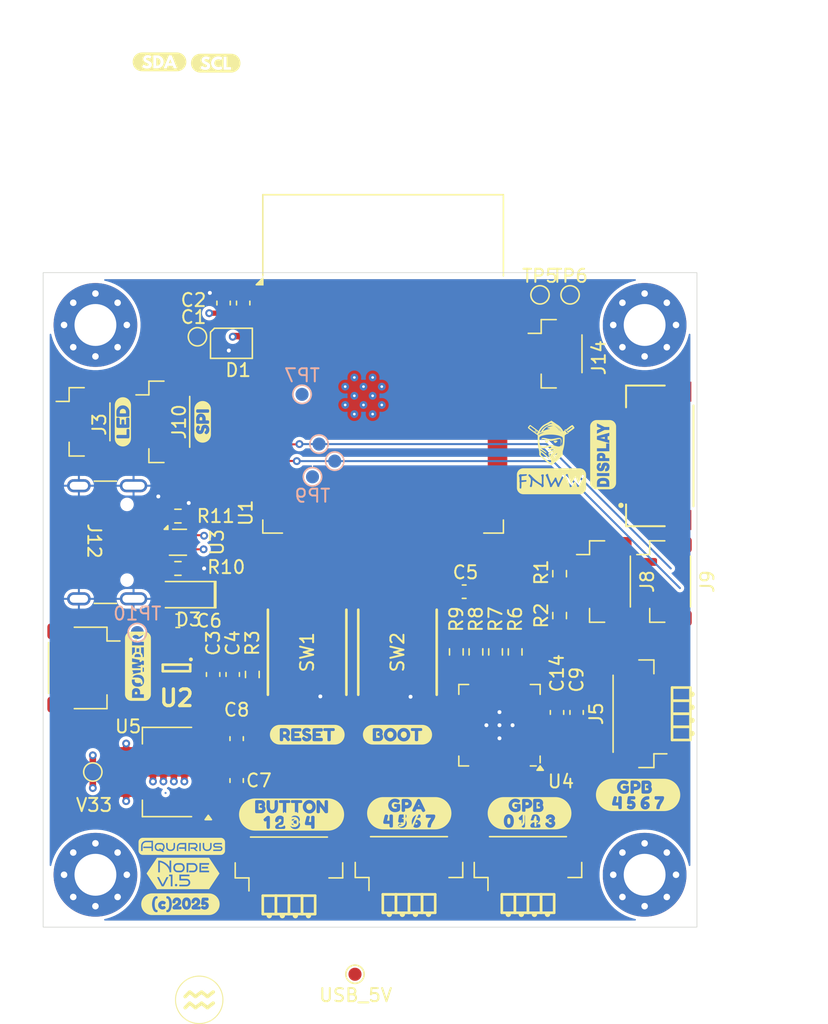
<source format=kicad_pcb>
(kicad_pcb (version 20241229) (generator "pcbnew") (generator_version "9.0")
  (layers (0 "F.Cu" signal) (4 "In1.Cu" power) (6 "In2.Cu" power) (2 "B.Cu" signal) (13 "F.Paste" user) (15 "B.Paste" user) (5 "F.SilkS" user "F.Silkscreen") (7 "B.SilkS" user "B.Silkscreen") (1 "F.Mask" user) (3 "B.Mask" user) (25 "Edge.Cuts" user))
  (net 0 "")
  (net 1 "GND")
  (net 2 "+3.3V")
  (net 3 "EN")
  (net 4 "BOOT")
  (net 5 "OBL")
  (net 6 "OBL_OUT")
  (net 7 "I2C_SDA")
  (net 8 "I2C_SCL")
  (net 11 "LCD_BL")
  (net 12 "T_SCL")
  (net 13 "LCD_CS")
  (net 15 "LCD_SDO")
  (net 17 "T_INT")
  (net 19 "LCD_SDI")
  (net 20 "D_P")
  (net 21 "LCD_SCK")
  (net 24 "RX")
  (net 25 "BUZZER")
  (net 26 "D_N")
  (net 27 "SD_CS")
  (net 28 "T_SDA")
  (net 29 "LCD_DC")
  (net 30 "LCD_RS")
  (net 31 "T_RESET")
  (net 32 "SPI_CLK")
  (net 33 "SPI_MISO")
  (net 34 "SPI_CS0")
  (net 35 "TX")
  (net 36 "SPI_CS1")
  (net 37 "+5V")
  (net 38 "SPI_MOSI")
  (net 39 "/PIO/BTN1")
  (net 40 "/PIO/BTN2")
  (net 41 "/PIO/BTN3")
  (net 42 "/PIO/BTN4")
  (net 43 "/Power/CC1")
  (net 46 "USB_D_N")
  (net 47 "USB_D_P")
  (net 49 "PIO_INTA")
  (net 50 "PIO_INTB")
  (net 52 "/Power/CC2")
  (net 59 "/PIO/A0")
  (net 60 "/PIO/A1")
  (net 61 "/PIO/A2")
  (net 62 "/PIO/PIO_RESET")
  (net 63 "USB_5V")
  (net 64 "LINE_5V")
  (net 67 "Net-(U1-IO1)")
  (net 68 "Net-(U1-IO2)")
  (net 69 "Net-(U1-IO7)")
  (net 70 "Net-(U1-IO8)")
  (net 71 "/PIO/GPB0")
  (net 72 "/PIO/GPB1")
  (net 73 "/PIO/GPB2")
  (net 74 "/PIO/GPB3")
  (net 75 "/PIO/GPB4")
  (net 76 "/PIO/GPB5")
  (net 77 "/PIO/GPB6")
  (net 78 "/PIO/GPB7")
  (net 79 "/PIO/GPA4")
  (net 80 "/PIO/GPA5")
  (net 81 "/PIO/GPA6")
  (net 82 "/PIO/GPA7")
  (net 83 "LEDS")
  (footprint "CRGM Switches:EVQ-Q2B02W" (layer "F.Cu") (at 80.191598 79 90)
    (property "Reference" "SW1")
    (property "Value" "RESET" (hide yes))
  )
  (footprint "Package_TO_SOT_SMD:SOT-666" (layer "F.Cu") (at 70.31 70.6)
    (property "Reference" "U3")
    (property "Value" "USBLC6-2P6" (hide yes))
  )
  (footprint "Capacitor_SMD:C_0603_1608Metric" (layer "F.Cu") (at 92.2 74.37564)
    (property "Reference" "C5")
    (property "Value" "0.1uF" (hide yes))
  )
  (footprint "Resistor_SMD:R_0603_1608Metric" (layer "F.Cu") (at 91.6 78.97564 -90)
    (property "Reference" "R9")
    (property "Value" "10K" (hide yes))
  )
  (footprint "CRGM Passive:DFN1006-2" (layer "F.Cu") (at 80.3 98.3 90)
    (property "Reference" "D15" (hide yes))
    (property "Value" "PESD3V3S1BL" (hide yes))
  )
  (footprint "CRGM Connector:JST_SH_BM04B-SRSS-TB_1x04-1MP_P1.00mm_Vertical" (layer "F.Cu") (at 69.2 61.4 -90)
    (property "Reference" "J10")
    (property "Value" "SPI")
  )
  (footprint "kibuzzard-67B9F9C2" (layer "F.Cu") (at 68.9 33.9)
    (property "Reference" "kibuzzard-67B9F9C2" (hide yes))
    (property "Value" "G***" (hide yes))
  )
  (footprint "Capacitor_SMD:C_0603_1608Metric" (layer "F.Cu") (at 74.8 88.8 -90)
    (property "Reference" "C7")
    (property "Value" "10uF" (hide yes))
  )
  (footprint "Capacitor_SMD:C_0603_1608Metric" (layer "F.Cu") (at 74.8 85.6 90)
    (property "Reference" "C8")
    (property "Value" "0.1uF" (hide yes))
  )
  (footprint "kibuzzard-680D0262" (layer "F.Cu") (at 66.1 61.4 90)
    (property "Reference" "kibuzzard-680D0262" (hide yes))
    (property "Value" "G***" (hide yes))
  )
  (footprint "kibuzzard-680D0826" (layer "F.Cu") (at 70.5 98.25)
    (property "Reference" "kibuzzard-680D0826" (hide yes))
    (property "Value" "G***" (hide yes))
  )
  (footprint "Capacitor_SMD:C_0603_1608Metric" (layer "F.Cu") (at 70.3 76.6 180)
    (property "Reference" "C6")
    (property "Value" "0.1uF" (hide yes))
  )
  (footprint "Resistor_SMD:R_0603_1608Metric" (layer "F.Cu") (at 76 80.7 -90)
    (property "Reference" "R3")
    (property "Value" "10K (1%)" (hide yes))
  )
  (footprint "Capacitor_SMD:C_0603_1608Metric" (layer "F.Cu") (at 100.8 83.6 90)
    (property "Reference" "C9")
    (property "Value" "0.1uF" (hide yes))
  )
  (footprint "CRGM Passive:DFN1006-2" (layer "F.Cu") (at 108.8 84.2 180)
    (property "Reference" "D9" (hide yes))
    (property "Value" "PESD3V3S1BL" (hide yes))
  )
  (footprint "MountingHole:MountingHole_3.2mm_M3_Pad_Via" (layer "F.Cu") (at 64 96)
    (property "Reference" "H1" (hide yes))
    (property "Value" "MountingHole_Pad" (hide yes))
  )
  (footprint "MountingHole:MountingHole_3.2mm_M3_Pad_Via" (layer "F.Cu") (at 64 54)
    (property "Reference" "H2" (hide yes))
    (property "Value" "MountingHole_Pad" (hide yes))
  )
  (footprint "CRGM Connector:JST_SH_BM03B-SRSS-TB_1x03-1MP_P1.00mm_Vertical" (layer "F.Cu") (at 99.2 56.2 -90)
    (property "Reference" "J14")
    (property "Value" "SERIAL")
  )
  (footprint "MountingHole:MountingHole_3.2mm_M3_Pad_Via" (layer "F.Cu") (at 106 54)
    (property "Reference" "H3" (hide yes))
    (property "Value" "MountingHole_Pad" (hide yes))
  )
  (footprint "CRGM Connector:JST_SH_BM06B-SRSS-TB_1x06-1MP_P1.00mm_Vertical" (layer "F.Cu") (at 105.6 83.7 90)
    (property "Reference" "J5")
    (property "Value" "GPB[4..7]")
  )
  (footprint "Capacitor_SMD:C_0603_1608Metric" (layer "F.Cu") (at 99.3 83.6 90)
    (property "Reference" "C14")
    (property "Value" "1uF" (hide yes))
  )
  (footprint "kibuzzard-67B9F9CD" (layer "F.Cu") (at 73.2 34)
    (property "Reference" "kibuzzard-67B9F9CD" (hide yes))
    (property "Value" "G***" (hide yes))
  )
  (footprint "CRGM Connector:JST_SH_BM06B-SRSS-TB_1x06-1MP_P1.00mm_Vertical" (layer "F.Cu") (at 87.98 95.1)
    (property "Reference" "J7")
    (property "Value" "GPA[4..7]")
  )
  (footprint "CRGM Passive:DFN1006-2" (layer "F.Cu") (at 79.3 98.3 90)
    (property "Reference" "D14" (hide yes))
    (property "Value" "PESD3V3S1BL" (hide yes))
  )
  (footprint "TestPoint:TestPoint_Pad_D1.0mm" (layer "F.Cu") (at 100.3 51.7)
    (property "Reference" "TP6")
    (property "Value" "~")
  )
  (footprint "CRGM Passive:DFN1006-2" (layer "F.Cu") (at 86.48 98.2 90)
    (property "Reference" "D16" (hide yes))
    (property "Value" "PESD3V3S1BL" (hide yes))
  )
  (footprint "Resistor_SMD:R_0603_1608Metric" (layer "F.Cu") (at 99.5 73 -90)
    (property "Reference" "R1")
    (property "Value" "10K" (hide yes))
  )
  (footprint "CRGM Connector:JST_SH_BM06B-SRSS-TB_1x06-1MP_P1.00mm_Vertical" (layer "F.Cu") (at 78.8 95.13)
    (property "Reference" "J6")
    (property "Value" "BTN_IN")
  )
  (footprint "Resistor_SMD:R_0603_1608Metric" (layer "F.Cu") (at 94.6 78.97564 90)
    (property "Reference" "R7")
    (property "Value" "10K" (hide yes))
  )
  (footprint "Resistor_SMD:R_0603_1608Metric" (layer "F.Cu") (at 70.31 68.6)
    (property "Reference" "R11")
    (property "Value" "5.1K" (hide yes))
  )
  (footprint "CRGM Connector:JST_SH_SM04B-SRSS-TB_1x04-1MP_P1.00mm_Horizontal" (layer "F.Cu") (at 63.1 80.2 -90)
    (property "Reference" "J13")
    (property "Value" "Power")
  )
  (footprint "LED_SMD:LED_WS2812B-2020_PLCC4_2.0x2.0mm" (layer "F.Cu") (at 74.4 55.4)
    (property "Reference" "D1")
    (property "Value" "WS2812B-2020" (hide yes))
  )
  (footprint "RF_Module:ESP32-S3-WROOM-1" (layer "F.Cu") (at 86 56.95)
    (property "Reference" "U1")
    (property "Value" "ESP32-S3-WROOM-1-N8R2")
  )
  (footprint "CRGM Passive:DFN1006-2" (layer "F.Cu") (at 97.58 98.2 90)
    (property "Reference" "D6" (hide yes))
    (property "Value" "PESD3V3S1BL" (hide yes))
  )
  (footprint "kibuzzard-680D06A5" (layer "F.Cu") (at 87.1 85.3)
    (property "Reference" "kibuzzard-680D06A5" (hide yes))
    (property "Value" "G***" (hide yes))
  )
  (footprint "Resistor_SMD:R_0603_1608Metric" (layer "F.Cu") (at 93.1 78.97564 90)
    (property "Reference" "R8")
    (property "Value" "10K" (hide yes))
  )
  (footprint "CRGM Connector:JST_SH_BM04B-SRSS-TB_1x04-1MP_P1.00mm_Vertical" (layer "F.Cu") (at 102.9 73.6 -90)
    (property "Reference" "J8")
    (property "Value" "QWIIC1")
  )
  (footprint "Connector_USB:USB_C_Receptacle_GCT_USB4105-xx-A_16P_TopMnt_Horizontal" (layer "F.Cu") (at 63.81 70.6 -90)
    (property "Reference" "J12")
    (property "Value" "USB_C_Receptacle_USB2.0_16P" (hide yes))
  )
  (footprint "TestPoint:TestPoint_Pad_D1.0mm" (layer "F.Cu") (at 63.8 88.15 180)
    (property "Reference" "TP8" (hide yes))
    (property "Value" "V33")
  )
  (footprint "kibuzzard-680D01D7" (layer "F.Cu") (at 72.2 61.4 90)
    (property "Reference" "kibuzzard-680D01D7" (hide yes))
    (property "Value" "G***" (hide yes))
  )
  (footprint "CRGM Passive:DFN1006-2" (layer "F.Cu") (at 78.3 98.3 90)
    (property "Reference" "D13" (hide yes))
    (property "Value" "PESD3V3S1BL" (hide yes))
  )
  (footprint "CRGM Connector:JST_SH_BM06B-SRSS-TB_1x06-1MP_P1.00mm_Vertical" (layer "F.Cu") (at 97.08 95.1)
    (property "Reference" "J4")
    (property "Value" "GPB[0..3]")
  )
  (footprint "Capacitor_SMD:C_0603_1608Metric" (layer "F.Cu") (at 73.8 52.325 90)
    (property "Reference" "C2")
    (property "Value" "10uF" (hide yes))
  )
  (footprint "Package_TO_SOT_SMD:SOT-223-3_TabPin2" (layer "F.Cu") (at 69.5 88.15 180)
    (property "Reference" "U5")
    (property "Value" "LD1117S33TR_SOT223" (hide yes))
  )
  (footprint "CRGM Passive:DFN1006-2" (layer "F.Cu") (at 108.8 85.2 180)
    (property "Reference" "D8" (hide yes))
    (property "Value" "PESD3V3S1BL" (hide yes))
  )
  (footprint "CRGM Passive:DFN1006-2" (layer "F.Cu") (at 89.48 98.2 90)
    (property "Reference" "D19" (hide yes))
    (property "Value" "PESD3V3S1BL" (hide yes))
  )
  (footprint "TestPoint:TestPoint_Pad_D1.0mm" (layer "F.Cu") (at 98 51.7)
    (property "Reference" "TP5")
    (property "Value" "~")
  )
  (footprint "Capacitor_SMD:C_0603_1608Metric" (layer "F.Cu") (at 73 80.7 90)
    (property "Reference" "C3")
    (property "Value" "1uF" (hide yes))
  )
  (footprint "CRGM Connector:JST_SH_BM03B-SRSS-TB_1x03-1MP_P1.00mm_Vertical" (layer "F.Cu") (at 63.1 61.4 -90)
    (property "Reference" "J3")
    (property "Value" "INDICATOR")
  )
  (footprint "Capacitor_SMD:C_0603_1608Metric" (layer "F.Cu") (at 75.3 52.325 90)
    (property "Reference" "C1")
    (property "Value" "0.1uF" (hide yes))
  )
  (footprint "CRGM Passive:DFN1006-2" (layer "F.Cu") (at 98.58 98.2 90)
    (property "Reference" "D7" (hide yes))
    (property "Value" "PESD3V3S1BL" (hide yes))
  )
  (footprint "CRGM Passive:DFN1006-2" (layer "F.Cu") (at 77.3 98.3 90)
    (property "Reference" "D12" (hide yes))
    (property "Value" "PESD3V3S1BL" (hide yes))
  )
  (footprint "TestPoint:TestPoint_Pad_D1.0mm" (layer "F.Cu") (at 71.8 54.9 180)
    (property "Reference" "TP3" (hide yes))
    (property "Value" "OBLO" (hide yes))
  )
  (footprint "kibuzzard-680D069E" (layer "F.Cu") (at 80.2 85.3)
    (property "Reference" "kibuzzard-680D069E" (hide yes))
    (property "Value" "G***" (hide yes))
  )
  (footprint "Resistor_SMD:R_0603_1608Metric" (layer "F.Cu") (at 70.31 72.6)
    (property "Reference" "R10")
    (property "Value" "5.1K" (hide yes))
  )
  (footprint "CRGM Connector:XF2C_1415-1A" (layer "F.Cu") (at 107.15849 64 -90)
    (property "Reference" "J1")
    (property "Value" "LCD" (hide yes))
  )
  (footprint "MountingHole:MountingHole_3.2mm_M3_Pad_Via" (layer "F.Cu") (at 106 96)
    (property "Reference" "H4" (hide yes))
    (property "Value" "MountingHole_Pad" (hide yes))
  )
  (footprint "TestPoint:TestPoint_Pad_D1.0mm" (layer "F.Cu") (at 83.85 103.6)
    (property "Reference" "TP4" (hide yes))
    (property "Value" "USB_5V")
  )
  (footprint "CRGM Passive:DFN1006-2" (layer "F.Cu") (at 87.48 98.2 90)
    (property "Reference" "D17" (hide yes))
    (property "Value" "PESD3V3S1BL" (hide yes))
  )
  (footprint "CRGM Connector:JST_SH_BM04B-SRSS-TB_1x04-1MP_P1.00mm_Vertical" (layer "F.Cu") (at 107.5 73.6 -90)
    (property "Reference" "J9")
    (property "Value" "QWIIC2")
  )
  (footprint "kibuzzard-680D000B" (layer "F.Cu") (at 105.5 89.9)
    (property "Reference" "kibuzzard-680D000B" (hide yes))
    (property "Value" "G***" (hide yes))
  )
  (footprint "CRGM Passive:DFN1006-2" (layer "F.Cu") (at 108.8 82.2 180)
    (property "Reference" "D11" (hide yes))
    (property "Value" "PESD3V3S1BL" (hide yes))
  )
  (footprint "Package_DFN_QFN:QFN-28-1EP_6x6mm_P0.65mm_EP4.25x4.25mm" (layer "F.Cu") (at 94.9 84.57564 180)
    (property "Reference" "U4")
    (property "Value" "MCP23017_ML" (hide yes))
  )
  (footprint "CRGM Switches:EVQ-Q2B02W" (layer "F.Cu") (at 87.1 79 90)
    (property "Reference" "SW2")
    (property "Value" "BOOT" (hide yes))
  )
  (footprint "Resistor_SMD:R_0603_1608Metric" (layer "F.Cu") (at 96.1 78.97564 90)
    (property "Reference" "R6")
    (property "Value" "10K" (hide yes))
  )
  (footprint "CRGM Passive:DFN1006-2" (layer "F.Cu") (at 88.48 98.2 90)
    (property "Reference" "D18" (hide yes))
    (property "Value" "PESD3V3S1BL" (hide yes))
  )
  (footprint "CRGM Passive:D_SOD-123F" (layer "F.Cu") (at 71 74.6 180)
    (property "Reference" "D3")
    (property "Value" "SMF6V5A")
  )
  (footprint "kibuzzard-680D0321" (layer "F.Cu") (at 88 91.3)
    (property "Reference" "kibuzzard-680D0321" (hide yes))
    (property "Value" "G***" (hide yes))
  )
  (footprint "Capacitor_SMD:C_0603_1608Metric" (layer "F.Cu") (at 74.5 80.7 90)
    (property "Reference" "C4")
    (property "Value" "10uF" (hide yes))
  )
  (footprint "kibuzzard-67B9FE41" (layer "F.Cu") (at 70.7 95.9)
    (property "Reference" "kibuzzard-67B9FE41" (hide yes))
    (property "Value" "G***" (hide yes))
  )
  (footprint "CRGM Power:SOTFL50P160X60-8N" (layer "F.Cu") (at 70.2 80.2 -90)
    (property "Reference" "U2")
    (property "Value" "LM66200DRLR" (hide yes))
  )
  (footprint "CRGM Passive:DFN1006-2" (layer "F.Cu") (at 95.58 98.2 90)
    (property "Reference" "D4" (hide yes))
    (property "Value" "PESD3V3S1BL" (hide yes))
  )
  (footprint "kibuzzard-680D0021" (layer "F.Cu") (at 97.2 91.3)
    (property "Reference" "kibuzzard-680D0021" (hide yes))
    (property "Value" "G***" (hide yes))
  )
  (footprint "kibuzzard-680D0065" (layer "F.Cu") (at 79 91.4)
    (property "Reference" "kibuzzard-680D0065" (hide yes))
    (property "Value" "G***" (hide yes))
  )
  (footprint "CRGM Passive:DFN1006-2" (layer "F.Cu") (at 96.58 98.2 90)
    (property "Reference" "D5" (hide yes))
    (property "Value" "PESD3V3S1BL" (hide yes))
  )
  (footprint "Resistor_SMD:R_0603_1608Metric" (layer "F.Cu") (at 99.5 76.2 90)
    (property "Reference" "R2")
    (property "Value" "10K" (hide yes))
  )
  (footprint "CRGM Passive:DFN1006-2" (layer "F.Cu") (at 108.8 83.2 180)
    (property "Reference" "D10" (hide yes))
    (property "Value" "PESD3V3S1BL" (hide yes))
  )
  (footprint "TestPoint:TestPoint_Pad_D1.0mm" (layer "B.Cu") (at 67.2 77.5 180)
    (property "Reference" "TP10")
    (property "Value" "VLINE")
  )
  (footprint "TestPoint:TestPoint_Pad_D1.0mm" (layer "B.Cu") (at 82.3 64.4)
    (property "Reference" "TP2" (hide yes))
    (property "Value" "I2C_SCL" (hide yes))
  )
  (footprint "TestPoint:TestPoint_Pad_D1.0mm" (layer "B.Cu") (at 79.8 59.3 180)
    (property "Reference" "TP7")
    (property "Value" "~")
  )
  (footprint "TestPoint:TestPoint_Pad_D1.0mm" (layer "B.Cu") (at 81.1 63.1)
    (property "Reference" "TP1" (hide yes))
    (property "Value" "I2C_SDA" (hide yes))
  )
  (footprint "TestPoint:TestPoint_Pad_D1.0mm" (layer "B.Cu") (at 80.6 65.6)
    (property "Reference" "TP9")
    (property "Value" "~")
  )
  (gr_poly (pts (xy 72.032935 103.705434) (xy 72.12699 103.712585) (xy 72.219676 103.724362) (xy 72.310879 103.740649) (xy 72.400483 103.761328) (xy 72.488369 103.786284) (xy 72.574423 103.8154) (xy 72.658528 103.84856) (xy 72.740567 103.885647) (xy 72.820424 103.926546) (xy 72.897982 103.97114) (xy 72.973126 104.019312) (xy 73.045739 104.070947) (xy 73.115705 104.125928) (xy 73.182906 104.184138) (xy 73.247227 104.245462) (xy 73.308552 104.309782) (xy 73.366764 104.376983) (xy 73.421746 104.446949) (xy 73.473383 104.519563) (xy 73.521557 104.594708) (xy 73.566153 104.672269) (xy 73.607054 104.752129) (xy 73.644144 104.834171) (xy 73.677306 104.91828) (xy 73.706424 105.004339) (xy 73.731381 105.092232) (xy 73.752062 105.181842) (xy 73.76835 105.273053) (xy 73.780128 105.365749) (xy 73.78728 105.459814) (xy 73.78969 105.55513) (xy 73.78728 105.650432) (xy 73.780128 105.744483) (xy 73.76835 105.837167) (xy 73.752062 105.928367) (xy 73.731381 106.017967) (xy 73.706424 106.105851) (xy 73.677306 106.191902) (xy 73.644144 106.276005) (xy 73.607054 106.358041) (xy 73.566153 106.437896) (xy 73.521557 106.515453) (xy 73.473383 106.590595) (xy 73.421746 106.663206) (xy 73.366764 106.73317) (xy 73.308552 106.80037) (xy 73.247227 106.86469) (xy 73.182906 106.926014) (xy 73.115705 106.984224) (xy 73.045739 107.039206) (xy 72.973126 107.090841) (xy 72.897982 107.139015) (xy 72.820424 107.18361) (xy 72.740567 107.22451) (xy 72.658528 107.261599) (xy 72.574423 107.294761) (xy 72.488369 107.323879) (xy 72.400483 107.348836) (xy 72.310879 107.369517) (xy 72.219676 107.385804) (xy 72.12699 107.397582) (xy 72.032935 107.404734) (xy 71.93763 107.407144) (xy 71.842321 107.404734) (xy 71.748263 107.397582) (xy 71.655572 107.385804) (xy 71.564366 107.369517) (xy 71.47476 107.348836) (xy 71.38687 107.323879) (xy 71.300813 107.294761) (xy 71.216706 107.261599) (xy 71.134665 107.22451) (xy 71.054806 107.18361) (xy 70.977245 107.139015) (xy 70.902099 107.090841) (xy 70.829485 107.039206) (xy 70.759518 106.984224) (xy 70.692315 106.926014) (xy 70.627993 106.86469) (xy 70.566667 106.80037) (xy 70.508455 106.73317) (xy 70.453471 106.663206) (xy 70.401834 106.590595) (xy 70.353659 106.515453) (xy 70.309063 106.437896) (xy 70.268162 106.358041) (xy 70.231071 106.276005) (xy 70.197909 106.191902) (xy 70.168791 106.105851) (xy 70.143833 106.017967) (xy 70.123152 105.928367) (xy 70.106864 105.837167) (xy 70.095086 105.744483) (xy 70.087934 105.650432) (xy 70.085524 105.55513) (xy 70.164238 105.55513) (xy 70.166545 105.646382) (xy 70.173393 105.736435) (xy 70.184671 105.82518) (xy 70.200267 105.912504) (xy 70.220069 105.998297) (xy 70.243966 106.082445) (xy 70.271846 106.16484) (xy 70.303599 106.245367) (xy 70.339113 106.323917) (xy 70.378276 106.400378) (xy 70.420977 106.474639) (xy 70.467105 106.546587) (xy 70.516548 106.616112) (xy 70.569194 106.683103) (xy 70.624933 106.747447) (xy 70.683652 106.809033) (xy 70.745241 106.86775) (xy 70.809588 106.923486) (xy 70.876581 106.976131) (xy 70.946109 107.025571) (xy 71.018061 107.071697) (xy 71.092326 107.114397) (xy 71.168791 107.153559) (xy 71.247346 107.189072) (xy 71.327878 107.220824) (xy 71.410277 107.248704) (xy 71.494432 107.272601) (xy 71.58023 107.292402) (xy 71.66756 107.307997) (xy 71.756311 107.319275) (xy 71.846372 107.326123) (xy 71.93763 107.32843) (xy 72.028885 107.326123) (xy 72.118941 107.319275) (xy 72.207689 107.307997) (xy 72.295016 107.292402) (xy 72.380811 107.272601) (xy 72.464962 107.248704) (xy 72.547358 107.220824) (xy 72.627888 107.189072) (xy 72.706441 107.153559) (xy 72.782904 107.114397) (xy 72.857166 107.071697) (xy 72.929117 107.025571) (xy 72.998643 106.976131) (xy 73.065635 106.923486) (xy 73.129981 106.86775) (xy 73.191568 106.809033) (xy 73.250287 106.747447) (xy 73.306024 106.683103) (xy 73.35867 106.616112) (xy 73.408112 106.546587) (xy 73.454239 106.474639) (xy 73.49694 106.400378) (xy 73.536102 106.323917) (xy 73.571616 106.245367) (xy 73.603369 106.16484) (xy 73.631249 106.082445) (xy 73.655146 105.998297) (xy 73.674948 105.912504) (xy 73.690544 105.82518) (xy 73.701821 105.736435) (xy 73.708669 105.646382) (xy 73.710977 105.55513) (xy 73.708669 105.463865) (xy 73.701821 105.373798) (xy 73.690544 105.285042) (xy 73.674948 105.197707) (xy 73.655146 105.111905) (xy 73.631249 105.027748) (xy 73.603369 104.945346) (xy 73.571616 104.864812) (xy 73.536102 104.786256) (xy 73.49694 104.709791) (xy 73.454239 104.635526) (xy 73.408112 104.563575) (xy 73.35867 104.494047) (xy 73.306024 104.427055) (xy 73.250287 104.362709) (xy 73.191568 104.301122) (xy 73.129981 104.242405) (xy 73.065635 104.186669) (xy 72.998643 104.134024) (xy 72.929117 104.084584) (xy 72.857166 104.038459) (xy 72.782904 103.99576) (xy 72.706441 103.9566) (xy 72.627888 103.921088) (xy 72.547358 103.889338) (xy 72.464962 103.861459) (xy 72.380811 103.837564) (xy 72.295016 103.817763) (xy 72.207689 103.802169) (xy 72.118941 103.790892) (xy 72.028885 103.784045) (xy 71.93763 103.781738) (xy 71.846372 103.784045) (xy 71.756311 103.790893) (xy 71.66756 103.802169) (xy 71.58023 103.817764) (xy 71.494432 103.837564) (xy 71.410277 103.86146) (xy 71.327878 103.889339) (xy 71.247346 103.92109) (xy 71.168791 103.956601) (xy 71.092326 103.995762) (xy 71.018061 104.038461) (xy 70.946109 104.084587) (xy 70.876581 104.134027) (xy 70.809588 104.186672) (xy 70.745241 104.242408) (xy 70.683652 104.301126) (xy 70.624933 104.362713) (xy 70.569194 104.427059) (xy 70.516548 104.494051) (xy 70.467105 104.563579) (xy 70.420977 104.63553) (xy 70.378276 104.709795) (xy 70.339113 104.786261) (xy 70.303599 104.864816) (xy 70.271846 104.94535) (xy 70.243966 105.027751) (xy 70.220069 105.111908) (xy 70.200267 105.19771) (xy 70.184671 105.285044) (xy 70.173393 105.3738) (xy 70.166545 105.463866) (xy 70.164238 105.55513) (xy 70.085524 105.55513) (xy 70.087934 105.459814) (xy 70.095086 105.365751) (xy 70.106864 105.273055) (xy 70.123152 105.181845) (xy 70.143833 105.092235) (xy 70.168791 105.004342) (xy 70.197909 104.918284) (xy 70.231071 104.834175) (xy 70.268162 104.752133) (xy 70.309063 104.672273) (xy 70.353659 104.594712) (xy 70.401834 104.519567) (xy 70.453471 104.446953) (xy 70.508455 104.376987) (xy 70.566667 104.309786) (xy 70.627993 104.245465) (xy 70.692315 104.184141) (xy 70.759518 104.125931) (xy 70.829485 104.07095) (xy 70.902099 104.019315) (xy 70.977245 103.971142) (xy 71.054806 103.926548) (xy 71.134665 103.885649) (xy 71.216706 103.848561) (xy 71.300813 103.815401) (xy 71.38687 103.786285) (xy 71.47476 103.761329) (xy 71.564366 103.740649) (xy 71.655572 103.724363) (xy 71.748263 103.712585) (xy 71.842321 103.705434) (xy 71.93763 103.703024)) (stroke (width -0.000001)) (fill yes) (layer "F.SilkS"))
  (gr_poly (pts (xy 99.289847 61.589885) (xy 99.313412 61.603362) (xy 99.337399 61.617958) (xy 99.361567 61.633508) (xy 99.385679 61.649847) (xy 99.409494 61.666808) (xy 99.432775 61.684228) (xy 99.455283 61.701939) (xy 99.476777 61.719778) (xy 99.486401 61.728228) (xy 99.498121 61.738915) (xy 99.511389 61.751365) (xy 99.525659 61.765105) (xy 99.540384 61.779659) (xy 99.555016 61.794556) (xy 99.56901 61.80932) (xy 99.581819 61.823478) (xy 99.596622 61.840573) (xy 99.611033 61.857697) (xy 99.638537 61.891832) (xy 99.65156 61.908741) (xy 99.66405 61.925474) (xy 99.675973 61.941982) (xy 99.687292 61.958212) (xy 99.697973 61.974115) (xy 99.707981 61.989638) (xy 99.71728 62.00473) (xy 99.725837 62.019341) (xy 99.733614 62.033418) (xy 99.740578 62.046912) (xy 99.746694 62.05977) (xy 99.751925 62.071942) (xy 99.754131 62.077315) (xy 99.756338 62.082539) (xy 99.758533 62.087586) (xy 99.760701 62.092428) (xy 99.762828 62.09704) (xy 99.7649 62.101393) (xy 99.766903 62.105461) (xy 99.768822 62.109217) (xy 99.770644 62.112634) (xy 99.772354 62.115684) (xy 99.773938 62.118341) (xy 99.775383 62.120577) (xy 99.776673 62.122366) (xy 99.777795 62.123681) (xy 99.778288 62.124152) (xy 99.778734 62.124494) (xy 99.779131 62.124704) (xy 99.779477 62.124778) (xy 99.781152 62.124648) (xy 99.783112 62.12422) (xy 99.787818 62.122535) (xy 99.793459 62.119852) (xy 99.799901 62.116301) (xy 99.807007 62.112008) (xy 99.814644 62.107105) (xy 99.830965 62.095978) (xy 99.856133 62.077681) (xy 99.933332 62.077681) (xy 99.995734 62.160619) (xy 100.041164 62.221325) (xy 100.067129 62.256662) (xy 100.119276 62.219979) (xy 99.99514 62.057978) (xy 100.068076 62.057978) (xy 100.113635 62.115548) (xy 100.485857 61.839315) (xy 100.445129 61.790167) (xy 100.068076 62.057978) (xy 99.99514 62.057978) (xy 99.983881 62.043285) (xy 99.933332 62.077681) (xy 99.856133 62.077681) (xy 99.890396 62.052772) (xy 99.891232 62.0521) (xy 99.891937 62.051364) (xy 99.892516 62.050568) (xy 99.892976 62.049717) (xy 99.893323 62.048815) (xy 99.893564 62.047867) (xy 99.893704 62.046878) (xy 99.89375 62.045853) (xy 99.893708 62.044795) (xy 99.893585 62.04371) (xy 99.893387 62.042602) (xy 99.89312 62.041477) (xy 99.89279 62.040337) (xy 99.892404 62.039189) (xy 99.891488 62.036885) (xy 99.890422 62.034601) (xy 99.889256 62.032375) (xy 99.888041 62.030243) (xy 99.886827 62.028243) (xy 99.88298 62.0223) (xy 99.882685 62.021777) (xy 99.882438 62.021234) (xy 99.882237 62.020676) (xy 99.882081 62.020102) (xy 99.881967 62.019515) (xy 99.881895 62.018917) (xy 99.881861 62.01831) (xy 99.881866 62.017694) (xy 99.881906 62.017072) (xy 99.88198 62.016446) (xy 99.882086 62.015817) (xy 99.882223 62.015188) (xy 99.882388 62.014559) (xy 99.882581 62.013933) (xy 99.882799 62.013311) (xy 99.88304 62.012695) (xy 99.883586 62.011489) (xy 99.884204 62.010329) (xy 99.884882 62.009228) (xy 99.885604 62.0082) (xy 99.886357 62.00726) (xy 99.887127 62.00642) (xy 99.8879 62.005697) (xy 99.888282 62.005382) (xy 99.888661 62.005102) (xy 99.897569 61.999067) (xy 99.905511 61.993809) (xy 99.914605 61.987926) (xy 99.923974 61.982071) (xy 99.932737 61.976893) (xy 99.936616 61.974763) (xy 99.940015 61.973046) (xy 99.942822 61.971824) (xy 99.944929 61.97118) (xy 99.945577 61.971069) (xy 99.946214 61.97099) (xy 99.946838 61.970943) (xy 99.947451 61.970927) (xy 99.948052 61.97094) (xy 99.94864 61.970982) (xy 99.949217 61.971052) (xy 99.949782 61.971148) (xy 99.950335 61.97127) (xy 99.950876 61.971416) (xy 99.951405 61.971587) (xy 99.951923 61.97178) (xy 99.952429 61.971995) (xy 99.952923 61.97223) (xy 99.953405 61.972486) (xy 99.953875 61.97276) (xy 99.954334 61.973052) (xy 99.954781 61.973361) (xy 99.955216 61.973686) (xy 99.95564 61.974026) (xy 99.956452 61.974746) (xy 99.957218 61.975515) (xy 99.957937 61.976323) (xy 99.958611 61.977164) (xy 99.959238 61.978029) (xy 99.959819 61.978911) (xy 99.960985 61.980771) (xy 99.962698 61.983396) (xy 99.963721 61.984872) (xy 99.964835 61.98639) (xy 99.966024 61.9879) (xy 99.967272 61.989354) (xy 99.968565 61.990701) (xy 99.969223 61.99132) (xy 99.969886 61.991893) (xy 99.970552 61.992415) (xy 99.97122 61.992879) (xy 99.971888 61.99328) (xy 99.972552 61.99361) (xy 99.973213 61.993865) (xy 99.973867 61.994037) (xy 99.974513 61.99412) (xy 99.975148 61.994109) (xy 99.975772 61.993997) (xy 99.976381 61.993777) (xy 99.976974 61.993445) (xy 99.97755 61.992993) (xy 100.100189 61.89402) (xy 100.198363 61.816489) (xy 100.242791 61.782176) (xy 100.27883 61.755199) (xy 100.345115 61.70716) (xy 100.37213 61.68823) (xy 100.395661 61.672658) (xy 100.406261 61.666122) (xy 100.41616 61.660416) (xy 100.425413 61.655536) (xy 100.434077 61.651479) (xy 100.442209 61.648241) (xy 100.449864 61.645819) (xy 100.4571 61.644209) (xy 100.463973 61.64341) (xy 100.470538 61.643416) (xy 100.476853 61.644225) (xy 100.482973 61.645834) (xy 100.488956 61.648238) (xy 100.494857 61.651436) (xy 100.500734 61.655423) (xy 100.506641 61.660196) (xy 100.512637 61.665752) (xy 100.518776 61.672087) (xy 100.525116 61.679199) (xy 100.538623 61.695737) (xy 100.553609 61.71534) (xy 100.570525 61.737981) (xy 100.585321 61.758179) (xy 100.598115 61.776595) (xy 100.603761 61.785187) (xy 100.608904 61.793397) (xy 100.613545 61.801246) (xy 100.617682 61.808754) (xy 100.621315 61.815943) (xy 100.624444 61.822834) (xy 100.627067 61.829447) (xy 100.629184 61.835804) (xy 100.630795 61.841926) (xy 100.631898 61.847834) (xy 100.632493 61.853549) (xy 100.63258 61.859092) (xy 100.632157 61.864484) (xy 100.631225 61.869745) (xy 100.629782 61.874898) (xy 100.627828 61.879963) (xy 100.625362 61.884961) (xy 100.622384 61.889913) (xy 100.618892 61.89484) (xy 100.614887 61.899763) (xy 100.610367 61.904704) (xy 100.605333 61.909683) (xy 100.599783 61.914721) (xy 100.593716 61.919839) (xy 100.587132 61.925059) (xy 100.580031 61.930401) (xy 100.564273 61.941537) (xy 100.168385 62.231832) (xy 100.166672 62.233064) (xy 100.165012 62.234212) (xy 100.161866 62.236298) (xy 100.158974 62.238187) (xy 100.157633 62.239087) (xy 100.156366 62.239975) (xy 100.155177 62.240861) (xy 100.154069 62.241758) (xy 100.153547 62.242214) (xy 100.153047 62.242678) (xy 100.152568 62.24315) (xy 100.152112 62.243633) (xy 100.15168 62.244127) (xy 100.15127 62.244635) (xy 100.150885 62.245157) (xy 100.150524 62.245696) (xy 100.150188 62.246253) (xy 100.149877 62.246828) (xy 100.149592 62.247425) (xy 100.149332 62.248044) (xy 100.149137 62.248729) (xy 100.14907 62.24945) (xy 100.149122 62.250203) (xy 100.149284 62.250986) (xy 100.149546 62.251799) (xy 100.1499 62.252638) (xy 100.150337 62.253501) (xy 100.150847 62.254388) (xy 100.15205 62.25622) (xy 100.153436 62.258119) (xy 100.156464 62.262052) (xy 100.15796 62.264053) (xy 100.159346 62.266056) (xy 100.159975 62.267053) (xy 100.160548 62.268045) (xy 100.161058 62.269029) (xy 100.161494 62.270004) (xy 100.161848 62.270967) (xy 100.16211 62.271916) (xy 100.162271 62.27285) (xy 100.162322 62.273766) (xy 100.162255 62.274662) (xy 100.162058 62.275537) (xy 100.161725 62.276388) (xy 100.161245 62.277213) (xy 100.159333 62.279672) (xy 100.156781 62.282438) (xy 100.15367 62.285454) (xy 100.150081 62.288663) (xy 100.146094 62.292006) (xy 100.141792 62.295425) (xy 100.137254 62.298864) (xy 100.132563 62.302263) (xy 100.1278 62.305566) (xy 100.123045 62.308713) (xy 100.118379 62.311649) (xy 100.113885 62.314314) (xy 100.109642 62.316651) (xy 100.105733 62.318602) (xy 100.102237 62.320109) (xy 100.099237 62.321115) (xy 100.098265 62.321309) (xy 100.097308 62.321368) (xy 100.096366 62.3213) (xy 100.095438 62.321113) (xy 100.094525 62.320815) (xy 100.093626 62.320414) (xy 100.09274 62.319919) (xy 100.091867 62.319338) (xy 100.091007 62.318679) (xy 100.09016 62.31795) (xy 100.089325 62.317159) (xy 100.088501 62.316315) (xy 100.086888 62.314498) (xy 100.085318 62.312566) (xy 100.082296 62.308613) (xy 100.080838 62.306723) (xy 100.079412 62.304979) (xy 100.078016 62.303446) (xy 100.077327 62.302778) (xy 100.076645 62.302188) (xy 100.075969 62.301683) (xy 100.075299 62.301272) (xy 100.074633 62.300962) (xy 100.073973 62.300762) (xy 100.073369 62.300651) (xy 100.072794 62.300584) (xy 100.072243 62.300559) (xy 100.071715 62.300575) (xy 100.071208 62.300631) (xy 100.070719 62.300725) (xy 100.070247 62.300855) (xy 100.069788 62.301021) (xy 100.069341 62.301221) (xy 100.068904 62.301454) (xy 100.068474 62.301718) (xy 100.068048 62.302012) (xy 100.067204 62.302684) (xy 100.066353 62.303459) (xy 100.062521 62.307368) (xy 100.061367 62.308493) (xy 100.060099 62.309654) (xy 100.058699 62.310841) (xy 100.057149 62.312043) (xy 100.005277 62.350342) (xy 99.981825 62.367532) (xy 99.969957 62.376023) (xy 99.963166 62.380307) (xy 99.952521 62.387321) (xy 99.946201 62.391729) (xy 99.939453 62.396673) (xy 99.932458 62.402102) (xy 99.925394 62.407968) (xy 99.918439 62.414222) (xy 99.911774 62.420815) (xy 99.905577 62.427697) (xy 99.902709 62.431232) (xy 99.900026 62.43482) (xy 99.897549 62.438457) (xy 99.895301 62.442135) (xy 99.893305 62.445848) (xy 99.891581 62.449591) (xy 99.890154 62.453357) (xy 99.889045 62.457141) (xy 99.888277 62.460935) (xy 99.887871 62.464734) (xy 99.886653 62.490987) (xy 99.8857 62.523702) (xy 99.885068 62.563617) (xy 99.884815 62.611469) (xy 99.884331 62.691156) (xy 99.882969 62.767363) (xy 99.880666 62.840346) (xy 99.877357 62.910359) (xy 99.872979 62.977655) (xy 99.867467 63.042489) (xy 99.860757 63.105116) (xy 99.852785 63.165789) (xy 99.842282 63.229112) (xy 99.82819 63.300988) (xy 99.811765 63.376655) (xy 99.794264 63.451348) (xy 99.776942 63.520305) (xy 99.761056 63.578762) (xy 99.74786 63.621956) (xy 99.742664 63.636341) (xy 99.738612 63.645124) (xy 99.738414 63.941177) (xy 99.685716 64.000965) (xy 99.60598 64.084072) (xy 99.50481 64.184142) (xy 99.387809 64.294819) (xy 99.260578 64.409747) (xy 99.128723 64.522572) (xy 99.062811 64.576209) (xy 98.997844 64.626937) (xy 98.934522 64.673961) (xy 98.873545 64.716487) (xy 98.752333 64.634948) (xy 98.631562 64.54879) (xy 98.511721 64.458117) (xy 98.393298 64.363034) (xy 98.276782 64.263643) (xy 98.16266 64.160048) (xy 98.10665 64.106707) (xy 98.051421 64.052355) (xy 97.997035 63.997003) (xy 97.943552 63.940665) (xy 97.933218 63.642323) (xy 97.909898 63.549607) (xy 97.896253 63.491077) (xy 97.882376 63.427644) (xy 97.869083 63.361719) (xy 97.862262 63.323845) (xy 97.987593 63.323845) (xy 97.989365 63.329229) (xy 97.991029 63.334079) (xy 97.991894 63.336495) (xy 97.99272 63.338696) (xy 97.993531 63.34074) (xy 97.99447 63.343) (xy 97.996732 63.348172) (xy 97.999507 63.354233) (xy 98.002799 63.361199) (xy 98.0049 63.365206) (xy 98.00742 63.369242) (xy 98.01042 63.373354) (xy 98.013959 63.377592) (xy 98.018096 63.382003) (xy 98.022893 63.386635) (xy 98.028408 63.391537) (xy 98.034702 63.396756) (xy 98.041835 63.402342) (xy 98.049866 63.408341) (xy 98.068865 63.421775) (xy 98.092178 63.437442) (xy 98.120285 63.455729) (xy 98.17464 63.490991) (xy 98.224425 63.523901) (xy 98.269724 63.554533) (xy 98.310621 63.582961) (xy 98.3472 63.609258) (xy 98.379543 63.633497) (xy 98.407736 63.655753) (xy 98.420301 63.66616) (xy 98.431861 63.676098) (xy 98.442424 63.685577) (xy 98.452002 63.694606) (xy 98.460605 63.703194) (xy 98.468244 63.711351) (xy 98.474928 63.719085) (xy 98.480669 63.726405) (xy 98.485477 63.733322) (xy 98.489362 63.739843) (xy 98.492335 63.745979) (xy 98.494407 63.751739) (xy 98.495587 63.757131) (xy 98.495886 63.762164) (xy 98.495315 63.766849) (xy 98.493884 63.771194) (xy 98.491603 63.775208) (xy 98.488484 63.778901) (xy 98.484521 63.782298) (xy 98.480175 63.784816) (xy 98.47532 63.786398) (xy 98.469832 63.786986) (xy 98.463587 63.78652) (xy 98.456459 63.784944) (xy 98.448324 63.782198) (xy 98.439057 63.778226) (xy 98.428533 63.772967) (xy 98.416628 63.766365) (xy 98.403218 63.758362) (xy 98.388176 63.748898) (xy 98.352701 63.725357) (xy 98.309207 63.695278) (xy 98.259582 63.660975) (xy 98.209687 63.627245) (xy 98.165325 63.597968) (xy 98.147031 63.586211) (xy 98.132296 63.577022) (xy 98.119352 63.569041) (xy 98.106188 63.560758) (xy 98.093173 63.552416) (xy 98.08067 63.544256) (xy 98.069047 63.536518) (xy 98.058669 63.529443) (xy 98.049902 63.523273) (xy 98.043111 63.518249) (xy 98.015559 63.497028) (xy 98.030331 63.54091) (xy 98.0319 63.545418) (xy 98.033551 63.54987) (xy 98.03527 63.554241) (xy 98.037042 63.558504) (xy 98.038855 63.562634) (xy 98.040694 63.566605) (xy 98.042544 63.57039) (xy 98.044393 63.573963) (xy 98.046227 63.577298) (xy 98.04803 63.580369) (xy 98.04979 63.583151) (xy 98.051493 63.585616) (xy 98.053124 63.587739) (xy 98.05467 63.589494) (xy 98.055406 63.590225) (xy 98.056116 63.590854) (xy 98.056798 63.591379) (xy 98.05745 63.591794) (xy 98.070468 63.599836) (xy 98.087422 63.611354) (xy 98.131049 63.643142) (xy 98.184151 63.683806) (xy 98.242547 63.729994) (xy 98.302058 63.778355) (xy 98.358502 63.825537) (xy 98.407699 63.868187) (xy 98.445469 63.902955) (xy 98.467128 63.924265) (xy 98.48869 63.946113) (xy 98.531056 63.990819) (xy 98.571617 64.035862) (xy 98.609427 64.080029) (xy 98.643537 64.122108) (xy 98.658909 64.141986) (xy 98.672999 64.160888) (xy 98.685691 64.178662) (xy 98.696866 64.195157) (xy 98.706404 64.21022) (xy 98.714188 64.223702) (xy 98.723316 64.240768) (xy 98.734778 64.262516) (xy 98.75809 64.30701) (xy 98.782645 64.353831) (xy 98.752469 64.324385) (xy 98.738059 64.310164) (xy 98.721606 64.293704) (xy 98.705955 64.277832) (xy 98.693953 64.265375) (xy 98.640414 64.210432) (xy 98.577335 64.149139) (xy 98.507381 64.08386) (xy 98.433214 64.016959) (xy 98.357499 63.9508) (xy 98.282899 63.887748) (xy 98.212078 63.830166) (xy 98.147699 63.78042) (xy 98.070664 63.72285) (xy 98.066423 63.907432) (xy 98.096914 63.936291) (xy 98.12643 63.964943) (xy 98.142248 63.98066) (xy 98.157817 63.996479) (xy 98.220054 64.058211) (xy 98.287092 64.120485) (xy 98.35792 64.182749) (xy 98.431525 64.24445) (xy 98.506899 64.305034) (xy 98.583029 64.363948) (xy 98.658905 64.420638) (xy 98.733516 64.474552) (xy 98.853231 64.559003) (xy 98.853805 64.541589) (xy 98.854085 64.524958) (xy 98.85406 64.509125) (xy 98.853717 64.494107) (xy 98.853046 64.479916) (xy 98.852036 64.466569) (xy 98.850675 64.45408) (xy 98.848951 64.442464) (xy 98.841971 64.401156) (xy 98.835642 64.366086) (xy 98.832311 64.349958) (xy 98.828652 64.334273) (xy 98.824499 64.318658) (xy 98.819688 64.30274) (xy 98.814056 64.286147) (xy 98.807439 64.268507) (xy 98.799672 64.249447) (xy 98.794928 64.238553) (xy 99.052724 64.238553) (xy 99.056828 64.22707) (xy 99.068046 64.197234) (xy 99.075808 64.177596) (xy 99.084733 64.155965) (xy 99.094613 64.133204) (xy 99.105245 64.11018) (xy 99.115833 64.08843) (xy 99.126381 64.06753) (xy 99.136894 64.047473) (xy 99.147377 64.028252) (xy 99.157834 64.00986) (xy 99.168269 63.99229) (xy 99.178688 63.975535) (xy 99.189095 63.959589) (xy 99.199494 63.944444) (xy 99.209891 63.930094) (xy 99.22029 63.916531) (xy 99.230695 63.90375) (xy 99.241111 63.891743) (xy 99.251542 63.880502) (xy 99.261995 63.870022) (xy 99.272472 63.860296) (xy 99.282658 63.851003) (xy 99.293402 63.84086) (xy 99.304114 63.830511) (xy 99.314202 63.8206) (xy 99.330146 63.804666) (xy 99.336511 63.79821) (xy 99.306545 63.809678) (xy 99.293336 63.814987) (xy 99.279591 63.820725) (xy 99.266184 63.826616) (xy 99.253992 63.832389) (xy 99.237037 63.841762) (xy 99.2207 63.852663) (xy 99.204994 63.865067) (xy 99.189933 63.878951) (xy 99.175533 63.89429) (xy 99.161807 63.91106) (xy 99.14877 63.929238) (xy 99.136436 63.948798) (xy 99.124819 63.969717) (xy 99.113935 63.99197) (xy 99.103796 64.015535) (xy 99.094417 64.040385) (xy 99.085814 64.066498) (xy 99.077999 64.093849) (xy 99.070988 64.122414) (xy 99.064794 64.152169) (xy 99.062577 64.16481) (xy 99.060412 64.178787) (xy 99.058375 64.193169) (xy 99.05654 64.207024) (xy 99.052724 64.238553) (xy 98.794928 64.238553) (xy 98.790592 64.228596) (xy 98.780034 64.20558) (xy 98.767835 64.180028) (xy 98.737855 64.119824) (xy 98.718784 64.081891) (xy 98.701894 64.047383) (xy 98.687123 64.016013) (xy 98.674407 63.987493) (xy 98.663682 63.961535) (xy 98.66178 63.956416) (xy 98.752424 63.956416) (xy 98.753021 63.970447) (xy 98.754247 63.984761) (xy 98.756105 63.999352) (xy 98.758601 64.014213) (xy 98.761739 64.029337) (xy 98.770989 64.070163) (xy 98.77653 64.017918) (xy 98.778027 64.006177) (xy 98.78001 63.994528) (xy 98.782472 63.98298) (xy 98.785403 63.971538) (xy 98.788793 63.96021) (xy 98.792634 63.949003) (xy 98.801631 63.926979) (xy 98.812321 63.905522) (xy 98.824632 63.884689) (xy 98.83849 63.864534) (xy 98.853823 63.845114) (xy 98.870557 63.826486) (xy 98.88862 63.808704) (xy 98.907938 63.791825) (xy 98.928439 63.775905) (xy 98.95005 63.760999) (xy 98.972698 63.747164) (xy 98.99631 63.734455) (xy 99.020813 63.722929) (xy 99.036359 63.716169) (xy 99.041802 63.713757) (xy 99.046413 63.711598) (xy 99.048575 63.710522) (xy 99.050731 63.709399) (xy 99.05295 63.708192) (xy 99.055298 63.706865) (xy 99.060654 63.703702) (xy 99.067338 63.699617) (xy 99.04998 63.699118) (xy 99.038687 63.698965) (xy 99.025741 63.699188) (xy 99.011208 63.700019) (xy 99.003366 63.700736) (xy 98.995153 63.701691) (xy 98.986576 63.702916) (xy 98.977644 63.704438) (xy 98.968365 63.706287) (xy 98.958746 63.708492) (xy 98.943943 63.712407) (xy 98.929656 63.716782) (xy 98.915889 63.72161) (xy 98.902647 63.726884) (xy 98.889933 63.732599) (xy 98.877752 63.738747) (xy 98.866108 63.745322) (xy 98.855005 63.752317) (xy 98.844447 63.759726) (xy 98.834439 63.767543) (xy 98.824985 63.77576) (xy 98.816089 63.784372) (xy 98.807754 63.793372) (xy 98.799986 63.802752) (xy 98.792788 63.812508) (xy 98.786165 63.822631) (xy 98.78012 63.833116) (xy 98.774659 63.843956) (xy 98.769784 63.855145) (xy 98.765501 63.866675) (xy 98.761813 63.878541) (xy 98.758725 63.890736) (xy 98.75624 63.903253) (xy 98.754364 63.916087) (xy 98.753099 63.929229) (xy 98.752451 63.942674) (xy 98.752424 63.956416) (xy 98.66178 63.956416) (xy 98.654884 63.93785) (xy 98.651189 63.92677) (xy 98.647951 63.916151) (xy 98.645163 63.905956) (xy 98.642817 63.896149) (xy 98.640906 63.886695) (xy 98.63942 63.877557) (xy 98.638353 63.868699) (xy 98.637697 63.860086) (xy 98.637442 63.851682) (xy 98.637582 63.84345) (xy 98.638109 63.835354) (xy 98.639014 63.827358) (xy 98.640289 63.819427) (xy 98.641927 63.811525) (xy 98.64392 63.803615) (xy 98.64626 63.795661) (xy 98.651947 63.779478) (xy 98.658925 63.762689) (xy 98.664156 63.752157) (xy 98.670518 63.741595) (xy 98.686446 63.720474) (xy 98.706322 63.699514) (xy 98.72976 63.678902) (xy 98.756374 63.658822) (xy 98.785776 63.639463) (xy 98.817581 63.621011) (xy 98.851402 63.603652) (xy 98.886852 63.587573) (xy 98.923545 63.572961) (xy 98.961095 63.560002) (xy 98.999114 63.548882) (xy 99.037217 63.539789) (xy 99.075017 63.532909) (xy 99.112127 63.528428) (xy 99.148161 63.526533) (xy 99.154056 63.52637) (xy 99.160172 63.526088) (xy 99.1662 63.52573) (xy 99.171828 63.525339) (xy 99.180644 63.524636) (xy 99.184135 63.524324) (xy 99.172035 63.521282) (xy 99.160921 63.518649) (xy 99.155267 63.517397) (xy 99.149995 63.516317) (xy 99.14446 63.515302) (xy 99.138341 63.514288) (xy 99.131665 63.513284) (xy 99.124454 63.512295) (xy 99.108526 63.510395) (xy 99.090749 63.508644) (xy 99.069411 63.507179) (xy 99.04755 63.506493) (xy 99.02525 63.506572) (xy 99.002593 63.507403) (xy 98.979664 63.508969) (xy 98.956544 63.511257) (xy 98.933318 63.514253) (xy 98.910069 63.517941) (xy 98.886879 63.522308) (xy 98.863833 63.527338) (xy 98.841013 63.533018) (xy 98.818502 63.539333) (xy 98.796384 63.546268) (xy 98.774743 63.553809) (xy 98.75366 63.561942) (xy 98.73322 63.570652) (xy 98.723771 63.574805) (xy 98.714642 63.57866) (xy 98.705831 63.582216) (xy 98.697337 63.585473) (xy 98.689159 63.588432) (xy 98.681295 63.591091) (xy 98.673745 63.593452) (xy 98.666506 63.595513) (xy 98.659578 63.597274) (xy 98.652959 63.598736) (xy 98.646649 63.599898) (xy 98.640645 63.600761) (xy 98.634946 63.601323) (xy 98.629552 63.601586) (xy 98.62446 63.601548) (xy 98.61967 63.601209) (xy 98.615181 63.60057) (xy 98.61099 63.599631) (xy 98.607097 63.598391) (xy 98.603501 63.596849) (xy 98.600199 63.595007) (xy 98.597192 63.592864) (xy 98.594477 63.590419) (xy 98.592053 63.587673) (xy 98.589919 63.584625) (xy 98.588074 63.581275) (xy 98.586516 63.577624) (xy 98.585245 63.57367) (xy 98.584258 63.569415) (xy 98.583555 63.564857) (xy 98.583134 63.559997) (xy 98.582994 63.554834) (xy 98.583492 63.548893) (xy 98.584965 63.542779) (xy 98.587379 63.536511) (xy 98.590702 63.530108) (xy 98.599937 63.516973) (xy 98.612406 63.503527) (xy 98.627842 63.489921) (xy 98.645979 63.476307) (xy 98.666552 63.462837) (xy 98.689293 63.449664) (xy 98.713937 63.43694) (xy 98.740219 63.424815) (xy 98.767871 63.413443) (xy 98.796629 63.402976) (xy 98.826225 63.393565) (xy 98.856395 63.385362) (xy 98.886871 63.37852) (xy 98.917388 63.373191) (xy 98.964071 63.366268) (xy 98.952277 63.364434) (xy 98.935809 63.361948) (xy 98.927007 63.360798) (xy 98.921526 63.360192) (xy 98.915266 63.359607) (xy 98.90818 63.359071) (xy 98.900223 63.358615) (xy 98.891349 63.358269) (xy 98.881513 63.358063) (xy 98.876196 63.358051) (xy 98.870982 63.358139) (xy 98.865911 63.35832) (xy 98.861021 63.358583) (xy 98.856354 63.35892) (xy 98.851948 63.35932) (xy 98.847843 63.359774) (xy 98.84408 63.360272) (xy 98.842664 63.360492) (xy 98.841214 63.360747) (xy 98.839748 63.36103) (xy 98.838284 63.361335) (xy 98.835427 63.361982) (xy 98.832782 63.362634) (xy 98.830484 63.363236) (xy 98.828673 63.363733) (xy 98.82706 63.364197) (xy 98.827934 63.361668) (xy 98.828958 63.35892) (xy 98.830311 63.355549) (xy 98.831949 63.35183) (xy 98.83286 63.349926) (xy 98.833824 63.348039) (xy 98.834837 63.346202) (xy 98.835891 63.34445) (xy 98.836982 63.342817) (xy 98.838104 63.341339) (xy 98.840648 63.338312) (xy 98.843434 63.335146) (xy 98.84643 63.331862) (xy 98.849605 63.32848) (xy 98.852924 63.32502) (xy 98.856356 63.321503) (xy 98.863428 63.314378) (xy 98.889619 63.288187) (xy 98.834534 63.288837) (xy 98.810347 63.289639) (xy 98.786644 63.291694) (xy 98.761941 63.295347) (xy 98.734751 63.300939) (xy 98.703591 63.308815) (xy 98.666975 63.319315) (xy 98.623419 63.332784) (xy 98.571436 63.349563) (xy 98.520872 63.365308) (xy 98.472157 63.378863) (xy 98.425327 63.390228) (xy 98.380415 63.399403) (xy 98.337453 63.40639) (xy 98.296475 63.411189) (xy 98.257514 63.413801) (xy 98.220604 63.414226) (xy 98.185777 63.412464) (xy 98.169156 63.410764) (xy 98.153068 63.408517) (xy 98.137517 63.405724) (xy 98.122509 63.402385) (xy 98.108046 63.3985) (xy 98.094133 63.394069) (xy 98.080775 63.389092) (xy 98.067975 63.383569) (xy 98.055737 63.3775) (xy 98.044067 63.370886) (xy 98.032967 63.363725) (xy 98.022442 63.35602) (xy 98.012496 63.347769) (xy 98.003134 63.338972) (xy 98.000501 63.336357) (xy 97.997818 63.333721) (xy 97.992797 63.328842) (xy 97.987593 63.323845) (xy 97.862262 63.323845) (xy 97.857194 63.295711) (xy 97.847526 63.232031) (xy 97.840897 63.173087) (xy 97.832327 63.063871) (xy 97.825573 62.947987) (xy 97.823109 62.886961) (xy 97.821377 62.823571) (xy 97.820991 62.795436) (xy 97.952536 62.795436) (xy 97.953808 62.872546) (xy 97.956538 62.946716) (xy 97.960681 63.011619) (xy 97.966194 63.060925) (xy 97.974839 63.102818) (xy 97.98047 63.122072) (xy 97.986995 63.140202) (xy 97.99443 63.157214) (xy 98.002793 63.173109) (xy 98.012099 63.187893) (xy 98.022365 63.201568) (xy 98.033607 63.214139) (xy 98.045842 63.22561) (xy 98.059086 63.235984) (xy 98.073357 63.245265) (xy 98.088669 63.253457) (xy 98.10504 63.260563) (xy 98.122486 63.266588) (xy 98.141024 63.271536) (xy 98.160669 63.275409) (xy 98.181439 63.278213) (xy 98.226419 63.280624) (xy 98.276093 63.278801) (xy 98.330595 63.272773) (xy 98.390055 63.262572) (xy 98.454605 63.248226) (xy 98.524377 63.229767) (xy 98.599502 63.207226) (xy 98.636109 63.195967) (xy 98.670137 63.186206) (xy 98.701965 63.17794) (xy 98.731971 63.17117) (xy 98.760533 63.165894) (xy 98.788029 63.162112) (xy 98.814838 63.159823) (xy 98.841339 63.159027) (xy 98.867908 63.159721) (xy 98.894925 63.161907) (xy 98.922769 63.165582) (xy 98.951816 63.170746) (xy 98.982446 63.177399) (xy 99.015036 63.185539) (xy 99.049966 63.195166) (xy 99.087613 63.206279) (xy 99.146669 63.223958) (xy 99.199926 63.239368) (xy 99.247802 63.252527) (xy 99.29072 63.263453) (xy 99.329097 63.272165) (xy 99.346715 63.275696) (xy 99.363356 63.27868) (xy 99.379072 63.281119) (xy 99.393916 63.283016) (xy 99.40794 63.284372) (xy 99.421196 63.285191) (xy 99.433738 63.285474) (xy 99.445618 63.285224) (xy 99.456888 63.284442) (xy 99.467602 63.283132) (xy 99.47781 63.281295) (xy 99.487566 63.278933) (xy 99.496923 63.276049) (xy 99.505933 63.272645) (xy 99.514648 63.268724) (xy 99.523121 63.264287) (xy 99.531405 63.259337) (xy 99.539552 63.253876) (xy 99.547614 63.247906) (xy 99.555644 63.24143) (xy 99.563695 63.23445) (xy 99.571819 63.226968) (xy 99.57666 63.221783) (xy 99.582593 63.214458) (xy 99.589431 63.205323) (xy 99.596989 63.194708) (xy 99.61353 63.170354) (xy 99.630735 63.144035) (xy 99.676605 63.071871) (xy 99.674585 63.080486) (xy 99.670251 63.096119) (xy 99.664081 63.116896) (xy 99.656554 63.140941) (xy 99.648151 63.166382) (xy 99.639349 63.191344) (xy 99.630628 63.213952) (xy 99.626447 63.223788) (xy 99.622466 63.232333) (xy 99.613474 63.250626) (xy 99.607832 63.262382) (xy 99.60293 63.273078) (xy 99.596156 63.288187) (xy 99.620268 63.263044) (xy 99.6312 63.251239) (xy 99.641421 63.239821) (xy 99.650962 63.228697) (xy 99.659854 63.217772) (xy 99.668125 63.206955) (xy 99.675806 63.196152) (xy 99.682927 63.185269) (xy 99.689517 63.174213) (xy 99.695607 63.162891) (xy 99.701227 63.15121) (xy 99.706406 63.139077) (xy 99.711175 63.126398) (xy 99.715562 63.113079) (xy 99.7196 63.099028) (xy 99.722033 63.086372) (xy 99.724435 63.067216) (xy 99.729008 63.013075) (xy 99.733043 62.94395) (xy 99.736263 62.867183) (xy 99.738391 62.790118) (xy 99.73915 62.720097) (xy 99.738264 62.664464) (xy 99.737118 62.644337) (xy 99.735457 62.630561) (xy 99.733019 62.621177) (xy 99.729247 62.611822) (xy 99.717794 62.593234) (xy 99.701289 62.57487) (xy 99.679926 62.556806) (xy 99.653897 62.539116) (xy 99.623393 62.521873) (xy 99.588608 62.505152) (xy 99.549732 62.489028) (xy 99.50696 62.473574) (xy 99.460482 62.458865) (xy 99.410491 62.444976) (xy 99.35718 62.43198) (xy 99.30074 62.419953) (xy 99.241364 62.408967) (xy 99.179245 62.399098) (xy 99.114574 62.39042) (xy 99.0227 62.38117) (xy 98.929142 62.375498) (xy 98.83483 62.373247) (xy 98.740692 62.37426) (xy 98.647659 62.378382) (xy 98.556658 62.385456) (xy 98.46862 62.395326) (xy 98.384473 62.407835) (xy 98.305147 62.422827) (xy 98.231571 62.440146) (xy 98.164674 62.459636) (xy 98.105385 62.48114) (xy 98.078884 62.492599) (xy 98.054634 62.504502) (xy 98.032751 62.516831) (xy 98.01335 62.529566) (xy 97.996549 62.542687) (xy 97.982463 62.556175) (xy 97.971208 62.570011) (xy 97.9629 62.584174) (xy 97.960195 62.593772) (xy 97.957903 62.609755) (xy 97.95454 62.657712) (xy 97.952765 62.721715) (xy 97.952536 62.795436) (xy 97.820991 62.795436) (xy 97.820471 62.757582) (xy 97.820484 62.688762) (xy 97.822437 62.430792) (xy 97.695782 62.338866) (xy 97.895745 62.338866) (xy 97.896415 62.402668) (xy 97.93659 62.372275) (xy 97.951882 62.361154) (xy 97.968291 62.350079) (xy 97.985772 62.339071) (xy 98.004281 62.328151) (xy 98.023772 62.31734) (xy 98.044202 62.306656) (xy 98.087696 62.285758) (xy 98.134405 62.265619) (xy 98.18397 62.246404) (xy 98.236032 62.228276) (xy 98.290234 62.211399) (xy 98.294021 62.210263) (xy 98.298127 62.208986) (xy 98.306281 62.20637) (xy 98.315242 62.203412) (xy 98.285468 62.205182) (xy 98.254661 62.207605) (xy 98.237146 62.209263) (xy 98.218937 62.211242) (xy 98.204819 62.213045) (xy 98.190977 62.21513) (xy 98.177338 62.217523) (xy 98.163827 62.220252) (xy 98.150369 62.223343) (xy 98.13689 62.226823) (xy 98.123316 62.230719) (xy 98.109571 62.235059) (xy 98.095582 62.239868) (xy 98.081274 62.245174) (xy 98.066572 62.251004) (xy 98.051403 62.257384) (xy 98.019362 62.271903) (xy 97.984556 62.288948) (xy 97.895745 62.338866) (xy 97.695782 62.338866) (xy 97.567715 62.245914) (xy 97.692032 62.245914) (xy 97.757195 62.292577) (xy 97.811526 62.201439) (xy 97.97497 62.201439) (xy 98.077527 62.162231) (xy 98.082327 62.150555) (xy 98.087137 62.138451) (xy 98.092496 62.124384) (xy 98.100594 62.104856) (xy 98.243711 62.104856) (xy 98.243758 62.106313) (xy 98.243986 62.107549) (xy 98.244395 62.108564) (xy 98.244667 62.108989) (xy 98.244984 62.109357) (xy 98.245347 62.10967) (xy 98.245754 62.109928) (xy 98.246207 62.110129) (xy 98.246705 62.110275) (xy 98.247835 62.110398) (xy 98.249146 62.110296) (xy 98.250638 62.10997) (xy 98.25231 62.109417) (xy 98.254161 62.108639) (xy 98.256193 62.107633) (xy 98.258405 62.1064) (xy 98.260797 62.104938) (xy 98.263369 62.103248) (xy 98.26612 62.101328) (xy 98.269052 62.099178) (xy 98.286324 62.087413) (xy 98.307161 62.075219) (xy 98.331111 62.062753) (xy 98.357719 62.050167) (xy 98.386535 62.037615) (xy 98.417105 62.025252) (xy 98.448976 62.013231) (xy 98.481697 62.001708) (xy 98.514814 61.990834) (xy 98.547874 61.980766) (xy 98.580426 61.971656) (xy 98.612016 61.963658) (xy 98.642193 61.956928) (xy 98.670502 61.951618) (xy 98.696492 61.947882) (xy 98.71971 61.945876) (xy 98.731773 61.94514) (xy 98.741842 61.944254) (xy 98.749907 61.94321) (xy 98.755958 61.942002) (xy 98.759987 61.940626) (xy 98.76124 61.939872) (xy 98.761984 61.939074) (xy 98.762218 61.938231) (xy 98.76194 61.937341) (xy 98.76115 61.936405) (xy 98.759845 61.93542) (xy 98.755691 61.933306) (xy 98.749468 61.930993) (xy 98.741166 61.928474) (xy 98.730776 61.925743) (xy 98.71829 61.922795) (xy 98.703697 61.919623) (xy 98.668156 61.912584) (xy 98.658404 61.910687) (xy 98.64907 61.90876) (xy 98.640154 61.906804) (xy 98.631659 61.904821) (xy 98.623586 61.902811) (xy 98.615935 61.900774) (xy 98.608707 61.898712) (xy 98.601905 61.896626) (xy 98.595528 61.894516) (xy 98.589579 61.892384) (xy 98.584059 61.89023) (xy 98.578968 61.888054) (xy 98.574308 61.885859) (xy 98.570081 61.883644) (xy 98.566286 61.88141) (xy 98.562926 61.87916) (xy 98.560002 61.876892) (xy 98.557515 61.874608) (xy 98.555465 61.87231) (xy 98.553855 61.869997) (xy 98.552685 61.867671) (xy 98.552266 61.866503) (xy 98.551957 61.865332) (xy 98.551759 61.864158) (xy 98.551672 61.862982) (xy 98.551696 61.861802) (xy 98.551831 61.86062) (xy 98.552077 61.859436) (xy 98.552435 61.858249) (xy 98.553485 61.855869) (xy 98.554983 61.853481) (xy 98.556929 61.851085) (xy 98.559326 61.848683) (xy 98.562174 61.846275) (xy 98.565474 61.843862) (xy 98.569228 61.841445) (xy 98.583304 61.833669) (xy 98.600395 61.825527) (xy 98.620138 61.817115) (xy 98.64217 61.808529) (xy 98.691645 61.791215) (xy 98.745914 61.774347) (xy 98.80207 61.758687) (xy 98.857205 61.744998) (xy 98.908415 61.734042) (xy 98.95279 61.726582) (xy 98.976255 61.723448) (xy 99.003536 61.720034) (xy 98.986516 61.717194) (xy 99.111162 61.717194) (xy 99.127923 61.728103) (xy 99.135088 61.732618) (xy 99.142355 61.737071) (xy 99.149182 61.741073) (xy 99.155024 61.744233) (xy 99.167066 61.750958) (xy 99.181847 61.760278) (xy 99.198951 61.771888) (xy 99.217959 61.785483) (xy 99.238454 61.800756) (xy 99.260017 61.817403) (xy 99.282231 61.835117) (xy 99.304679 61.853594) (xy 99.313734 61.861536) (xy 99.323466 61.870748) (xy 99.33376 61.88109) (xy 99.344503 61.892421) (xy 99.366879 61.917486) (xy 99.389682 61.944816) (xy 99.412001 61.973282) (xy 99.432924 62.001759) (xy 99.442577 62.015648) (xy 99.451539 62.029117) (xy 99.459696 62.042025) (xy 99.466935 62.054231) (xy 99.470609 62.060623) (xy 99.47392 62.066285) (xy 99.476886 62.071232) (xy 99.479524 62.075481) (xy 99.481852 62.07905) (xy 99.482906 62.080585) (xy 99.483888 62.081955) (xy 99.484801 62.083164) (xy 99.485648 62.084213) (xy 99.486431 62.085105) (xy 99.487151 62.085841) (xy 99.487811 62.086424) (xy 99.488413 62.086855) (xy 99.488959 62.087138) (xy 99.489452 62.087273) (xy 99.489679 62.087287) (xy 99.489893 62.087264) (xy 99.490095 62.087205) (xy 99.490286 62.087111) (xy 99.490464 62.086982) (xy 99.490631 62.086818) (xy 99.490931 62.086386) (xy 99.491189 62.085818) (xy 99.491406 62.085115) (xy 99.491585 62.08428) (xy 99.491728 62.083315) (xy 99.491837 62.082222) (xy 99.491914 62.081002) (xy 99.491983 62.078194) (xy 99.491746 62.074018) (xy 99.491009 62.06941) (xy 99.488101 62.058988) (xy 99.483383 62.0471) (xy 99.476984 62.033919) (xy 99.46903 62.019616) (xy 99.459648 62.004366) (xy 99.448965 61.98834) (xy 99.437107 61.971712) (xy 99.424203 61.954654) (xy 99.410378 61.937339) (xy 99.39576 61.919939) (xy 99.380475 61.902627) (xy 99.364651 61.885577) (xy 99.348414 61.86896) (xy 99.34825 61.8688) (xy 99.417175 61.8688) (xy 99.436347 61.88978) (xy 99.443993 61.898268) (xy 99.450701 61.905807) (xy 99.462375 61.919197) (xy 99.473503 61.932267) (xy 99.480764 61.941246) (xy 99.488955 61.952019) (xy 99.497768 61.964086) (xy 99.506893 61.976946) (xy 99.524845 62.003038) (xy 99.540342 62.026284) (xy 99.548726 62.039761) (xy 99.559664 62.058298) (xy 99.584673 62.102095) (xy 99.615544 62.157419) (xy 99.630513 62.146946) (xy 99.619793 62.127045) (xy 99.592649 62.078899) (xy 99.575268 62.049651) (xy 99.556603 62.019844) (xy 99.537593 61.991643) (xy 99.528253 61.978822) (xy 99.51918 61.967216) (xy 99.510637 61.956919) (xy 99.500507 61.945168) (xy 99.488982 61.932403) (xy 99.476254 61.919066) (xy 99.469499 61.91232) (xy 99.462517 61.905596) (xy 99.45533 61.898949) (xy 99.447963 61.892434) (xy 99.44044 61.886107) (xy 99.432785 61.880022) (xy 99.425022 61.874235) (xy 99.417175 61.8688) (xy 99.34825 61.8688) (xy 99.331892 61.852949) (xy 99.31521 61.837718) (xy 99.30884 61.832331) (xy 99.301379 61.826448) (xy 99.283721 61.813506) (xy 99.263312 61.799533) (xy 99.241226 61.785167) (xy 99.21854 61.77105) (xy 99.196328 61.75782) (xy 99.175665 61.746117) (xy 99.157627 61.736581) (xy 99.15435 61.734975) (xy 99.150829 61.73333) (xy 99.143312 61.729999) (xy 99.135576 61.726746) (xy 99.128123 61.723729) (xy 99.11607 61.719039) (xy 99.111162 61.717194) (xy 98.986516 61.717194) (xy 98.984478 61.716854) (xy 98.961031 61.714112) (xy 98.934112 61.711909) (xy 98.904635 61.710348) (xy 98.873515 61.709528) (xy 98.841668 61.709553) (xy 98.810007 61.710523) (xy 98.779449 61.712539) (xy 98.7679 61.714062) (xy 98.751824 61.716931) (xy 98.732517 61.720904) (xy 98.711276 61.725739) (xy 98.689398 61.731192) (xy 98.668181 61.737024) (xy 98.648919 61.74299) (xy 98.640428 61.745948) (xy 98.632912 61.748848) (xy 98.601346 61.762245) (xy 98.571284 61.775952) (xy 98.542647 61.79007) (xy 98.515357 61.804699) (xy 98.489338 61.819942) (xy 98.46451 61.835897) (xy 98.440797 61.852668) (xy 98.418122 61.870354) (xy 98.396405 61.889056) (xy 98.375571 61.908876) (xy 98.35554 61.929914) (xy 98.336236 61.952271) (xy 98.317581 61.976049) (xy 98.299497 62.001348) (xy 98.281907 62.028269) (xy 98.264733 62.056913) (xy 98.259571 62.066094) (xy 98.255137 62.074426) (xy 98.251428 62.081904) (xy 98.249846 62.085321) (xy 98.248445 62.088523) (xy 98.247225 62.091509) (xy 98.246187 62.094278) (xy 98.24533 62.09683) (xy 98.244653 62.099165) (xy 98.244158 62.101281) (xy 98.243844 62.103178) (xy 98.243711 62.104856) (xy 98.100594 62.104856) (xy 98.104434 62.095597) (xy 98.118893 62.066863) (xy 98.135831 62.038222) (xy 98.155203 62.009716) (xy 98.176965 61.981385) (xy 98.201071 61.95327) (xy 98.227479 61.925412) (xy 98.256143 61.897852) (xy 98.28702 61.870629) (xy 98.320065 61.843786) (xy 98.355233 61.817363) (xy 98.392481 61.791401) (xy 98.431763 61.76594) (xy 98.473037 61.741022) (xy 98.516256 61.716686) (xy 98.561378 61.692975) (xy 98.582654 61.682084) (xy 98.602666 61.67166) (xy 98.620962 61.661951) (xy 98.637095 61.653204) (xy 98.650614 61.645666) (xy 98.661071 61.639585) (xy 98.66501 61.637168) (xy 98.668014 61.635208) (xy 98.670028 61.633735) (xy 98.670996 61.632782) (xy 98.671961 61.630651) (xy 98.672105 61.628753) (xy 98.671468 61.627082) (xy 98.67009 61.625633) (xy 98.668009 61.624402) (xy 98.665266 61.623384) (xy 98.657949 61.621965) (xy 98.648456 61.621336) (xy 98.637103 61.621459) (xy 98.624206 61.622294) (xy 98.61008 61.623801) (xy 98.595043 61.62594) (xy 98.579411 61.628672) (xy 98.563499 61.631958) (xy 98.547623 61.635758) (xy 98.532101 61.640032) (xy 98.517247 61.644741) (xy 98.503378 61.649845) (xy 98.490811 61.655305) (xy 98.449583 61.675963) (xy 98.409658 61.698042) (xy 98.371063 61.721516) (xy 98.333823 61.74636) (xy 98.297964 61.772547) (xy 98.263513 61.800053) (xy 98.230494 61.828852) (xy 98.198934 61.858917) (xy 98.168858 61.890224) (xy 98.140292 61.922746) (xy 98.113261 61.956459) (xy 98.087793 61.991336) (xy 98.063911 62.027352) (xy 98.041643 62.064481) (xy 98.021014 62.102698) (xy 98.002049 62.141976) (xy 97.97497 62.201439) (xy 97.811526 62.201439) (xy 97.836499 62.159549) (xy 97.777627 62.116613) (xy 97.692032 62.245914) (xy 97.567715 62.245914) (xy 97.487173 62.187456) (xy 97.611623 62.187456) (xy 97.65168 62.218341) (xy 97.736013 62.088804) (xy 97.700887 62.061331) (xy 97.611623 62.187456) (xy 97.487173 62.187456) (xy 97.480733 62.182782) (xy 97.236488 62.002573) (xy 97.149359 61.936278) (xy 97.10588 61.900277) (xy 97.100886 61.894931) (xy 97.096349 61.889757) (xy 97.092259 61.884743) (xy 97.08861 61.879874) (xy 97.085391 61.875137) (xy 97.082595 61.870516) (xy 97.080214 61.865999) (xy 97.078238 61.861571) (xy 97.076659 61.857219) (xy 97.075469 61.852928) (xy 97.074659 61.848684) (xy 97.074221 61.844473) (xy 97.074161 61.84113) (xy 97.172148 61.84113) (xy 97.571508 62.15235) (xy 97.65874 62.029598) (xy 97.258611 61.729165) (xy 97.172148 61.84113) (xy 97.074161 61.84113) (xy 97.074146 61.840282) (xy 97.074426 61.836096) (xy 97.075052 61.831901) (xy 97.076015 61.827684) (xy 97.077308 61.82343) (xy 97.078922 61.819126) (xy 97.080848 61.814756) (xy 97.083078 61.810309) (xy 97.085602 61.805768) (xy 97.088414 61.801121) (xy 97.094864 61.791452) (xy 97.102359 61.781188) (xy 97.110831 61.770218) (xy 97.130435 61.745712) (xy 97.147841 61.724203) (xy 97.16347 61.70534) (xy 97.177528 61.689039) (xy 97.184034 61.681823) (xy 97.190225 61.675216) (xy 97.196127 61.669208) (xy 97.201766 61.663787) (xy 97.207169 61.658943) (xy 97.21236 61.654666) (xy 97.217366 61.650945) (xy 97.222214 61.647769) (xy 97.226928 61.645129) (xy 97.231534 61.643013) (xy 97.23606 61.641411) (xy 97.24053 61.640312) (xy 97.244971 61.639706) (xy 97.249408 61.639582) (xy 97.253868 61.63993) (xy 97.258376 61.640739) (xy 97.262958 61.641999) (xy 97.267641 61.643699) (xy 97.27245 61.645828) (xy 97.277411 61.648376) (xy 97.28255 61.651333) (xy 97.287892 61.654687) (xy 97.299294 61.662547) (xy 97.311822 61.671872) (xy 97.64919 61.925579) (xy 97.884819 62.101762) (xy 97.895945 62.083107) (xy 97.901337 62.073699) (xy 97.907359 62.062914) (xy 97.913801 62.051013) (xy 97.920457 62.038256) (xy 97.936087 62.009027) (xy 97.952968 61.980017) (xy 97.971045 61.951289) (xy 97.990258 61.922907) (xy 98.010553 61.894934) (xy 98.031869 61.867433) (xy 98.054152 61.840467) (xy 98.077342 61.8141) (xy 98.101383 61.788395) (xy 98.126218 61.763415) (xy 98.151789 61.739224) (xy 98.178038 61.715884) (xy 98.204909 61.693459) (xy 98.232344 61.672013) (xy 98.260285 61.651608) (xy 98.288676 61.632308) (xy 98.364193 61.590247) (xy 98.651467 61.590247) (xy 98.651506 61.591504) (xy 98.652168 61.592486) (xy 98.653452 61.593193) (xy 98.655359 61.593623) (xy 98.657888 61.593778) (xy 98.66104 61.593655) (xy 98.669211 61.592577) (xy 98.679873 61.590386) (xy 98.693026 61.587078) (xy 98.708672 61.58265) (xy 98.726809 61.577099) (xy 98.74744 61.570419) (xy 98.760878 61.566167) (xy 98.774057 61.562397) (xy 98.786971 61.55911) (xy 98.799611 61.556306) (xy 98.811969 61.553986) (xy 98.824036 61.55215) (xy 98.835806 61.550798) (xy 98.84727 61.549933) (xy 98.85842 61.549552) (xy 98.869249 61.549659) (xy 98.879747 61.550252) (xy 98.889908 61.551332) (xy 98.899723 61.552901) (xy 98.909184 61.554957) (xy 98.918283 61.557503) (xy 98.927013 61.560538) (xy 98.931994 61.56223) (xy 98.935683 61.563017) (xy 98.937058 61.56309) (xy 98.938128 61.562959) (xy 98.938899 61.562631) (xy 98.939377 61.562114) (xy 98.939568 61.561415) (xy 98.939478 61.560541) (xy 98.939113 61.559499) (xy 98.938479 61.558298) (xy 98.936428 61.555444) (xy 98.933374 61.552038) (xy 98.929363 61.548138) (xy 98.924444 61.543803) (xy 98.918666 61.539092) (xy 98.912075 61.534063) (xy 98.904721 61.528775) (xy 98.896651 61.523286) (xy 98.887913 61.517656) (xy 98.878555 61.511942) (xy 98.858485 61.499972) (xy 98.850595 61.495447) (xy 98.843792 61.491891) (xy 98.837818 61.489299) (xy 98.835062 61.488363) (xy 98.832416 61.487667) (xy 98.82985 61.487209) (xy 98.827329 61.48699) (xy 98.824823 61.487008) (xy 98.822299 61.487264) (xy 98.819725 61.487757) (xy 98.817068 61.488486) (xy 98.814298 61.489451) (xy 98.81138 61.490651) (xy 98.804976 61.493754) (xy 98.7976 61.497792) (xy 98.778899 61.508654) (xy 98.76706 61.51547) (xy 98.753219 61.523204) (xy 98.743186 61.528743) (xy 98.733676 61.534058) (xy 98.724688 61.539148) (xy 98.716219 61.544011) (xy 98.699508 61.553865) (xy 98.685284 61.562642) (xy 98.673545 61.570338) (xy 98.664294 61.576951) (xy 98.65753 61.582475) (xy 98.655081 61.584829) (xy 98.653254 61.586908) (xy 98.652049 61.588715) (xy 98.651467 61.590247) (xy 98.364193 61.590247) (xy 98.873604 61.306513)) (stroke (width -0.000001)) (fill yes) (layer "F.SilkS"))
  (gr_poly (pts (xy 71.219956 104.821523) (xy 71.226016 104.821868) (xy 71.232063 104.822485) (xy 71.238085 104.823373) (xy 71.244074 104.824534) (xy 71.25002 104.825968) (xy 71.255913 104.827676) (xy 71.261744 104.829657) (xy 71.267503 104.831913) (xy 71.27318 104.834444) (xy 71.278765 104.83725) (xy 71.28425 104.840333) (xy 71.289623 104.843692) (xy 71.294877 104.847328) (xy 71.3 104.851241) (xy 71.651956 105.133578) (xy 72.037564 104.848037) (xy 72.042194 104.844755) (xy 72.046924 104.84169) (xy 72.051747 104.838841) (xy 72.056655 104.836208) (xy 72.066702 104.831591) (xy 72.077011 104.827839) (xy 72.087528 104.82495) (xy 72.098197 104.822924) (xy 72.108965 104.821761) (xy 72.119776 104.821459) (xy 72.130577 104.822018) (xy 72.141313 104.823438) (xy 72.15193 104.825718) (xy 72.162372 104.828857) (xy 72.172586 104.832854) (xy 72.182517 104.837709) (xy 72.187359 104.840459) (xy 72.19211 104.843422) (xy 72.196763 104.8466) (xy 72.201311 104.849991) (xy 72.564695 105.132624) (xy 72.923902 104.850399) (xy 72.92949 104.846229) (xy 72.935221 104.842388) (xy 72.941082 104.838875) (xy 72.947062 104.835689) (xy 72.953149 104.832829) (xy 72.95933 104.830292) (xy 72.965594 104.828077) (xy 72.971928 104.826183) (xy 72.978321 104.824609) (xy 72.984761 104.823353) (xy 72.991236 104.822413) (xy 72.997734 104.821788) (xy 73.004242 104.821477) (xy 73.01075 104.821479) (xy 73.017244 104.82179) (xy 73.023714 104.822412) (xy 73.030147 104.82334) (xy 73.03653 104.824576) (xy 73.042853 104.826116) (xy 73.049103 104.82796) (xy 73.055269 104.830105) (xy 73.061337 104.832552) (xy 73.067297 104.835297) (xy 73.073137 104.83834) (xy 73.078843 104.841679) (xy 73.084406 104.845313) (xy 73.089811 104.849241) (xy 73.095049 104.85346) (xy 73.100105 104.857969) (xy 73.10497 104.862768) (xy 73.10963 104.867854) (xy 73.114074 104.873226) (xy 73.118242 104.878813) (xy 73.12208 104.884543) (xy 73.125591 104.890404) (xy 73.128776 104.896383) (xy 73.131636 104.902469) (xy 73.134172 104.908649) (xy 73.136386 104.914913) (xy 73.138279 104.921247) (xy 73.139853 104.927639) (xy 73.14111 104.934079) (xy 73.14205 104.940553) (xy 73.142675 104.947051) (xy 73.142987 104.953559) (xy 73.142986 104.960066) (xy 73.142675 104.966561) (xy 73.142055 104.97303) (xy 73.141126 104.979463) (xy 73.139892 104.985847) (xy 73.138352 104.99217) (xy 73.136509 104.998421) (xy 73.134364 105.004587) (xy 73.131918 105.010656) (xy 73.129173 105.016617) (xy 73.126131 105.022457) (xy 73.122791 105.028165) (xy 73.119157 105.033728) (xy 73.115229 105.039135) (xy 73.111009 105.044374) (xy 73.106499 105.049433) (xy 73.101699 105.054299) (xy 73.096612 105.058961) (xy 73.091238 105.063407) (xy 72.648784 105.411061) (xy 72.644122 105.414563) (xy 72.63935 105.41784) (xy 72.634477 105.42089) (xy 72.629508 105.423715) (xy 72.624451 105.426314) (xy 72.619314 105.428687) (xy 72.614103 105.430835) (xy 72.608826 105.432756) (xy 72.603491 105.434452) (xy 72.598103 105.435921) (xy 72.592671 105.437164) (xy 72.587202 105.438182) (xy 72.581703 105.438973) (xy 72.576181 105.439538) (xy 72.570643 105.439878) (xy 72.565097 105.439991) (xy 72.5596 105.439879) (xy 72.554109 105.439545) (xy 72.548631 105.438988) (xy 72.543174 105.438209) (xy 72.537745 105.437206) (xy 72.532352 105.435981) (xy 72.527001 105.434532) (xy 72.5217 105.43286) (xy 72.516457 105.430965) (xy 72.511278 105.428848) (xy 72.50617 105.426506) (xy 72.501142 105.423942) (xy 72.496201 105.421154) (xy 72.491353 105.418143) (xy 72.486606 105.414908) (xy 72.481967 105.41145) (xy 72.116148 105.12691) (xy 71.729239 105.413409) (xy 71.724549 105.416727) (xy 71.719758 105.419824) (xy 71.714874 105.422699) (xy 71.709902 105.425352) (xy 71.699728 105.429995) (xy 71.689291 105.433753) (xy 71.678647 105.436627) (xy 71.667852 105.438619) (xy 71.656961 105.439729) (xy 71.646032 105.439958) (xy 71.635119 105.439307) (xy 71.624279 105.437778) (xy 71.613568 105.435371) (xy 71.603041 105.432088) (xy 71.592755 105.427928) (xy 71.582765 105.422894) (xy 71.577899 105.420049) (xy 71.573127 105.416986) (xy 71.568458 105.413704) (xy 71.563898 105.410205) (xy 71.225185 105.1385) (xy 70.963379 105.400273) (xy 70.958329 105.405078) (xy 70.953098 105.409573) (xy 70.947698 105.413759) (xy 70.942141 105.417634) (xy 70.93644 105.421199) (xy 70.930605 105.424454) (xy 70.92465 105.427399) (xy 70.918587 105.430034) (xy 70.912426 105.43236) (xy 70.906182 105.434375) (xy 70.899865 105.43608) (xy 70.893488 105.437475) (xy 70.887062 105.43856) (xy 70.8806 105.439335) (xy 70.874115 105.4398) (xy 70.867617 105.439955) (xy 70.861119 105.4398) (xy 70.854634 105.439335) (xy 70.848172 105.43856) (xy 70.841747 105.437475) (xy 70.835371 105.43608) (xy 70.829054 105.434375) (xy 70.82281 105.43236) (xy 70.816651 105.430034) (xy 70.810588 105.427399) (xy 70.804634 105.424454) (xy 70.798801 105.421199) (xy 70.793101 105.417634) (xy 70.787545 105.413759) (xy 70.782147 105.409573) (xy 70.776917 105.405078) (xy 70.771869 105.400273) (xy 70.767064 105.395221) (xy 70.762568 105.389989) (xy 70.758383 105.384588) (xy 70.754508 105.379031) (xy 70.750943 105.373329) (xy 70.747688 105.367495) (xy 70.744743 105.36154) (xy 70.742107 105.355477) (xy 70.739782 105.349317) (xy 70.737767 105.343074) (xy 70.736062 105.336757) (xy 70.734667 105.330381) (xy 70.733582 105.323957) (xy 70.732807 105.317496) (xy 70.732342 105.311011) (xy 70.732187 105.304514) (xy 70.732342 105.298018) (xy 70.732807 105.291533) (xy 70.733582 105.285072) (xy 70.734667 105.278647) (xy 70.736062 105.272271) (xy 70.737767 105.265954) (xy 70.739782 105.25971) (xy 70.742107 105.25355) (xy 70.744743 105.247486) (xy 70.747688 105.241531) (xy 70.750943 105.235696) (xy 70.754508 105.229994) (xy 70.758383 105.224436) (xy 70.762568 105.219034) (xy 70.767064 105.213801) (xy 70.771869 105.208749) (xy 71.119473 104.861141) (xy 71.124134 104.856688) (xy 71.128956 104.852497) (xy 71.133928 104.848569) (xy 71.13904 104.844904) (xy 71.144284 104.841503) (xy 71.149648 104.838366) (xy 71.155124 104.835494) (xy 71.160702 104.832888) (xy 71.166372 104.830547) (xy 71.172124 104.828472) (xy 71.17795 104.826664) (xy 71.183838 104.825124) (xy 71.18978 104.823851) (xy 71.195766 104.822847) (xy 71.201787 104.822111) (xy 71.207831 104.821645) (xy 71.213891 104.821449)) (stroke (width -0.000001)) (fill yes) (layer "F.SilkS"))
  (gr_poly (pts (xy 102.579265 66.049221) (xy 102.579867 66.040614) (xy 102.580869 66.032288) (xy 102.582274 66.024245) (xy 102.584079 66.016483) (xy 102.586285 66.009004) (xy 102.588893 66.001808) (xy 102.591901 65.994893) (xy 102.595311 65.988261) (xy 102.599122 65.981911) (xy 102.603334 65.975843) (xy 102.607948 65.970057) (xy 102.612962 65.964553) (xy 102.618378 65.959332) (xy 102.624195 65.954393) (xy 102.630413 65.949736) (xy 102.637032 65.945362) (xy 102.644052 65.941269) (xy 102.651474 65.937459) (xy 102.659296 65.933931) (xy 102.66752 65.930685) (xy 102.676145 65.927722) (xy 102.685171 65.92504) (xy 102.694599 65.922641) (xy 102.704427 65.920525) (xy 102.714657 65.91869) (xy 102.725287 65.917138) (xy 102.736319 65.915867) (xy 102.747752 65.91488) (xy 102.759587 65.914174) (xy 102.771822 65.913751) (xy 102.784459 65.91361) (xy 102.867165 65.91361) (xy 102.892037 65.914174) (xy 102.915304 65.915867) (xy 102.936966 65.91869) (xy 102.957024 65.922641) (xy 102.975477 65.927722) (xy 102.992325 65.933931) (xy 103.000147 65.937459) (xy 103.007569 65.941269) (xy 103.014589 65.945362) (xy 103.021207 65.949736) (xy 103.027425 65.954393) (xy 103.033242 65.959332) (xy 103.038657 65.964553) (xy 103.043671 65.970057) (xy 103.048284 65.975843) (xy 103.052496 65.981911) (xy 103.056307 65.988261) (xy 103.059716 65.994893) (xy 103.062725 66.001808) (xy 103.065332 66.009004) (xy 103.067538 66.016483) (xy 103.069344 66.024245) (xy 103.070747 66.032288) (xy 103.07175 66.040614) (xy 103.072352 66.049221) (xy 103.072552 66.058111) (xy 103.072552 66.133998) (xy 102.579064 66.133998) (xy 102.579064 66.058111)) (stroke (width -0.000001)) (fill yes) (layer "F.SilkS"))
  (gr_poly (pts (xy 67.006618 78.024863) (xy 67.006895 78.020982) (xy 67.007358 78.017179) (xy 67.008006 78.013452) (xy 67.008838 78.009802) (xy 67.009856 78.006229) (xy 67.011059 78.002734) (xy 67.012446 77.999315) (xy 67.014019 77.995972) (xy 67.015776 77.992707) (xy 67.017719 77.989517) (xy 67.019846 77.986405) (xy 67.022159 77.983369) (xy 67.024656 77.980409) (xy 67.027338 77.977525) (xy 67.030206 77.974718) (xy 67.033212 77.972036) (xy 67.03631 77.969527) (xy 67.039501 77.967191) (xy 67.042785 77.965029) (xy 67.046161 77.963041) (xy 67.04963 77.961226) (xy 67.053191 77.959584) (xy 67.056845 77.958115) (xy 67.060591 77.956819) (xy 67.06443 77.955696) (xy 67.068362 77.954747) (xy 67.072386 77.95397) (xy 67.076502 77.953365) (xy 67.080711 77.952934) (xy 67.085012 77.952675) (xy 67.089406 77.952589) (xy 67.093801 77.952675) (xy 67.098109 77.952934) (xy 67.10233 77.953365) (xy 67.106463 77.95397) (xy 67.11051 77.954747) (xy 67.114469 77.955696) (xy 67.11834 77.956819) (xy 67.122125 77.958115) (xy 67.125822 77.959584) (xy 67.129431 77.961226) (xy 67.132954 77.963041) (xy 67.136389 77.965029) (xy 67.139737 77.967191) (xy 67.142997 77.969527) (xy 67.14617 77.972036) (xy 67.149256 77.974718) (xy 67.152203 77.977525) (xy 67.15496 77.980409) (xy 67.157527 77.983369) (xy 67.159903 77.986405) (xy 67.16209 77.989517) (xy 67.164086 77.992707) (xy 67.165893 77.995972) (xy 67.167509 77.999315) (xy 67.168935 78.002734) (xy 67.17017 78.006229) (xy 67.171216 78.009802) (xy 67.172072 78.013452) (xy 67.172737 78.017179) (xy 67.173213 78.020982) (xy 67.173498 78.024863) (xy 67.173593 78.028821) (xy 67.173593 78.207069) (xy 67.006525 78.207069) (xy 67.006525 78.028821)) (stroke (width -0.000001)) (fill yes) (layer "F.SilkS"))
  (gr_poly (pts (xy 67.001489 81.167878) (xy 67.002152 81.15745) (xy 67.003257 81.147343) (xy 67.004804 81.137559) (xy 67.006792 81.128096) (xy 67.009223 81.118954) (xy 67.012095 81.110135) (xy 67.01541 81.101637) (xy 67.019166 81.093461) (xy 67.023364 81.085606) (xy 67.028004 81.078074) (xy 67.033085 81.070862) (xy 67.038609 81.063973) (xy 67.044574 81.057406) (xy 67.050981 81.05116) (xy 67.05783 81.045236) (xy 67.065056 81.039653) (xy 67.072589 81.03443) (xy 67.080431 81.029567) (xy 67.088581 81.025065) (xy 67.097039 81.020923) (xy 67.105806 81.017141) (xy 67.11488 81.013719) (xy 67.124263 81.010657) (xy 67.133955 81.007956) (xy 67.143954 81.005615) (xy 67.154262 81.003634) (xy 67.164878 81.002013) (xy 67.175803 81.000752) (xy 67.187036 80.999852) (xy 67.198577 80.999311) (xy 67.210426 80.999131) (xy 67.294619 80.999131) (xy 67.306468 80.999311) (xy 67.318009 80.999852) (xy 67.329242 81.000752) (xy 67.340166 81.002013) (xy 67.350782 81.003634) (xy 67.36109 81.005615) (xy 67.37109 81.007956) (xy 67.380781 81.010657) (xy 67.390164 81.013719) (xy 67.399239 81.017141) (xy 67.408006 81.020923) (xy 67.416464 81.025065) (xy 67.424614 81.029567) (xy 67.432456 81.03443) (xy 67.43999 81.039653) (xy 67.447215 81.045236) (xy 67.454065 81.05116) (xy 67.460473 81.057406) (xy 67.466439 81.063973) (xy 67.471963 81.070862) (xy 67.477046 81.078074) (xy 67.481686 81.085606) (xy 67.485885 81.093461) (xy 67.489641 81.101637) (xy 67.492956 81.110135) (xy 67.495828 81.118954) (xy 67.498259 81.128096) (xy 67.500248 81.137559) (xy 67.501795 81.147343) (xy 67.502899 81.15745) (xy 67.503562 81.167878) (xy 67.503783 81.178627) (xy 67.503562 81.189376) (xy 67.502899 81.199797) (xy 67.501795 81.209892) (xy 67.500248 81.219661) (xy 67.498259 81.229103) (xy 67.495828 81.238218) (xy 67.492956 81.247007) (xy 67.489641 81.255469) (xy 67.485885 81.263605) (xy 67.481686 81.271414) (xy 67.477046 81.278897) (xy 67.471963 81.286053) (xy 67.466439 81.292882) (xy 67.460473 81.299384) (xy 67.454065 81.30556) (xy 67.447215 81.31141) (xy 67.43999 81.316918) (xy 67.432456 81.322071) (xy 67.424614 81.326869) (xy 67.416464 81.331311) (xy 67.408006 81.335397) (xy 67.399239 81.339129) (xy 67.390164 81.342504) (xy 67.380781 81.345525) (xy 67.37109 81.34819) (xy 67.36109 81.3505) (xy 67.350782 81.352454) (xy 67.340166 81.354053) (xy 67.329242 81.355297) (xy 67.318009 81.356185) (xy 67.306468 81.356718) (xy 67.294619 81.356896) (xy 67.210426 81.356896) (xy 67.198577 81.356718) (xy 67.187036 81.356185) (xy 67.175803 81.355297) (xy 67.164878 81.354053) (xy 67.154262 81.352454) (xy 67.143954 81.3505) (xy 67.133955 81.34819) (xy 67.124263 81.345525) (xy 67.11488 81.342504) (xy 67.105806 81.339129) (xy 67.097039 81.335397) (xy 67.088581 81.331311) (xy 67.080431 81.326869) (xy 67.072589 81.322071) (xy 67.065056 81.316918) (xy 67.05783 81.31141) (xy 67.050981 81.30556) (xy 67.044574 81.299384) (xy 67.038609 81.292882) (xy 67.033085 81.286053) (xy 67.028004 81.278897) (xy 67.023364 81.271414) (xy 67.019166 81.263605) (xy 67.01541 81.255469) (xy 67.012095 81.247007) (xy 67.009223 81.238218) (xy 67.006792 81.229103) (xy 67.004804 81.219661) (xy 67.003257 81.209892) (xy 67.002152 81.199797) (xy 67.001489 81.189376) (xy 67.001268 81.178627)) (stroke (width -0.000001)) (fill yes) (layer "F.SilkS"))
  (gr_poly (pts (xy 73.600668 93.175008) (xy 73.617255 93.17627) (xy 73.633602 93.17835) (xy 73.649688 93.181225) (xy 73.665494 93.184877) (xy 73.680997 93.189283) (xy 73.696178 93.194423) (xy 73.711015 93.200277) (xy 73.725489 93.206824) (xy 73.739579 93.214044) (xy 73.753264 93.221916) (xy 73.766524 93.230419) (xy 73.779337 93.239533) (xy 73.791684 93.249237) (xy 73.803544 93.25951) (xy 73.814895 93.270332) (xy 73.825719 93.281683) (xy 73.835993 93.293542) (xy 73.845698 93.305887) (xy 73.854813 93.3187) (xy 73.863316 93.331958) (xy 73.871189 93.345641) (xy 73.878409 93.35973) (xy 73.884957 93.374202) (xy 73.890811 93.389038) (xy 73.895952 93.404218) (xy 73.900359 93.419719) (xy 73.90401 93.435522) (xy 73.906886 93.451607) (xy 73.908966 93.467952) (xy 73.910228 93.484537) (xy 73.910654 93.501342) (xy 73.910654 94.154861) (xy 73.910228 94.171666) (xy 73.908966 94.188251) (xy 73.906886 94.204596) (xy 73.90401 94.22068) (xy 73.900359 94.236484) (xy 73.895952 94.251985) (xy 73.890811 94.267164) (xy 73.884957 94.282001) (xy 73.878409 94.296473) (xy 73.871189 94.310561) (xy 73.863316 94.324245) (xy 73.854813 94.337503) (xy 73.845698 94.350316) (xy 73.835993 94.362661) (xy 73.825719 94.37452) (xy 73.814895 94.38587) (xy 73.803544 94.396693) (xy 73.791684 94.406966) (xy 73.779337 94.41667) (xy 73.766524 94.425784) (xy 73.753264 94.434287) (xy 73.739579 94.442159) (xy 73.725489 94.449378) (xy 73.711015 94.455926) (xy 73.696178 94.46178) (xy 73.680997 94.46692) (xy 73.665494 94.471326) (xy 73.649688 94.474977) (xy 73.633602 94.477853) (xy 73.617255 94.479932) (xy 73.600668 94.481195) (xy 73.583861 94.481621) (xy 67.622809 94.481621) (xy 67.606005 94.481195) (xy 67.58942 94.479932) (xy 67.573075 94.477853) (xy 67.556991 94.474977) (xy 67.541187 94.471326) (xy 67.525686 94.46692) (xy 67.510507 94.46178) (xy 67.495671 94.455926) (xy 67.481198 94.449378) (xy 67.46711 94.442159) (xy 67.453426 94.434287) (xy 67.440168 94.425784) (xy 67.427356 94.41667) (xy 67.41501 94.406966) (xy 67.403151 94.396693) (xy 67.3918 94.38587) (xy 67.380978 94.37452) (xy 67.370704 94.362661) (xy 67.361 94.350316) (xy 67.351886 94.337503) (xy 67.343383 94.324245) (xy 67.335511 94.310561) (xy 67.328291 94.296473) (xy 67.321744 94.282001) (xy 67.31589 94.267164) (xy 67.310749 94.251985) (xy 67.306343 94.236484) (xy 67.302692 94.22068) (xy 67.299816 94.204596) (xy 67.297736 94.188251) (xy 67.296474 94.171666) (xy 67.296048 94.154861) (xy 67.296048 93.792754) (xy 67.493297 93.792754) (xy 67.493297 94.185509) (xy 67.605515 94.185509) (xy 67.605515 93.792754) (xy 67.605661 93.783128) (xy 67.606102 93.773607) (xy 67.606836 93.764191) (xy 67.607864 93.754881) (xy 67.609185 93.745676) (xy 67.610801 93.736576) (xy 67.612709 93.727582) (xy 67.614912 93.718692) (xy 67.617408 93.709908) (xy 67.620198 93.701229) (xy 67.623282 93.692656) (xy 67.626659 93.684187) (xy 67.63033 93.675824) (xy 67.634294 93.667566) (xy 67.638552 93.659413) (xy 67.643104 93.651366) (xy 67.647906 93.643473) (xy 67.652914 93.635786) (xy 67.658128 93.628306) (xy 67.663548 93.621031) (xy 67.669174 93.613962) (xy 67.675006 93.6071) (xy 67.681044 93.600443) (xy 67.687288 93.593993) (xy 67.693738 93.587749) (xy 67.700394 93.58171) (xy 67.707257 93.575878) (xy 67.714325 93.570252) (xy 67.721599 93.564832) (xy 67.729079 93.559618) (xy 67.736765 93.55461) (xy 67.744657 93.549808) (xy 67.752701 93.545256) (xy 67.760842 93.540997) (xy 67.769079 93.537033) (xy 67.777412 93.533362) (xy 67.785842 93.529984) (xy 67.794368 93.526901) (xy 67.80299 93.524111) (xy 67.811709 93.521614) (xy 67.820524 93.519412) (xy 67.829436 93.517503) (xy 67.838444 93.515888) (xy 67.847548 93.514566) (xy 67.856749 93.513538) (xy 67.866045 93.512804) (xy 67.875439 93.512364) (xy 67.884928 93.512217) (xy 68.287782 93.512217) (xy 68.287782 93.848863) (xy 67.6605 93.848863) (xy 67.6605 93.96108) (xy 68.287782 93.96108) (xy 68.287782 94.185509) (xy 68.4 94.185509) (xy 68.4 93.875795) (xy 68.532411 93.875795) (xy 68.532549 93.886396) (xy 68.532963 93.896878) (xy 68.533653 93.907243) (xy 68.53462 93.917489) (xy 68.535863 93.927617) (xy 68.537381 93.937626) (xy 68.539176 93.947518) (xy 68.541248 93.957291) (xy 68.543595 93.966945) (xy 68.546219 93.976482) (xy 68.549118 93.985899) (xy 68.552294 93.995199) (xy 68.555747 94.00438) (xy 68.559475 94.013443) (xy 68.56348 94.022387) (xy 68.567761 94.031213) (xy 68.572293 94.03987) (xy 68.577053 94.048308) (xy 68.582041 94.056527) (xy 68.587257 94.064527) (xy 68.592702 94.072307) (xy 68.598374 94.079869) (xy 68.604274 94.087211) (xy 68.610402 94.094334) (xy 68.616758 94.101238) (xy 68.623343 94.107922) (xy 68.630154 94.114388) (xy 68.637194 94.120634) (xy 68.644462 94.12666) (xy 68.651958 94.132468) (xy 68.659681 94.138056) (xy 68.667632 94.143425) (xy 68.675778 94.148521) (xy 68.684087 94.153288) (xy 68.692558 94.157727) (xy 68.701191 94.161836) (xy 68.709986 94.165617) (xy 68.718943 94.169069) (xy 68.728063 94.172193) (xy 68.737345 94.174987) (xy 68.746789 94.177453) (xy 68.756395 94.17959) (xy 68.766163 94.181399) (xy 68.776094 94.182878) (xy 68.786187 94.184029) (xy 68.796442 94.184851) (xy 68.80686 94.185344) (xy 68.817439 94.185509) (xy 69.029528 94.185509) (xy 69.104707 94.256203) (xy 69.257324 94.256203) (xy 69.147353 94.151845) (xy 69.155934 94.146802) (xy 69.164282 94.141491) (xy 69.172398 94.135913) (xy 69.180281 94.130068) (xy 69.187932 94.123955) (xy 69.195351 94.117575) (xy 69.202537 94.110927) (xy 69.209491 94.104012) (xy 69.216213 94.09683) (xy 69.222702 94.08938) (xy 69.228959 94.081663) (xy 69.234984 94.073678) (xy 69.240776 94.065426) (xy 69.246337 94.056907) (xy 69.251664 94.048121) (xy 69.25676 94.039067) (xy 69.261584 94.029816) (xy 69.266096 94.020438) (xy 69.270298 94.010932) (xy 69.274188 94.0013) (xy 69.277767 93.99154) (xy 69.281035 93.981654) (xy 69.283991 93.97164) (xy 69.286637 93.961499) (xy 69.288971 93.951231) (xy 69.290994 93.940835) (xy 69.292705 93.930313) (xy 69.294106 93.919664) (xy 69.295195 93.908887) (xy 69.295973 93.897983) (xy 69.29644 93.886953) (xy 69.29658 93.876917) (xy 69.411059 93.876917) (xy 69.411153 93.884879) (xy 69.411436 93.892776) (xy 69.411907 93.900606) (xy 69.412567 93.908371) (xy 69.413415 93.91607) (xy 69.414452 93.923704) (xy 69.415677 93.931272) (xy 69.417091 93.938774) (xy 69.418693 93.94621) (xy 69.420484 93.953581) (xy 69.422463 93.960886) (xy 69.424631 93.968126) (xy 69.426987 93.975299) (xy 69.429532 93.982407) (xy 69.432265 93.98945) (xy 69.435186 93.996427) (xy 69.438272 94.003319) (xy 69.441498 94.010111) (xy 69.444864 94.016803) (xy 69.448371 94.023393) (xy 69.452018 94.029883) (xy 69.455805 94.036272) (xy 69.459733 94.04256) (xy 69.463801 94.048747) (xy 69.468009 94.054833) (xy 69.472358 94.060819) (xy 69.476847 94.066703) (xy 69.481476 94.072487) (xy 69.486245 94.07817) (xy 69.491155 94.083752) (xy 69.496204 94.089234) (xy 69.501394 94.094614) (xy 69.506706 94.099872) (xy 69.512123 94.104985) (xy 69.517646 94.109953) (xy 69.523274 94.114777) (xy 69.529007 94.119456) (xy 69.534846 94.123991) (xy 69.540789 94.128381) (xy 69.546839 94.132626) (xy 69.552993 94.136727) (xy 69.559253 94.140683) (xy 69.565618 94.144494) (xy 69.572088 94.148161) (xy 69.578663 94.151683) (xy 69.585344 94.15506) (xy 69.592129 94.158293) (xy 69.59902 94.161381) (xy 69.605996 94.164303) (xy 69.613038 94.167036) (xy 69.620146 94.169581) (xy 69.62732 94.171937) (xy 69.634559 94.174105) (xy 69.641864 94.176084) (xy 69.649234 94.177875) (xy 69.65667 94.179477) (xy 69.664172 94.180891) (xy 69.67174 94.182116) (xy 69.679374 94.183153) (xy 69.687073 94.184001) (xy 69.694838 94.184661) (xy 69.702668 94.185132) (xy 69.710565 94.185415) (xy 69.718527 94.185509) (xy 69.78025 94.185509) (xy 69.788212 94.185415) (xy 69.796109 94.185132) (xy 69.803939 94.184661) (xy 69.811704 94.184001) (xy 69.819403 94.183153) (xy 69.827037 94.182116) (xy 69.834605 94.180891) (xy 69.842107 94.179477) (xy 69.849543 94.177875) (xy 69.856914 94.176084) (xy 69.864218 94.174105) (xy 69.871458 94.171937) (xy 69.878631 94.169581) (xy 69.885739 94.167036) (xy 69.892781 94.164303) (xy 69.899757 94.161381) (xy 69.906648 94.158295) (xy 69.913433 94.155069) (xy 69.920113 94.151703) (xy 69.926688 94.148196) (xy 69.933158 94.144549) (xy 69.939523 94.140762) (xy 69.945782 94.136835) (xy 69.951936 94.132767) (xy 69.957985 94.128559) (xy 69.963929 94.124211) (xy 69.969767 94.119722) (xy 69.975501 94.115093) (xy 69.981129 94.110324) (xy 69.986652 94.105415) (xy 69.992069 94.100365) (xy 69.997382 94.095175) (xy 70.002572 94.08986) (xy 70.007622 94.084436) (xy 70.012532 94.078902) (xy 70.017301 94.073258) (xy 70.02193 94.067505) (xy 70.026419 94.061642) (xy 70.030768 94.055669) (xy 70.034976 94.049587) (xy 70.039044 94.043396) (xy 70.042972 94.037094) (xy 70.046759 94.030684) (xy 70.050406 94.024164) (xy 70.053913 94.017534) (xy 70.057279 94.010795) (xy 70.060505 94.003946) (xy 70.063591 93.996988) (xy 70.066512 93.989943) (xy 70.069245 93.982837) (xy 70.07179 93.97567) (xy 70.074146 93.968442) (xy 70.076313 93.961152) (xy 70.078293 93.953801) (xy 70.080083 93.946388) (xy 70.081686 93.938915) (xy 70.0831 93.93138) (xy 70.084325 93.923783) (xy 70.085362 93.916125) (xy 70.08621 93.908406) (xy 70.08687 93.900626) (xy 70.087341 93.892784) (xy 70.087624 93.884881) (xy 70.087718 93.876917) (xy 70.229106 93.876917) (xy 70.229106 94.185509) (xy 70.342447 94.185509) (xy 70.342447 93.876917) (xy 70.342552 93.870085) (xy 70.342868 93.863337) (xy 70.343394 93.856672) (xy 70.34413 93.85009) (xy 70.345077 93.843592) (xy 70.346234 93.837177) (xy 70.347602 93.830845) (xy 70.34918 93.824596) (xy 70.350968 93.818431) (xy 70.352967 93.812349) (xy 70.355176 93.806351) (xy 70.357596 93.800435) (xy 70.360226 93.794603) (xy 70.363066 93.788855) (xy 70.366117 93.783189) (xy 70.369378 93.777607) (xy 70.372815 93.772134) (xy 70.376391 93.766797) (xy 70.380108 93.761596) (xy 70.383966 93.75653) (xy 70.387963 93.751601) (xy 70.392101 93.746808) (xy 70.396379 93.74215) (xy 70.400797 93.737629) (xy 70.405356 93.733243) (xy 70.410055 93.728993) (xy 70.414894 93.724879) (xy 70.419873 93.720901) (xy 70.424993 93.717059) (xy 70.430253 93.713353) (xy 70.435654 93.709782) (xy 70.441195 93.706348) (xy 70.446846 93.703087) (xy 70.452575 93.700036) (xy 70.458383 93.697196) (xy 70.46427 93.694566) (xy 70.470236 93.692146) (xy 70.47628 93.689937) (xy 70.482404 93.687938) (xy 70.488606 93.68615) (xy 70.494888 93.684571) (xy 70.501248 93.683204) (xy 70.507687 93.682046) (xy 70.514205 93.681099) (xy 70.520802 93.680362) (xy 70.527478 93.679836) (xy 70.534233 93.679521) (xy 70.541067 93.679415) (xy 70.832826 93.679415) (xy 70.832826 93.901605) (xy 70.400801 93.901605) (xy 70.400801 94.016062) (xy 70.832826 94.016062) (xy 70.832826 94.185509) (xy 70.945043 94.185509) (xy 71.106632 94.185509) (xy 71.218849 94.185509) (xy 71.218849 93.679415) (xy 71.58804 93.679415) (xy 71.593876 93.679545) (xy 71.599603 93.679933) (xy 71.60522 93.680579) (xy 71.610727 93.681485) (xy 71.616125 93.682649) (xy 71.621414 93.684071) (xy 71.626593 93.685752) (xy 71.631662 93.687692) (xy 71.636622 93.689891) (xy 71.641472 93.692348) (xy 71.646212 93.695064) (xy 71.650843 93.698039) (xy 71.655364 93.701272) (xy 71.659776 93.704764) (xy 71.664078 93.708514) (xy 71.66827 93.712523) (xy 71.672279 93.716716) (xy 71.676029 93.721018) (xy 71.679521 93.725429) (xy 71.682754 93.729951) (xy 71.685728 93.734581) (xy 71.688444 93.739322) (xy 71.6909 93.744172) (xy 71.693099 93.749131) (xy 71.695038 93.754201) (xy 71.696719 93.75938) (xy 71.698142 93.764668) (xy 71.699305 93.770066) (xy 71.700211 93.775574) (xy 71.700857 93.781191) (xy 71.701245 93.786918) (xy 71.701374 93.792754) (xy 71.701245 93.798459) (xy 71.700857 93.804072) (xy 71.700211 93.809593) (xy 71.699305 93.815022) (xy 71.698142 93.820359) (xy 71.696719 93.825604) (xy 71.695038 93.830756) (xy 71.693099 93.835817) (xy 71.6909 93.840786) (xy 71.688444 93.845663) (xy 71.685728 93.850448) (xy 71.682754 93.85514) (xy 71.679521 93.859741) (xy 71.676029 93.864249) (xy 71.672279 93.868666) (xy 71.66827 93.87299) (xy 71.664078 93.877134) (xy 71.659776 93.881012) (xy 71.655364 93.884621) (xy 71.650843 93.887964) (xy 71.646212 93.891038) (xy 71.641472 93.893846) (xy 71.636622 93.896386) (xy 71.631662 93.898659) (xy 71.626593 93.900664) (xy 71.621414 93.902402) (xy 71.616125 93.903873) (xy 71.610727 93.905076) (xy 71.60522 93.906012) (xy 71.599603 93.90668) (xy 71.593876 93.907081) (xy 71.58804 93.907215) (xy 71.277203 93.907215) (xy 71.277203 94.018305) (xy 71.505001 94.018305) (xy 71.680058 94.185509) (xy 71.832668 94.185509) (xy 71.946002 94.185509) (xy 72.057097 94.185509) (xy 72.057097 93.876917) (xy 72.208616 93.876917) (xy 72.20871 93.884879) (xy 72.208991 93.892776) (xy 72.20946 93.900606) (xy 72.210117 93.908371) (xy 72.210962 93.91607) (xy 72.211995 93.923704) (xy 72.213217 93.931272) (xy 72.214628 93.938774) (xy 72.216227 93.94621) (xy 72.218015 93.953581) (xy 72.219993 93.960886) (xy 72.222159 93.968126) (xy 72.224516 93.975299) (xy 72.227062 93.982407) (xy 72.229798 93.98945) (xy 72.232725 93.996427) (xy 72.235805 94.003319) (xy 72.239026 94.010111) (xy 72.242389 94.016803) (xy 72.245892 94.023393) (xy 72.249536 94.029883) (xy 72.253321 94.036272) (xy 72.257247 94.04256) (xy 72.261314 94.048747) (xy 72.26552 94.054833) (xy 72.269868 94.060819) (xy 72.274355 94.066703) (xy 72.278983 94.072487) (xy 72.283752 94.07817) (xy 72.28866 94.083752) (xy 72.293708 94.089234) (xy 72.298896 94.094614) (xy 72.304217 94.099872) (xy 72.309643 94.104985) (xy 72.315173 94.109953) (xy 72.320807 94.114777) (xy 72.326545 94.119456) (xy 72.332387 94.123991) (xy 72.338333 94.128381) (xy 72.344384 94.132626) (xy 72.350538 94.136727) (xy 72.356796 94.140683) (xy 72.363159 94.144494) (xy 72.369626 94.148161) (xy 72.376196 94.151683) (xy 72.382871 94.15506) (xy 72.38965 94.158293) (xy 72.396533 94.161381) (xy 72.403513 94.164303) (xy 72.410558 94.167036) (xy 72.417668 94.169581) (xy 72.424844 94.171937) (xy 72.432086 94.174105) (xy 72.439392 94.176084) (xy 72.446765 94.177875) (xy 72.454202 94.179477) (xy 72.461705 94.180891) (xy 72.469274 94.182116) (xy 72.476908 94.183153) (xy 72.484607 94.184001) (xy 72.492372 94.184661) (xy 72.500202 94.185132) (xy 72.508098 94.185415) (xy 72.516059 94.185509) (xy 72.577789 94.185509) (xy 72.58575 94.185415) (xy 72.593646 94.185132) (xy 72.601476 94.184661) (xy 72.609241 94.184001) (xy 72.61694 94.183153) (xy 72.624574 94.182116) (xy 72.632142 94.180891) (xy 72.639645 94.179477) (xy 72.647083 94.177875) (xy 72.654455 94.176084) (xy 72.661762 94.174105) (xy 72.669004 94.171937) (xy 72.67618 94.169581) (xy 72.68329 94.167036) (xy 72.690335 94.164303) (xy 72.697315 94.161381) (xy 72.704198 94.158295) (xy 72.710976 94.155069) (xy 72.717651 94.151703) (xy 72.724221 94.148196) (xy 72.730687 94.144549) (xy 72.737048 94.140762) (xy 72.743304 94.136835) (xy 72.749456 94.132767) (xy 72.755503 94.128559) (xy 72.761445 94.124211) (xy 72.767282 94.119722) (xy 72.773014 94.115093) (xy 72.778641 94.110324) (xy 72.784162 94.105415) (xy 72.789579 94.100365) (xy 72.794889 94.095175) (xy 72.800088 94.08986) (xy 72.805144 94.084436) (xy 72.810057 94.078902) (xy 72.814829 94.073258) (xy 72.819459 94.067505) (xy 72.823948 94.061642) (xy 72.828296 94.055669) (xy 72.832503 94.049587) (xy 72.836569 94.043396) (xy 72.840496 94.037094) (xy 72.844282 94.030684) (xy 72.847929 94.024164) (xy 72.851436 94.017534) (xy 72.854804 94.010795) (xy 72.858033 94.003946) (xy 72.861124 93.996988) (xy 72.86404 93.989943) (xy 72.866768 93.982837) (xy 72.869309 93.97567) (xy 72.871662 93.968442) (xy 72.873827 93.961152) (xy 72.875805 93.953801) (xy 72.877595 93.946388) (xy 72.879197 93.938915) (xy 72.88061 93.93138) (xy 72.881836 93.923783) (xy 72.882873 93.916125) (xy 72.883722 93.908406) (xy 72.884382 93.900626) (xy 72.884854 93.892784) (xy 72.885137 93.884881) (xy 72.885232 93.876917) (xy 72.885232 93.750114) (xy 73.007549 93.750114) (xy 73.007646 93.756391) (xy 73.007936 93.762598) (xy 73.008419 93.768735) (xy 73.009095 93.774801) (xy 73.009963 93.780798) (xy 73.011025 93.786724) (xy 73.01228 93.79258) (xy 73.013727 93.798366) (xy 73.015367 93.804082) (xy 73.017199 93.809728) (xy 73.019223 93.815303) (xy 73.02144 93.820809) (xy 73.023849 93.826245) (xy 73.02645 93.83161) (xy 73.029243 93.836906) (xy 73.032228 93.842131) (xy 73.035384 93.847255) (xy 73.038667 93.852247) (xy 73.042075 93.857108) (xy 73.04561 93.861838) (xy 73.049272 93.866436) (xy 73.05306 93.870902) (xy 73.056974 93.875238) (xy 73.061015 93.879441) (xy 73.065182 93.883514) (xy 73.069475 93.887455) (xy 73.073895 93.891264) (xy 73.078442 93.894942) (xy 73.083114 93.898488) (xy 73.087913 93.901902) (xy 73.092839 93.905186) (xy 73.097891 93.908337) (xy 73.10305 93.911326) (xy 73.108273 93.914123) (xy 73.113561 93.916727) (xy 73.118913 93.919138) (xy 73.124329 93.921356) (xy 73.129811 93.923381) (xy 73.135357 93.925213) (xy 73.140969 93.926853) (xy 73.146646 93.928299) (xy 73.152389 93.929553) (xy 73.158197 93.930614) (xy 73.164072 93.931482) (xy 73.170013 93.932157) (xy 73.17602 93.93264) (xy 73.182093 93.932929) (xy 73.188233 93.933025) (xy 73.531585 93.933025) (xy 73.535203 93.933106) (xy 73.538755 93.93335) (xy 73.542241 93.933755) (xy 73.545659 93.934323) (xy 73.549012 93.935053) (xy 73.552299 93.935945) (xy 73.55552 93.936999) (xy 73.558675 93.938215) (xy 73.561765 93.939594) (xy 73.56479 93.941134) (xy 73.567749 93.942837) (xy 73.570644 93.944702) (xy 73.573474 93.946729) (xy 73.576239 93.948918) (xy 73.57894 93.951269) (xy 73.581577 93.953782) (xy 73.58409 93.95641) (xy 73.58644 93.959104) (xy 73.588628 93.961863) (xy 73.590654 93.964689) (xy 73.592518 93.96758) (xy 73.59422 93.970536) (xy 73.595759 93.973559) (xy 73.597137 93.976647) (xy 73.598353 93.979801) (xy 73.599406 93.983021) (xy 73.600297 93.986306) (xy 73.601027 93.989658) (xy 73.601594 93.993074) (xy 73.601999 93.996557) (xy 73.602242 94.000106) (xy 73.602323 94.00372) (xy 73.602242 94.007332) (xy 73.601999 94.010873) (xy 73.601594 94.014345) (xy 73.601027 94.017747) (xy 73.600297 94.021078) (xy 73.599406 94.024339) (xy 73.598353 94.02753) (xy 73.597137 94.030651) (xy 73.595759 94.033702) (xy 73.59422 94.036683) (xy 73.592518 94.039594) (xy 73.590654 94.042434) (xy 73.588628 94.045205) (xy 73.58644 94.047905) (xy 73.58409 94.050536) (xy 73.581577 94.053096) (xy 73.57894 94.055542) (xy 73.576239 94.05783) (xy 73.573474 94.05996) (xy 73.570644 94.061932) (xy 73.567749 94.063746) (xy 73.56479 94.065403) (xy 73.561765 94.066902) (xy 73.558675 94.068243) (xy 73.55552 94.069426) (xy 73.552299 94.070452) (xy 73.549012 94.07132) (xy 73.545659 94.07203) (xy 73.542241 94.072582) (xy 73.538755 94.072976) (xy 73.535203 94.073213) (xy 73.531585 94.073292) (xy 73.007549 94.073292) (xy 73.007549 94.185509) (xy 73.531585 94.185509) (xy 73.537866 94.185412) (xy 73.544078 94.185123) (xy 73.550219 94.184641) (xy 73.556291 94.183966) (xy 73.562292 94.183098) (xy 73.568223 94.182037) (xy 73.574083 94.180783) (xy 73.579872 94.179336) (xy 73.585592 94.177697) (xy 73.59124 94.175864) (xy 73.596817 94.173839) (xy 73.602324 94.171621) (xy 73.60776 94.16921) (xy 73.613124 94.166606) (xy 73.618418 94.16381) (xy 73.62364 94.160821) (xy 73.628759 94.157671) (xy 73.633742 94.154395) (xy 73.63859 94.150991) (xy 73.643302 94.14746) (xy 73.647879 94.143802) (xy 73.65232 94.140017) (xy 73.656625 94.136105) (xy 73.660794 94.132066) (xy 73.664827 94.127899) (xy 73.668723 94.123606) (xy 73.672484 94.119185) (xy 73.676108 94.114637) (xy 73.679596 94.109962) (xy 73.682947 94.10516) (xy 73.686161 94.100231) (xy 73.689239 94.095175) (xy 73.692166 94.090018) (xy 73.694904 94.084787) (xy 73.697454 94.079481) (xy 73.699814 94.0741) (xy 73.701986 94.068645) (xy 73.703969 94.063115) (xy 73.705763 94.057511) (xy 73.707368 94.051832) (xy 73.708785 94.046079) (xy 73.710012 94.040251) (xy 73.711051 94.034349) (xy 73.711901 94.028372) (xy 73.712562 94.022321) (xy 73.713034 94.016195) (xy 73.713317 94.009995) (xy 73.713412 94.00372) (xy 73.713317 93.997443) (xy 73.713034 93.991236) (xy 73.712562 93.985099) (xy 73.711901 93.979033) (xy 73.711051 93.973036) (xy 73.710012 93.96711) (xy 73.708785 93.961254) (xy 73.707368 93.955468) (xy 73.705763 93.949752) (xy 73.703969 93.944106) (xy 73.701986 93.938531) (xy 73.699814 93.933025) (xy 73.697454 93.927589) (xy 73.694904 93.922224) (xy 73.692166 93.916929) (xy 73.689239 93.911703) (xy 73.686161 93.906579) (xy 73.682947 93.901586) (xy 73.679596 93.896724) (xy 73.676108 93.891994) (xy 73.672484 93.887396) (xy 73.668723 93.88293) (xy 73.664827 93.878594) (xy 73.660794 93.874391) (xy 73.656625 93.870319) (xy 73.65232 93.866378) (xy 73.647879 93.862569) (xy 73.643302 93.858892) (xy 73.63859 93.855346) (xy 73.633742 93.851931) (xy 73.628759 93.848648) (xy 73.62364 93.845497) (xy 73.618418 93.842508) (xy 73.613124 93.839711) (xy 73.60776 93.837107) (xy 73.602324 93.834696) (xy 73.596817 93.832478) (xy 73.59124 93.830453) (xy 73.585592 93.828621) (xy 73.579872 93.826981) (xy 73.574083 93.825535) (xy 73.568223 93.824281) (xy 73.562292 93.82322) (xy 73.556291 93.822352) (xy 73.550219 93.821677) (xy 73.544078 93.821194) (xy 73.537866 93.820905) (xy 73.531585 93.820809) (xy 73.188233 93.820809) (xy 73.184753 93.820727) (xy 73.181331 93.820484) (xy 73.177966 93.820079) (xy 73.17466 93.819511) (xy 73.171411 93.818781) (xy 73.168219 93.817889) (xy 73.165085 93.816835) (xy 73.162008 93.815618) (xy 73.158988 93.81424) (xy 73.156026 93.812699) (xy 73.153121 93.810996) (xy 73.150272 93.80913) (xy 73.147481 93.807103) (xy 73.144746 93.804913) (xy 73.142068 93.802561) (xy 73.139447 93.800047) (xy 73.136923 93.79742) (xy 73.134563 93.794727) (xy 73.132367 93.791968) (xy 73.130333 93.789143) (xy 73.128463 93.786253) (xy 73.126756 93.783296) (xy 73.125212 93.780274) (xy 73.123831 93.777186) (xy 73.122613 93.774032) (xy 73.121558 93.770813) (xy 73.120665 93.767527) (xy 73.119934 93.764176) (xy 73.119367 93.760759) (xy 73.118961 93.757277) (xy 73.118718 93.753728) (xy 73.118637 93.750114) (xy 73.118718 93.7465) (xy 73.118961 93.742952) (xy 73.119367 93.739469) (xy 73.119934 93.736052) (xy 73.120665 93.732701) (xy 73.121558 93.729416) (xy 73.122613 93.726196) (xy 73.123831 93.723042) (xy 73.125212 93.719954) (xy 73.126756 93.716931) (xy 73.128463 93.713974) (xy 73.130333 93.711083) (xy 73.132367 93.708258) (xy 73.134563 93.705499) (xy 73.136923 93.702805) (xy 73.139447 93.700177) (xy 73.142068 93.697663) (xy 73.144746 93.695311) (xy 73.147481 93.693121) (xy 73.150272 93.691094) (xy 73.153121 93.689228) (xy 73.156026 93.687525) (xy 73.158988 93.685984) (xy 73.162008 93.684606) (xy 73.165085 93.683389) (xy 73.168219 93.682335) (xy 73.171411 93.681443) (xy 73.17466 93.680713) (xy 73.177966 93.680145) (xy 73.181331 93.67974) (xy 73.184753 93.679496) (xy 73.188233 93.679415) (xy 73.671856 93.679415) (xy 73.671856 93.568325) (xy 73.188233 93.568325) (xy 73.182093 93.568422) (xy 73.17602 93.568711) (xy 73.170013 93.569193) (xy 73.164072 93.569868) (xy 73.158197 93.570735) (xy 73.152389 93.571796) (xy 73.146646 93.57305) (xy 73.140969 93.574496) (xy 73.135357 93.576135) (xy 73.129811 93.577968) (xy 73.124329 93.579993) (xy 73.118913 93.582211) (xy 73.113561 93.584622) (xy 73.108273 93.587226) (xy 73.10305 93.590023) (xy 73.097891 93.593013) (xy 73.092839 93.596165) (xy 73.087913 93.599448) (xy 73.083114 93.602862) (xy 73.078442 93.606408) (xy 73.073895 93.610086) (xy 73.069475 93.613895) (xy 73.065182 93.617835) (xy 73.061015 93.621907) (xy 73.056974 93.626111) (xy 73.05306 93.630446) (xy 73.049272 93.634913) (xy 73.04561 93.639511) (xy 73.042075 93.644241) (xy 73.038667 93.649102) (xy 73.035384 93.654095) (xy 73.032228 93.65922) (xy 73.029243 93.66444) (xy 73.02645 93.669721) (xy 73.023849 93.675064) (xy 73.02144 93.680469) (xy 73.019223 93.685935) (xy 73.017199 93.691462) (xy 73.015367 93.697051) (xy 73.013727 93.702701) (xy 73.01228 93.708413) (xy 73.011025 93.714186) (xy 73.009963 93.72002) (xy 73.009095 93.725916) (xy 73.008419 93.731874) (xy 73.007936 93.737892) (xy 73.007646 93.743973) (xy 73.007549 93.750114) (xy 72.885232 93.750114) (xy 72.885232 93.568325) (xy 72.773065 93.568325) (xy 72.773065 93.876917) (xy 72.772962 93.883615) (xy 72.772652 93.890242) (xy 72.772135 93.8968) (xy 72.771412 93.903287) (xy 72.770483 93.909704) (xy 72.769348 93.916051) (xy 72.768007 93.922328) (xy 72.766459 93.928535) (xy 72.764706 93.934671) (xy 72.762746 93.940738) (xy 72.760581 93.946734) (xy 72.758211 93.952661) (xy 72.755634 93.958517) (xy 72.752853 93.964303) (xy 72.749866 93.970019) (xy 72.746673 93.975665) (xy 72.74331 93.981204) (xy 72.73981 93.986598) (xy 72.736173 93.991847) (xy 72.7324 93.996952) (xy 72.72849 94.001912) (xy 72.724444 94.006727) (xy 72.720262 94.011397) (xy 72.715943 94.015923) (xy 72.711489 94.020304) (xy 72.706898 94.02454) (xy 72.702172 94.028632) (xy 72.69731 94.032579) (xy 72.692312 94.036381) (xy 72.687179 94.040039) (xy 72.68191 94.043552) (xy 72.676505 94.046921) (xy 72.671001 94.050115) (xy 72.665407 94.053102) (xy 72.659724 94.055884) (xy 72.653953 94.058459) (xy 72.648092 94.060829) (xy 72.642143 94.062992) (xy 72.636105 94.064949) (xy 72.629979 94.0667) (xy 72.623764 94.068245) (xy 72.61746 94.069584) (xy 72.611069 94.070717) (xy 72.604589 94.071644) (xy 72.598021 94.072365) (xy 72.591365 94.07288) (xy 72.584621 94.073189) (xy 72.577789 94.073292) (xy 72.516059 94.073292) (xy 72.509364 94.073189) (xy 72.502742 94.07288) (xy 72.496195 94.072365) (xy 72.489723 94.071644) (xy 72.483324 94.070717) (xy 72.477001 94.069584) (xy 72.470751 94.068245) (xy 72.464576 94.0667) (xy 72.458475 94.064949) (xy 72.452448 94.062992) (xy 72.446496 94.060829) (xy 72.440618 94.058459) (xy 72.434815 94.055884) (xy 72.429086 94.053102) (xy 72.423431 94.050115) (xy 72.417851 94.046921) (xy 72.412378 94.043552) (xy 72.407046 94.040039) (xy 72.401856 94.036381) (xy 72.396806 94.032579) (xy 72.391898 94.028632) (xy 72.38713 94.02454) (xy 72.382503 94.020304) (xy 72.378016 94.015923) (xy 72.37367 94.011397) (xy 72.369465 94.006727) (xy 72.3654 94.001912) (xy 72.361475 93.996952) (xy 72.35769 93.991847) (xy 72.354045 93.986598) (xy 72.35054 93.981204) (xy 72.347175 93.975665) (xy 72.343983 93.970019) (xy 72.340996 93.964303) (xy 72.338214 93.958517) (xy 72.335638 93.952661) (xy 72.333267 93.946734) (xy 72.331102 93.940738) (xy 72.329143 93.934671) (xy 72.327389 93.928535) (xy 72.325842 93.922328) (xy 72.3245 93.916051) (xy 72.323365 93.909704) (xy 72.322436 93.903287) (xy 72.321713 93.8968) (xy 72.321197 93.890242) (xy 72.320887 93.883615) (xy 72.320783 93.876917) (xy 72.320783 93.568325) (xy 72.208616 93.568325) (xy 72.208616 93.876917) (xy 72.057097 93.876917) (xy 72.057097 93.568325) (xy 71.946002 93.568325) (xy 71.946002 94.185509) (xy 71.832668 94.185509) (xy 71.65088 94.00933) (xy 71.656729 94.007574) (xy 71.662495 94.005674) (xy 71.668178 94.003629) (xy 71.673777 94.00144) (xy 71.679294 93.999106) (xy 71.684727 93.996627) (xy 71.690077 93.994003) (xy 71.695344 93.991235) (xy 71.700527 93.988323) (xy 71.705627 93.985265) (xy 71.710644 93.982063) (xy 71.715578 93.978717) (xy 71.720428 93.975225) (xy 71.725195 93.97159) (xy 71.729878 93.967809) (xy 71.734478 93.963885) (xy 71.738975 93.959838) (xy 71.743349 93.955696) (xy 71.747601 93.951457) (xy 71.75173 93.947121) (xy 71.755737 93.942689) (xy 71.75962 93.938161) (xy 71.763381 93.933536) (xy 71.76702 93.928815) (xy 71.770535 93.923998) (xy 71.773928 93.919084) (xy 71.777199 93.914073) (xy 71.780346 93.908967) (xy 71.783371 93.903763) (xy 71.786274 93.898464) (xy 71.789053 93.893068) (xy 71.79171 93.887576) (xy 71.794224 93.882011) (xy 71.796575 93.876399) (xy 71.798764 93.870738) (xy 71.800791 93.865028) (xy 71.802656 93.859271) (xy 71.804359 93.853465) (xy 71.805899 93.847611) (xy 71.807278 93.841708) (xy 71.808494 93.835758) (xy 71.809549 93.829759) (xy 71.810441 93.823712) (xy 71.811171 93.817617) (xy 71.811738 93.811474) (xy 71.812144 93.805282) (xy 71.812387 93.799042) (xy 71.812468 93.792754) (xy 71.81235 93.785081) (xy 71.811995 93.777491) (xy 71.811403 93.769985) (xy 71.810575 93.762561) (xy 71.809509 93.755222) (xy 71.808207 93.747965) (xy 71.806669 93.740791) (xy 71.804893 93.733701) (xy 71.802881 93.726694) (xy 71.800633 93.719771) (xy 71.798147 93.71293) (xy 71.795425 93.706173) (xy 71.792466 93.699499) (xy 71.78927 93.692908) (xy 71.785837 93.686401) (xy 71.782168 93.679976) (xy 71.778303 93.673676) (xy 71.774279 93.667537) (xy 71.770098 93.661561) (xy 71.765759 93.655746) (xy 71.761261 93.650094) (xy 71.756606 93.644605) (xy 71.751793 93.639277) (xy 71.746822 93.634111) (xy 71.741693 93.629108) (xy 71.736407 93.624267) (xy 71.730962 93.619587) (xy 71.72536 93.61507) (xy 71.7196 93.610715) (xy 71.713682 93.606523) (xy 71.707607 93.602492) (xy 71.701374 93.598623) (xy 71.695014 93.594954) (xy 71.688558 93.591522) (xy 71.682005 93.588326) (xy 71.675355 93.585367) (xy 71.668609 93.582645) (xy 71.661767 93.58016) (xy 71.654828 93.577911) (xy 71.647793 93.575899) (xy 71.640661 93.574124) (xy 71.633433 93.572585) (xy 71.626109 93.571284) (xy 71.618688 93.570219) (xy 71.61117 93.56939) (xy 71.603557 93.568798) (xy 71.595847 93.568443) (xy 71.58804 93.568325) (xy 71.106632 93.568325) (xy 71.106632 94.185509) (xy 70.945043 94.185509) (xy 70.945043 93.566081) (xy 70.541067 93.566081) (xy 70.5331 93.566175) (xy 70.525191 93.566458) (xy 70.517338 93.566929) (xy 70.509542 93.567589) (xy 70.501804 93.568437) (xy 70.494122 93.569474) (xy 70.486497 93.570699) (xy 70.478929 93.572113) (xy 70.471418 93.573715) (xy 70.463964 93.575506) (xy 70.456567 93.577485) (xy 70.449227 93.579653) (xy 70.441944 93.582009) (xy 70.434718 93.584554) (xy 70.427549 93.587287) (xy 70.420437 93.590209) (xy 70.413406 93.593296) (xy 70.40648 93.596528) (xy 70.399659 93.599905) (xy 70.392944 93.603427) (xy 70.386334 93.607093) (xy 70.379829 93.610904) (xy 70.373429 93.61486) (xy 70.367135 93.618961) (xy 70.360945 93.623206) (xy 70.354861 93.627596) (xy 70.348882 93.632131) (xy 70.343009 93.63681) (xy 70.33724 93.641634) (xy 70.331577 93.646604) (xy 70.326018 93.651717) (xy 70.320565 93.656976) (xy 70.315239 93.662361) (xy 70.310062 93.667855) (xy 70.305034 93.673459) (xy 70.300155 93.679173) (xy 70.295425 93.684996) (xy 70.290844 93.690929) (xy 70.286412 93.696971) (xy 70.282129 93.703123) (xy 70.277996 93.709385) (xy 70.274011 93.715756) (xy 70.270175 93.722237) (xy 70.266489 93.728827) (xy 70.262951 93.735527) (xy 70.259563 93.742337) (xy 70.256324 93.749256) (xy 70.253234 93.756285) (xy 70.250312 93.763397) (xy 70.247579 93.770566) (xy 70.245035 93.777792) (xy 70.242679 93.785075) (xy 70.240511 93.792415) (xy 70.238532 93.799812) (xy 70.236741 93.807266) (xy 70.235139 93.814777) (xy 70.233725 93.822345) (xy 70.2325 93.82997) (xy 70.231463 93.837651) (xy 70.230615 93.84539) (xy 70.229955 93.853186) (xy 70.229483 93.86104) (xy 70.229201 93.86895) (xy 70.229106 93.876917) (xy 70.087718 93.876917) (xy 70.087718 93.568325) (xy 69.975501 93.568325) (xy 69.975501 93.876917) (xy 69.975398 93.883615) (xy 69.975089 93.890242) (xy 69.974575 93.8968) (xy 69.973854 93.903287) (xy 69.972927 93.909704) (xy 69.971794 93.916051) (xy 69.970455 93.922328) (xy 69.96891 93.928535) (xy 69.96716 93.934671) (xy 69.965203 93.940738) (xy 69.96304 93.946734) (xy 69.960671 93.952661) (xy 69.958096 93.958517) (xy 69.955315 93.964303) (xy 69.952327 93.970019) (xy 69.949134 93.975665) (xy 69.945769 93.981204) (xy 69.942268 93.986598) (xy 69.938632 93.991847) (xy 69.934859 93.996952) (xy 69.930951 94.001912) (xy 69.926908 94.006727) (xy 69.922728 94.011397) (xy 69.918413 94.015923) (xy 69.913962 94.020304) (xy 69.909375 94.02454) (xy 69.904652 94.028632) (xy 69.899793 94.032579) (xy 69.894799 94.036381) (xy 69.889668 94.040039) (xy 69.884401 94.043552) (xy 69.878999 94.046921) (xy 69.873484 94.050115) (xy 69.867882 94.053102) (xy 69.862192 94.055884) (xy 69.856415 94.058459) (xy 69.85055 94.060829) (xy 69.844597 94.062992) (xy 69.838557 94.064949) (xy 69.832429 94.0667) (xy 69.826214 94.068245) (xy 69.819911 94.069584) (xy 69.81352 94.070717) (xy 69.807041 94.071644) (xy 69.800475 94.072365) (xy 69.793821 94.07288) (xy 69.78708 94.073189) (xy 69.78025 94.073292) (xy 69.718527 94.073292) (xy 69.711831 94.073189) (xy 69.70521 94.07288) (xy 69.698664 94.072365) (xy 69.692192 94.071644) (xy 69.685794 94.070717) (xy 69.679471 94.069584) (xy 69.673223 94.068245) (xy 69.667049 94.0667) (xy 69.660949 94.064949) (xy 69.654925 94.062992) (xy 69.648975 94.060829) (xy 69.643099 94.058459) (xy 69.637298 94.055884) (xy 69.631572 94.053102) (xy 69.62592 94.050115) (xy 69.620343 94.046921) (xy 69.614872 94.043552) (xy 69.609542 94.040039) (xy 69.604351 94.036381) (xy 69.599301 94.032579) (xy 69.594391 94.028632) (xy 69.589622 94.02454) (xy 69.584993 94.020304) (xy 69.580504 94.015923) (xy 69.576155 94.011397) (xy 69.571947 94.006727) (xy 69.567878 94.001912) (xy 69.563951 93.996952) (xy 69.560163 93.991847) (xy 69.556516 93.986598) (xy 69.553009 93.981204) (xy 69.549643 93.975665) (xy 69.54645 93.970019) (xy 69.543462 93.964303) (xy 69.540681 93.958517) (xy 69.538106 93.952661) (xy 69.535737 93.946734) (xy 69.533574 93.940738) (xy 69.531618 93.934671) (xy 69.529867 93.928535) (xy 69.528322 93.922328) (xy 69.526983 93.916051) (xy 69.52585 93.909704) (xy 69.524923 93.903287) (xy 69.524203 93.8968) (xy 69.523688 93.890242) (xy 69.523379 93.883615) (xy 69.523276 93.876917) (xy 69.523276 93.568325) (xy 69.411059 93.568325) (xy 69.411059 93.876917) (xy 69.29658 93.876917) (xy 69.296595 93.875795) (xy 69.296457 93.865195) (xy 69.296043 93.854719) (xy 69.295353 93.844365) (xy 69.294386 93.834134) (xy 69.293144 93.824026) (xy 69.291625 93.814041) (xy 69.28983 93.804178) (xy 69.287759 93.794438) (xy 69.285412 93.784821) (xy 69.282789 93.775327) (xy 69.27989 93.765956) (xy 69.276715 93.756707) (xy 69.273263 93.74758) (xy 69.269535 93.738577) (xy 69.265532 93.729696) (xy 69.261252 93.720938) (xy 69.256721 93.712351) (xy 69.251967 93.703983) (xy 69.246989 93.695834) (xy 69.241788 93.687904) (xy 69.236364 93.680194) (xy 69.230716 93.672703) (xy 69.224844 93.665431) (xy 69.218749 93.658378) (xy 69.212431 93.651544) (xy 69.205889 93.644929) (xy 69.199123 93.638534) (xy 69.192133 93.632357) (xy 69.18492 93.6264) (xy 69.177484 93.620662) (xy 69.169823 93.615143) (xy 69.161939 93.609843) (xy 69.153861 93.604816) (xy 69.145616 93.600113) (xy 69.137204 93.595734) (xy 69.128626 93.59168) (xy 69.119881 93.58795) (xy 69.110969 93.584544) (xy 69.101891 93.581462) (xy 69.092647 93.578705) (xy 69.083236 93.576272) (xy 69.073658 93.574164) (xy 69.063914 93.57238) (xy 69.054003 93.57092) (xy 69.043926 93.569785) (xy 69.033683 93.568974) (xy 69.023273 93.568487) (xy 69.012696 93.568325) (xy 68.817439 93.568325) (xy 68.80686 93.568487) (xy 68.796442 93.568974) (xy 68.786187 93.569785) (xy 68.776094 93.57092) (xy 68.766163 93.57238) (xy 68.756395 93.574164) (xy 68.746789 93.576272) (xy 68.737345 93.578705) (xy 68.728063 93.581462) (xy 68.718943 93.584544) (xy 68.709986 93.58795) (xy 68.701191 93.59168) (xy 68.692558 93.595734) (xy 68.684087 93.600113) (xy 68.675778 93.604816) (xy 68.667632 93.609843) (xy 68.659681 93.615143) (xy 68.651958 93.620662) (xy 68.644462 93.6264) (xy 68.637194 93.632357) (xy 68.630154 93.638534) (xy 68.623343 93.644929) (xy 68.616758 93.651544) (xy 68.610402 93.658378) (xy 68.604274 93.665431) (xy 68.598374 93.672703) (xy 68.592702 93.680194) (xy 68.587257 93.687904) (xy 68.582041 93.695834) (xy 68.577053 93.703983) (xy 68.572293 93.712351) (xy 68.567761 93.720938) (xy 68.56348 93.729696) (xy 68.559475 93.738577) (xy 68.555747 93.74758) (xy 68.552294 93.756707) (xy 68.549118 93.765956) (xy 68.546219 93.775327) (xy 68.543595 93.784821) (xy 68.541248 93.794438) (xy 68.539176 93.804178) (xy 68.537381 93.814041) (xy 68.535863 93.824026) (xy 68.53462 93.834134) (xy 68.533653 93.844365) (xy 68.532963 93.854719) (xy 68.532549 93.865195) (xy 68.532411 93.875795) (xy 68.4 93.875795) (xy 68.4 93.4) (xy 67.884928 93.4) (xy 67.874866 93.400118) (xy 67.864879 93.400473) (xy 67.854966 93.401065) (xy 67.845127 93.401894) (xy 67.835363 93.402959) (xy 67.825674 93.404261) (xy 67.816059 93.4058) (xy 67.806518 93.407576) (xy 67.797052 93.409588) (xy 67.787661 93.411836) (xy 67.778343 93.414322) (xy 67.769101 93.417044) (xy 67.759933 93.420002) (xy 67.750839 93.423198) (xy 67.74182 93.42663) (xy 67.732876 93.430298) (xy 67.724036 93.43418) (xy 67.715333 93.43825) (xy 67.706765 93.442509) (xy 67.698334 93.446956) (xy 67.690038 93.451592) (xy 67.681878 93.456416) (xy 67.673854 93.461429) (xy 67.665966 93.46663) (xy 67.658214 93.472019) (xy 67.650597 93.477597) (xy 67.643117 93.483364) (xy 67.635773 93.489318) (xy 67.628564 93.495462) (xy 67.621492 93.501793) (xy 67.614555 93.508313) (xy 67.607754 93.515022) (xy 67.601113 93.521891) (xy 67.594657 93.528891) (xy 67.588384 93.536023) (xy 67.582295 93.543287) (xy 67.576391 93.550681) (xy 67.570671 93.558208) (xy 67.565135 93.565865) (xy 67.559783 93.573655) (xy 67.554615 93.581575) (xy 67.549631 93.589627) (xy 67.544832 93.597811) (xy 67.540217 93.606126) (xy 67.535786 93.614573) (xy 67.531539 93.623151) (xy 67.527476 93.631861) (xy 67.523598 93.640703) (xy 67.519928 93.649647) (xy 67.516496 93.658666) (xy 67.5133 93.667759) (xy 67.510341 93.676927) (xy 67.507619 93.686169) (xy 67.505133 93.695486) (xy 67.502885 93.704878) (xy 67.500872 93.714344) (xy 67.499097 93.723884) (xy 67.497558 93.733499) (xy 67.496256 93.743188) (xy 67.495191 93.752952) (xy 67.494363 93.762791) (xy 67.493771 93.772704) (xy 67.493416 93.782692) (xy 67.493297 93.792754) (xy 67.296048 93.792754) (xy 67.296048 93.501342) (xy 67.296474 93.484537) (xy 67.297736 93.467952) (xy 67.299816 93.451607) (xy 67.302692 93.435522) (xy 67.306343 93.419719) (xy 67.310749 93.404218) (xy 67.31589 93.389038) (xy 67.321744 93.374202) (xy 67.328291 93.35973) (xy 67.335511 93.345641) (xy 67.343383 93.331958) (xy 67.351886 93.3187) (xy 67.361 93.305887) (xy 67.370704 93.293542) (xy 67.380978 93.281683) (xy 67.3918 93.270332) (xy 67.403151 93.25951) (xy 67.41501 93.249237) (xy 67.427356 93.239533) (xy 67.440168 93.230419) (xy 67.453426 93.221916) (xy 67.46711 93.214044) (xy 67.481198 93.206824) (xy 67.495671 93.200277) (xy 67.510507 93.194423) (xy 67.525686 93.189283) (xy 67.541187 93.184877) (xy 67.556991 93.181225) (xy 67.573075 93.17835) (xy 67.58942 93.17627) (xy 67.606005 93.175008) (xy 67.622809 93.174582) (xy 73.583861 93.174582)) (stroke (width -0.000001)) (fill yes) (layer "F.SilkS"))
  (gr_poly (pts (xy 73.017244 105.670517) (xy 73.023714 105.671137) (xy 73.030147 105.672064) (xy 73.03653 105.673299) (xy 73.042853 105.674838) (xy 73.049103 105.676681) (xy 73.055269 105.678827) (xy 73.061337 105.681274) (xy 73.067297 105.68402) (xy 73.073137 105.687064) (xy 73.078843 105.690405) (xy 73.084406 105.694041) (xy 73.089811 105.697971) (xy 73.095049 105.702194) (xy 73.100105 105.706707) (xy 73.10497 105.71151) (xy 73.10963 105.716602) (xy 73.114074 105.72198) (xy 73.118242 105.727568) (xy 73.12208 105.733298) (xy 73.125591 105.739158) (xy 73.128776 105.745138) (xy 73.131636 105.751224) (xy 73.134172 105.757404) (xy 73.136386 105.763668) (xy 73.138279 105.770002) (xy 73.139853 105.776395) (xy 73.14111 105.782835) (xy 73.14205 105.789309) (xy 73.142675 105.795807) (xy 73.142986 105.802316) (xy 73.142985 105.808823) (xy 73.142674 105.815318) (xy 73.142053 105.821788) (xy 73.141125 105.828221) (xy 73.13989 105.834605) (xy 73.13835 105.840928) (xy 73.136507 105.847179) (xy 73.134362 105.853345) (xy 73.131915 105.859414) (xy 73.12917 105.865375) (xy 73.126127 105.871215) (xy 73.122787 105.876923) (xy 73.119152 105.882486) (xy 73.115224 105.887893) (xy 73.111003 105.893131) (xy 73.106492 105.898189) (xy 73.101691 105.903054) (xy 73.096603 105.907716) (xy 73.091228 105.912161) (xy 72.648775 106.259802) (xy 72.644114 106.263305) (xy 72.639343 106.266582) (xy 72.63447 106.269633) (xy 72.629501 106.272459) (xy 72.624445 106.275059) (xy 72.619308 106.277433) (xy 72.614098 106.279581) (xy 72.608821 106.281503) (xy 72.603485 106.283199) (xy 72.598098 106.284669) (xy 72.592666 106.285913) (xy 72.587197 106.286931) (xy 72.581698 106.287722) (xy 72.576176 106.288288) (xy 72.570639 106.288627) (xy 72.565093 106.28874) (xy 72.559595 106.288629) (xy 72.554103 106.288295) (xy 72.548624 106.287738) (xy 72.543167 106.286959) (xy 72.537738 106.285957) (xy 72.532344 106.284732) (xy 72.526993 106.283283) (xy 72.521692 106.281612) (xy 72.516449 106.279718) (xy 72.51127 106.2776) (xy 72.506163 106.275259) (xy 72.501135 106.272695) (xy 72.496194 106.269908) (xy 72.491346 106.266897) (xy 72.4866 106.263662) (xy 72.481962 106.260204) (xy 72.116143 105.975678) (xy 71.729234 106.262158) (xy 71.724543 106.265478) (xy 71.719752 106.268575) (xy 71.714868 106.271451) (xy 71.709896 106.274106) (xy 71.699721 106.27875) (xy 71.689284 106.282509) (xy 71.678639 106.285384) (xy 71.667844 106.287376) (xy 71.656953 106.288486) (xy 71.646023 106.288715) (xy 71.63511 106.288064) (xy 71.62427 106.286535) (xy 71.613559 106.284127) (xy 71.603032 106.280843) (xy 71.592746 106.276683) (xy 71.582756 106.271648) (xy 71.577889 106.268803) (xy 71.573118 106.26574) (xy 71.568449 106.262458) (xy 71.563889 106.258959) (xy 71.225176 105.987258) (xy 70.96337 106.249036) (xy 70.95832 106.253841) (xy 70.95309 106.258335) (xy 70.94769 106.26252) (xy 70.942133 106.266394) (xy 70.936432 106.269959) (xy 70.930598 106.273213) (xy 70.924643 106.276158) (xy 70.91858 106.278793) (xy 70.91242 106.281117) (xy 70.906176 106.283132) (xy 70.899859 106.284837) (xy 70.893482 106.286232) (xy 70.887056 106.287317) (xy 70.880595 106.288091) (xy 70.874109 106.288556) (xy 70.867611 106.288711) (xy 70.861114 106.288556) (xy 70.854628 106.288091) (xy 70.848167 106.287317) (xy 70.841741 106.286232) (xy 70.835364 106.284837) (xy 70.829048 106.283132) (xy 70.822804 106.281117) (xy 70.816644 106.278793) (xy 70.810581 106.276158) (xy 70.804627 106.273213) (xy 70.798794 106.269959) (xy 70.793093 106.266394) (xy 70.787537 106.26252) (xy 70.782138 106.258335) (xy 70.776908 106.253841) (xy 70.77186 106.249036) (xy 70.767054 106.243984) (xy 70.762559 106.238751) (xy 70.758374 106.23335) (xy 70.754499 106.227792) (xy 70.750934 106.22209) (xy 70.747678 106.216255) (xy 70.744733 106.2103) (xy 70.742098 106.204237) (xy 70.739773 106.198077) (xy 70.737758 106.191833) (xy 70.736053 106.185517) (xy 70.734658 106.179141) (xy 70.733573 106.172716) (xy 70.732798 106.166256) (xy 70.732333 106.159771) (xy 70.732178 106.153275) (xy 70.732333 106.146778) (xy 70.732798 106.140294) (xy 70.733573 106.133833) (xy 70.734658 106.127409) (xy 70.736053 106.121033) (xy 70.737758 106.114717) (xy 70.739773 106.108474) (xy 70.742098 106.102314) (xy 70.744733 106.096251) (xy 70.747678 106.090296) (xy 70.750934 106.084462) (xy 70.754499 106.07876) (xy 70.758374 106.073202) (xy 70.762559 106.067801) (xy 70.767054 106.062569) (xy 70.77186 106.057517) (xy 71.119473 105.709895) (xy 71.124134 105.705443) (xy 71.128956 105.701253) (xy 71.133928 105.697325) (xy 71.13904 105.693661) (xy 71.144284 105.69026) (xy 71.149648 105.687124) (xy 71.155124 105.684252) (xy 71.160702 105.681646) (xy 71.166372 105.679305) (xy 71.172124 105.67723) (xy 71.17795 105.675423) (xy 71.183838 105.673882) (xy 71.18978 105.672609) (xy 71.195766 105.671605) (xy 71.201787 105.67087) (xy 71.207831 105.670403) (xy 71.213891 105.670207) (xy 71.219956 105.670281) (xy 71.226016 105.670626) (xy 71.232063 105.671243) (xy 71.238085 105.672131) (xy 71.244074 105.673292) (xy 71.25002 105.674726) (xy 71.255913 105.676433) (xy 71.261744 105.678414) (xy 71.267503 105.68067) (xy 71.27318 105.683201) (xy 71.278765 105.686008) (xy 71.28425 105.689091) (xy 71.289623 105.69245) (xy 71.294877 105.696086) (xy 71.3 105.7) (xy 71.651956 105.982336) (xy 72.037564 105.696796) (xy 72.042194 105.693516) (xy 72.046924 105.690452) (xy 72.051747 105.687605) (xy 72.056655 105.684973) (xy 72.066702 105.680358) (xy 72.077011 105.676607) (xy 72.087528 105.673718) (xy 72.098197 105.671692) (xy 72.108965 105.670528) (xy 72.119776 105.670225) (xy 72.130577 105.670783) (xy 72.141313 105.672202) (xy 72.15193 105.674481) (xy 72.162372 105.677619) (xy 72.172586 105.681616) (xy 72.182517 105.686471) (xy 72.187359 105.68922) (xy 72.19211 105.692184) (xy 72.196763 105.695362) (xy 72.201311 105.698755) (xy 72.564695 105.981373) (xy 72.923902 105.699144) (xy 72.92949 105.694973) (xy 72.935221 105.691133) (xy 72.941082 105.68762) (xy 72.947062 105.684433) (xy 72.953149 105.681571) (xy 72.95933 105.679033) (xy 72.965594 105.676817) (xy 72.971928 105.674922) (xy 72.978321 105.673346) (xy 72.984761 105.672088) (xy 72.991236 105.671146) (xy 72.997734 105.67052) (xy 73.004242 105.670207) (xy 73.01075 105.670207)) (stroke (width -0.000001)) (fill yes) (layer "F.SilkS"))
  (gr_poly (pts (xy 99.218163 62.828294) (xy 99.233753 62.828984) (xy 99.249081 62.830321) (xy 99.26391 62.832265) (xy 99.278003 62.834776) (xy 99.291125 62.837814) (xy 99.303039 62.841338) (xy 99.313509 62.845309) (xy 99.318128 62.847448) (xy 99.322298 62.849685) (xy 99.325988 62.852012) (xy 99.329169 62.854426) (xy 99.331812 62.856921) (xy 99.333887 62.859493) (xy 99.335364 62.862135) (xy 99.336215 62.864844) (xy 99.33654 62.869191) (xy 99.335966 62.873987) (xy 99.334544 62.879189) (xy 99.332324 62.884756) (xy 99.329358 62.890646) (xy 99.325695 62.896815) (xy 99.316486 62.909827) (xy 99.305102 62.923453) (xy 99.291949 62.937358) (xy 99.277433 62.951203) (xy 99.26196 62.964652) (xy 99.245935 62.977367) (xy 99.229766 62.98901) (xy 99.213858 62.999246) (xy 99.198617 63.007736) (xy 99.184449 63.014143) (xy 99.177894 63.01646) (xy 99.171759 63.01813) (xy 99.166096 63.019111) (xy 99.160955 63.01936) (xy 99.156386 63.018836) (xy 99.152441 63.017496) (xy 99.14623 63.013904) (xy 99.138552 63.008555) (xy 99.129673 63.001707) (xy 99.11986 62.993621) (xy 99.10938 62.984557) (xy 99.0985 62.974775) (xy 99.087486 62.964534) (xy 99.076605 62.954095) (xy 99.066125 62.943718) (xy 99.056311 62.933663) (xy 99.047431 62.924189) (xy 99.039752 62.915557) (xy 99.03354 62.908026) (xy 99.029061 62.901857) (xy 99.027556 62.899365) (xy 99.026584 62.89731) (xy 99.026179 62.895726) (xy 99.026375 62.894644) (xy 99.028579 62.891861) (xy 99.031924 62.888717) (xy 99.036302 62.885269) (xy 99.041604 62.88157) (xy 99.047722 62.877677) (xy 99.054548 62.873645) (xy 99.061972 62.869529) (xy 99.069887 62.865384) (xy 99.086756 62.857229) (xy 99.104287 62.849623) (xy 99.11303 62.846163) (xy 99.121612 62.843007) (xy 99.129927 62.840209) (xy 99.137866 62.837824) (xy 99.144552 62.83597) (xy 99.1511 62.834285) (xy 99.157908 62.832818) (xy 99.172183 62.830514) (xy 99.187142 62.829019) (xy 99.202547 62.828292)) (stroke (width -0.000001)) (fill yes) (layer "F.SilkS"))
  (gr_poly (pts (xy 101.83427 61.733828) (xy 101.836187 61.708647) (xy 101.839344 61.68383) (xy 101.84371 61.659409) (xy 101.849253 61.635415) (xy 101.855943 61.611879) (xy 101.863747 61.588833) (xy 101.872635 61.566307) (xy 101.882575 61.544333) (xy 101.893536 61.522943) (xy 101.905487 61.502167) (xy 101.918396 61.482037) (xy 101.932233 61.462584) (xy 101.946966 61.44384) (xy 101.962563 61.425835) (xy 101.978994 61.408601) (xy 101.996227 61.392169) (xy 102.014231 61.376571) (xy 102.032974 61.361837) (xy 102.052426 61.348) (xy 102.072555 61.33509) (xy 102.093329 61.323138) (xy 102.114719 61.312176) (xy 102.136691 61.302236) (xy 102.159216 61.293347) (xy 102.182261 61.285543) (xy 102.205795 61.278853) (xy 102.229788 61.273309) (xy 102.254208 61.268943) (xy 102.279024 61.265786) (xy 102.304203 61.263869) (xy 102.329716 61.263222) (xy 103.3219 61.263222) (xy 103.347413 61.263869) (xy 103.372593 61.265786) (xy 103.397409 61.268943) (xy 103.421828 61.273309) (xy 103.445821 61.278853) (xy 103.469356 61.285543) (xy 103.492401 61.293347) (xy 103.514926 61.302236) (xy 103.536898 61.312176) (xy 103.558287 61.323138) (xy 103.579062 61.33509) (xy 103.599191 61.348) (xy 103.618643 61.361837) (xy 103.637386 61.376571) (xy 103.65539 61.392169) (xy 103.672623 61.408601) (xy 103.689054 61.425835) (xy 103.704651 61.44384) (xy 103.719384 61.462584) (xy 103.73322 61.482037) (xy 103.74613 61.502167) (xy 103.758081 61.522943) (xy 103.769042 61.544333) (xy 103.778982 61.566307) (xy 103.78787 61.588833) (xy 103.795674 61.611879) (xy 103.802363 61.635415) (xy 103.807906 61.659409) (xy 103.812272 61.68383) (xy 103.815429 61.708647) (xy 103.817347 61.733828) (xy 103.817993 61.759342) (xy 103.817993 66.058801) (xy 103.817347 66.084314) (xy 103.815429 66.109494) (xy 103.812272 66.134309) (xy 103.807906 66.158729) (xy 103.802363 66.182722) (xy 103.795674 66.206257) (xy 103.78787 66.229302) (xy 103.778982 66.251827) (xy 103.769042 66.273799) (xy 103.758081 66.295188) (xy 103.74613 66.315963) (xy 103.73322 66.336092) (xy 103.719384 66.355544) (xy 103.704651 66.374288) (xy 103.689054 66.392292) (xy 103.672623 66.409525) (xy 103.65539 66.425955) (xy 103.637386 66.441553) (xy 103.618643 66.456286) (xy 103.599191 66.470123) (xy 103.579062 66.483032) (xy 103.558287 66.494983) (xy 103.536898 66.505944) (xy 103.514926 66.515885) (xy 103.492401 66.524773) (xy 103.469356 66.532577) (xy 103.445821 66.539266) (xy 103.421828 66.54481) (xy 103.397409 66.549175) (xy 103.372593 66.552333) (xy 103.347413 66.55425) (xy 103.3219 66.554896) (xy 103.3 66.554896) (xy 103.3 66.363746) (xy 103.3 66.053954) (xy 103.3 65.544562) (xy 103.3 65.314819) (xy 102.978823 65.314819) (xy 102.978823 65.182793) (xy 103.001982 65.18243) (xy 103.024247 65.18134) (xy 103.045619 65.179523) (xy 103.066096 65.176979) (xy 103.08568 65.173708) (xy 103.10437 65.16971) (xy 103.122166 65.164986) (xy 103.139068 65.159535) (xy 103.155076 65.153356) (xy 103.17019 65.146451) (xy 103.184411 65.138819) (xy 103.197737 65.130461) (xy 103.21017 65.121375) (xy 103.221709 65.111562) (xy 103.232354 65.101023) (xy 103.242105 65.089756) (xy 103.25112 65.077835) (xy 103.259553 65.065333) (xy 103.267404 65.052251) (xy 103.274674 65.038588) (xy 103.281362 65.024344) (xy 103.287469 65.00952) (xy 103.292993 64.994115) (xy 103.297937 64.978129) (xy 103.302298 64.961563) (xy 103.306078 64.944416) (xy 103.309277 64.926689) (xy 103.311894 64.908381) (xy 103.313929 64.889492) (xy 103.315383 64.870023) (xy 103.316255 64.849973) (xy 103.316546 64.829343) (xy 103.316228 64.811635) (xy 103.315275 64.794379) (xy 103.313686 64.777573) (xy 103.311462 64.761218) (xy 103.308603 64.745314) (xy 103.305108 64.72986) (xy 103.300977 64.714857) (xy 103.3 64.711875) (xy 103.3 64.4) (xy 103.3 64.170257) (xy 103.3 63.649435) (xy 103.3 63.052721) (xy 103.3 63.022573) (xy 103.3 62.787633) (xy 103.166289 62.757485) (xy 103.166289 62.506948) (xy 103.3 62.4768) (xy 103.3 62.233536) (xy 102.351616 62.494462) (xy 102.351616 62.305252) (xy 102.931951 62.021487) (xy 103.3 62.021487) (xy 103.3 61.791724) (xy 102.931951 61.791724) (xy 102.351616 61.512069) (xy 102.351616 61.762641) (xy 102.667286 61.899829) (xy 102.667286 61.903991) (xy 102.351616 62.04123) (xy 102.351616 62.305252) (xy 102.351616 62.494462) (xy 102.351616 62.761642) (xy 103.3 63.022573) (xy 103.3 63.052721) (xy 103.057389 63.052721) (xy 103.057389 63.419687) (xy 102.351616 63.419687) (xy 102.351616 63.649435) (xy 103.3 63.649435) (xy 103.3 64.170257) (xy 102.993986 64.170257) (xy 102.993986 63.998729) (xy 102.993827 63.990469) (xy 102.99335 63.982323) (xy 102.992556 63.974291) (xy 102.991444 63.966372) (xy 102.990014 63.958567) (xy 102.988267 63.950876) (xy 102.986201 63.943298) (xy 102.983819 63.935834) (xy 102.981118 63.928484) (xy 102.9781 63.921248) (xy 102.974764 63.914125) (xy 102.97111 63.907116) (xy 102.967139 63.900221) (xy 102.962851 63.893439) (xy 102.958244 63.886772) (xy 102.95332 63.880218) (xy 102.948115 63.87381) (xy 102.942668 63.86758) (xy 102.936978 63.861529) (xy 102.931047 63.855657) (xy 102.924873 63.849964) (xy 102.918457 63.844449) (xy 102.911798 63.839113) (xy 102.904898 63.833956) (xy 102.897755 63.828977) (xy 102.89037 63.824177) (xy 102.882743 63.819556) (xy 102.874873 63.815113) (xy 102.866761 63.810849) (xy 102.858407 63.806764) (xy 102.84981 63.802857) (xy 102.840972 63.799129) (xy 102.831947 63.795604) (xy 102.822793 63.792307) (xy 102.81351 63.789237) (xy 102.804098 63.786395) (xy 102.794556 63.78378) (xy 102.784886 63.781392) (xy 102.775086 63.779232) (xy 102.765156 63.777299) (xy 102.755098 63.775593) (xy 102.744911 63.774115) (xy 102.734594 63.772864) (xy 102.724148 63.771841) (xy 102.713573 63.771045) (xy 102.702869 63.770476) (xy 102.692036 63.770135) (xy 102.681074 63.770021) (xy 102.663153 63.770021) (xy 102.652192 63.770135) (xy 102.641366 63.770476) (xy 102.630675 63.771045) (xy 102.620118 63.771841) (xy 102.609696 63.772864) (xy 102.599408 63.774115) (xy 102.589255 63.775593) (xy 102.579237 63.777299) (xy 102.569354 63.779232) (xy 102.559605 63.781392) (xy 102.549991 63.78378) (xy 102.540511 63.786395) (xy 102.531166 63.789237) (xy 102.521956 63.792307) (xy 102.51288 63.795604) (xy 102.50394 63.799129) (xy 102.495184 63.802857) (xy 102.486666 63.806764) (xy 102.478384 63.810849) (xy 102.47034 63.815113) (xy 102.462532 63.819556) (xy 102.454961 63.824177) (xy 102.447626 63.828977) (xy 102.440529 63.833956) (xy 102.433669 63.839113) (xy 102.427045 63.844449) (xy 102.420659 63.849964) (xy 102.414509 63.855657) (xy 102.408597 63.861529) (xy 102.402922 63.86758) (xy 102.397483 63.87381) (xy 102.392282 63.880218) (xy 102.387358 63.886772) (xy 102.382752 63.893439) (xy 102.378463 63.900221) (xy 102.374492 63.907116) (xy 102.370838 63.914125) (xy 102.367502 63.921248) (xy 102.364484 63.928484) (xy 102.361784 63.935834) (xy 102.359401 63.943298) (xy 102.357335 63.950876) (xy 102.355588 63.958567) (xy 102.354158 63.966372) (xy 102.353046 63.974291) (xy 102.352252 63.982323) (xy 102.351775 63.990469) (xy 102.351616 63.998729) (xy 102.351616 64.4) (xy 103.3 64.4) (xy 103.3 64.711875) (xy 103.296211 64.700305) (xy 103.29081 64.686204) (xy 103.284774 64.672553) (xy 103.278102 64.659354) (xy 103.270795 64.646605) (xy 103.262853 64.634307) (xy 103.254275 64.622459) (xy 103.245063 64.611063) (xy 103.235215 64.600117) (xy 103.224709 64.589732) (xy 103.213524 64.580017) (xy 103.201662 64.570972) (xy 103.18912 64.562596) (xy 103.175901 64.554891) (xy 103.162003 64.547856) (xy 103.147427 64.54149) (xy 103.132172 64.535795) (xy 103.116239 64.53077) (xy 103.099628 64.526414) (xy 103.082338 64.522729) (xy 103.06437 64.519714) (xy 103.045723 64.517368) (xy 103.026398 64.515693) (xy 103.006395 64.514688) (xy 102.985713 64.514353) (xy 102.973468 64.514641) (xy 102.961547 64.515246) (xy 102.949948 64.516168) (xy 102.938672 64.517406) (xy 102.92772 64.518961) (xy 102.917091 64.520833) (xy 102.906784 64.523022) (xy 102.896801 64.525528) (xy 102.887141 64.528351) (xy 102.877804 64.53149) (xy 102.86879 64.534946) (xy 102.860099 64.538719) (xy 102.851731 64.542808) (xy 102.843687 64.547214) (xy 102.835965 64.551937) (xy 102.828566 64.556977) (xy 102.821455 64.562229) (xy 102.814598 64.567591) (xy 102.807993 64.573063) (xy 102.801642 64.578645) (xy 102.795543 64.584336) (xy 102.789698 64.590136) (xy 102.784106 64.596046) (xy 102.778767 64.602066) (xy 102.773681 64.608196) (xy 102.768849 64.614435) (xy 102.764269 64.620784) (xy 102.759943 64.627243) (xy 102.75587 64.633811) (xy 102.752049 64.64049) (xy 102.748482 64.647278) (xy 102.745168 64.654175) (xy 102.738826 64.668558) (xy 102.732547 64.6839) (xy 102.726334 64.7002) (xy 102.720184 64.717458) (xy 102.7141 64.735675) (xy 102.708081 64.75485) (xy 102.702126 64.774983) (xy 102.696237 64.796073) (xy 102.691434 64.813894) (xy 102.686674 64.830447) (xy 102.681956 64.845732) (xy 102.677282 64.85975) (xy 102.672651 64.872501) (xy 102.668062 64.883984) (xy 102.663516 64.8942) (xy 102.659013 64.903149) (xy 102.656698 64.907178) (xy 102.655484 64.909095) (xy 102.654232 64.910947) (xy 102.652943 64.912733) (xy 102.651615 64.914455) (xy 102.65025 64.916112) (xy 102.648848 64.917704) (xy 102.647407 64.919231) (xy 102.645929 64.920693) (xy 102.644414 64.922091) (xy 102.64286 64.923423) (xy 102.641269 64.92469) (xy 102.63964 64.925892) (xy 102.637973 64.927029) (xy 102.636269 64.928101) (xy 102.634527 64.929108) (xy 102.632748 64.930051) (xy 102.63093 64.930928) (xy 102.629075 64.93174) (xy 102.627183 64.932487) (xy 102.625252 64.933169) (xy 102.623284 64.933787) (xy 102.621278 64.934339) (xy 102.619235 64.934826) (xy 102.617154 64.935249) (xy 102.615035 64.935606) (xy 102.612878 64.935899) (xy 102.610684 64.936126) (xy 102.608452 64.936288) (xy 102.603876 64.936418) (xy 102.600634 64.936323) (xy 102.597457 64.936037) (xy 102.594345 64.935559) (xy 102.591298 64.934891) (xy 102.588315 64.934032) (xy 102.585396 64.932982) (xy 102.582543 64.931741) (xy 102.579754 64.93031) (xy 102.577029 64.928687) (xy 102.57437 64.926873) (xy 102.571774 64.924869) (xy 102.569244 64.922674) (xy 102.566778 64.920288) (xy 102.564377 64.917711) (xy 102.56204 64.914944) (xy 102.559768 64.911985) (xy 102.557597 64.908849) (xy 102.555567 64.905546) (xy 102.553676 64.902077) (xy 102.551926 64.898441) (xy 102.550316 64.894638) (xy 102.548846 64.890669) (xy 102.547516 64.886533) (xy 102.546326 64.882231) (xy 102.545276 64.877762) (xy 102.544366 64.873127) (xy 102.543597 64.868325) (xy 102.542967 64.863356) (xy 102.542477 64.858221) (xy 102.542127 64.85292) (xy 102.541917 64.847452) (xy 102.541847 64.841818) (xy 102.541955 64.836064) (xy 102.542278 64.830496) (xy 102.542816 64.825115) (xy 102.54357 64.819922) (xy 102.544539 64.814915) (xy 102.545724 64.810094) (xy 102.547123 64.805461) (xy 102.548739 64.801014) (xy 102.550569 64.796754) (xy 102.552615 64.792681) (xy 102.554877 64.788795) (xy 102.557354 64.785095) (xy 102.560046 64.781582) (xy 102.562954 64.778256) (xy 102.566077 64.775116) (xy 102.569416 64.772163) (xy 102.572917 64.769394) (xy 102.576524 64.766803) (xy 102.58024 64.764391) (xy 102.584063 64.762158) (xy 102.587993 64.760103) (xy 102.592032 64.758227) (xy 102.596177 64.75653) (xy 102.600431 64.755011) (xy 102.604793 64.753671) (xy 102.609262 64.75251) (xy 102.613839 64.751527) (xy 102.618524 64.750723) (xy 102.623316 64.750098) (xy 102.628217 64.749651) (xy 102.633225 64.749383) (xy 102.638342 64.749294) (xy 102.64385 64.749294) (xy 102.64385 64.534107) (xy 102.627311 64.534107) (xy 102.609496 64.534704) (xy 102.592235 64.535975) (xy 102.575529 64.53792) (xy 102.559378 64.540539) (xy 102.543782 64.543832) (xy 102.52874 64.547799) (xy 102.514252 64.552441) (xy 102.50032 64.557756) (xy 102.486942 64.563746) (xy 102.474118 64.570409) (xy 102.46185 64.577747) (xy 102.450136 64.585759) (xy 102.438977 64.594444) (xy 102.428372 64.603804) (xy 102.418323 64.613838) (xy 102.408827 64.624545) (xy 102.399896 64.635782) (xy 102.391542 64.6474) (xy 102.383763 64.6594) (xy 102.376561 64.671782) (xy 102.369935 64.684545) (xy 102.363885 64.69769) (xy 102.358412 64.711217) (xy 102.353514 64.725125) (xy 102.349193 64.739415) (xy 102.345448 64.754087) (xy 102.342279 64.76914) (xy 102.339687 64.784575) (xy 102.33767 64.800392) (xy 102.33623 64.81659) (xy 102.335366 64.83317) (xy 102.335078 64.850131) (xy 102.335366 64.867356) (xy 102.33623 64.884202) (xy 102.33767 64.900671) (xy 102.339687 64.916762) (xy 102.342279 64.932476) (xy 102.345448 64.947812) (xy 102.349193 64.96277) (xy 102.353514 64.97735) (xy 102.358412 64.991553) (xy 102.363885 65.005378) (xy 102.369935 65.018825) (xy 102.376561 65.031895) (xy 102.383763 65.044587) (xy 102.391542 65.056902) (xy 102.399896 65.068838) (xy 102.408827 65.080397) (xy 102.418366 65.091412) (xy 102.428545 65.101716) (xy 102.439365 65.11131) (xy 102.450826 65.120193) (xy 102.462928 65.128365) (xy 102.47567 65.135827) (xy 102.489054 65.142578) (xy 102.503078 65.148618) (xy 102.517743 65.153948) (xy 102.533049 65.158567) (xy 102.548996 65.162475) (xy 102.565584 65.165673) (xy 102.582812 65.16816) (xy 102.600681 65.169937) (xy 102.619191 65.171003) (xy 102.638342 65.171358) (xy 102.651437 65.171192) (xy 102.664188 65.170692) (xy 102.676594 65.16986) (xy 102.688655 65.168695) (xy 102.700372 65.167196) (xy 102.711744 65.165365) (xy 102.722771 65.1632) (xy 102.733454 65.160703) (xy 102.743792 65.157873) (xy 102.753786 65.154709) (xy 102.763435 65.151213) (xy 102.772739 65.147383) (xy 102.781699 65.143221) (xy 102.790315 65.138725) (xy 102.798586 65.133897) (xy 102.806512 65.128735) (xy 102.814129 65.123351) (xy 102.821472 65.117853) (xy 102.828539 65.112242) (xy 102.835332 65.106516) (xy 102.84185 65.100677) (xy 102.848094 65.094724) (xy 102.854063 65.088658) (xy 102.859757 65.082477) (xy 102.865177 65.076183) (xy 102.870322 65.069775) (xy 102.875192 65.063254) (xy 102.879788 65.056618) (xy 102.884109 65.049869) (xy 102.888156 65.043006) (xy 102.891928 65.036029) (xy 102.895425 65.028938) (xy 102.902113 65.014173) (xy 102.908736 64.998466) (xy 102.915294 64.981817) (xy 102.921788 64.964226) (xy 102.928217 64.945693) (xy 102.93458 64.926218) (xy 102.940879 64.905801) (xy 102.947114 64.884441) (xy 102.951906 64.867134) (xy 102.956634 64.851077) (xy 102.961297 64.836271) (xy 102.965896 64.822716) (xy 102.97043 64.810411) (xy 102.9749 64.799358) (xy 102.979305 64.789556) (xy 102.983647 64.781005) (xy 102.985867 64.777165) (xy 102.988223 64.773573) (xy 102.989451 64.77187) (xy 102.990713 64.770228) (xy 102.992008 64.768649) (xy 102.993337 64.767132) (xy 102.9947 64.765676) (xy 102.996096 64.764283) (xy 102.997527 64.762951) (xy 102.99899 64.761681) (xy 103.000488 64.760474) (xy 103.002019 64.759328) (xy 103.003584 64.758244) (xy 103.005182 64.757222) (xy 103.006814 64.756262) (xy 103.00848 64.755364) (xy 103.010179 64.754528) (xy 103.011913 64.753753) (xy 103.013679 64.753041) (xy 103.01548 64.752391) (xy 103.017314 64.751802) (xy 103.019182 64.751276) (xy 103.021083 64.750811) (xy 103.023018 64.750409) (xy 103.024987 64.750068) (xy 103.026989 64.749789) (xy 103.029025 64.749572) (xy 103.031095 64.749418) (xy 103.035336 64.749294) (xy 103.040058 64.749405) (xy 103.044576 64.74974) (xy 103.048889 64.750299) (xy 103.052998 64.751081) (xy 103.056902 64.752086) (xy 103.060601 64.753314) (xy 103.064096 64.754766) (xy 103.067386 64.756442) (xy 103.070471 64.75834) (xy 103.073352 64.760462) (xy 103.076028 64.762807) (xy 103.0785 64.765376) (xy 103.080767 64.768168) (xy 103.082829 64.771183) (xy 103.084687 64.774421) (xy 103.08634 64.777883) (xy 103.087843 64.781516) (xy 103.089249 64.785266) (xy 103.090557 64.789133) (xy 103.091769 64.793119) (xy 103.092883 64.797222) (xy 103.093901 64.801443) (xy 103.094822 64.805782) (xy 103.095646 64.810239) (xy 103.096372 64.814813) (xy 103.097002 64.819505) (xy 103.097535 64.824315) (xy 103.097971 64.829243) (xy 103.09831 64.834288) (xy 103.098552 64.839452) (xy 103.098698 64.844733) (xy 103.098746 64.850131) (xy 103.098652 64.857417) (xy 103.098369 64.864459) (xy 103.097898 64.871257) (xy 103.097238 64.877812) (xy 103.09639 64.884123) (xy 103.095354 64.89019) (xy 103.094129 64.896013) (xy 103.092715 64.901593) (xy 103.091113 64.906929) (xy 103.089323 64.912021) (xy 103.087345 64.91687) (xy 103.085178 64.921475) (xy 103.082822 64.925836) (xy 103.080279 64.929954) (xy 103.077546 64.933828) (xy 103.074626 64.937459) (xy 103.073072 64.939186) (xy 103.071424 64.940858) (xy 103.069684 64.942475) (xy 103.067851 64.944037) (xy 103.065926 64.945545) (xy 103.063907 64.946998) (xy 103.061795 64.948396) (xy 103.059591 64.949739) (xy 103.054904 64.952261) (xy 103.049845 64.954563) (xy 103.044414 64.956646) (xy 103.038612 64.95851) (xy 103.032439 64.960154) (xy 103.025894 64.961579) (xy 103.018978 64.962785) (xy 103.01169 64.963772) (xy 103.004031 64.964539) (xy 102.996 64.965087) (xy 102.987597 64.965416) (xy 102.978823 64.965526) (xy 102.978823 65.182793) (xy 102.978823 65.314819) (xy 102.351616 65.314819) (xy 102.351616 65.544562) (xy 103.3 65.544562) (xy 103.3 66.053954) (xy 103.299537 66.030865) (xy 103.298148 66.00851) (xy 103.295833 65.986887) (xy 103.292591 65.965997) (xy 103.288424 65.94584) (xy 103.28333 65.926416) (xy 103.27731 65.907725) (xy 103.270364 65.889767) (xy 103.262492 65.872542) (xy 103.253693 65.856049) (xy 103.243969 65.84029) (xy 103.233318 65.825264) (xy 103.221741 65.810971) (xy 103.209238 65.797411) (xy 103.195809 65.784584) (xy 103.181453 65.77249) (xy 103.166172 65.761129) (xy 103.149964 65.750501) (xy 103.13283 65.740606) (xy 103.11477 65.731443) (xy 103.095784 65.723014) (xy 103.075872 65.715318) (xy 103.055033 65.708355) (xy 103.033268 65.702124) (xy 103.010578 65.696627) (xy 102.98696 65.691863) (xy 102.962417 65.687832) (xy 102.936948 65.684533) (xy 102.910552 65.681968) (xy 102.88323 65.680135) (xy 102.854983 65.679036) (xy 102.825808 65.678669) (xy 102.768387 65.680135) (xy 102.714671 65.684533) (xy 102.664659 65.691863) (xy 102.618351 65.702124) (xy 102.596587 65.708355) (xy 102.575748 65.715318) (xy 102.555836 65.723014) (xy 102.53685 65.731443) (xy 102.518789 65.740606) (xy 102.501656 65.750501) (xy 102.485448 65.761129) (xy 102.470166 65.77249) (xy 102.45581 65.784584) (xy 102.442381 65.797411) (xy 102.429878 65.810971) (xy 102.418301 65.825264) (xy 102.40765 65.84029) (xy 102.397925 65.856049) (xy 102.389126 65.872542) (xy 102.381254 65.889767) (xy 102.374308 65.907725) (xy 102.368287 65.926416) (xy 102.363193 65.94584) (xy 102.359026 65.965997) (xy 102.355784 65.986887) (xy 102.353469 66.00851) (xy 102.352079 66.030865) (xy 102.351616 66.053954) (xy 102.351616 66.363746) (xy 103.3 66.363746) (xy 103.3 66.554896) (xy 102.329716 66.554896) (xy 102.304203 66.55425) (xy 102.279024 66.552333) (xy 102.254208 66.549175) (xy 102.229788 66.54481) (xy 102.205795 66.539266) (xy 102.182261 66.532577) (xy 102.159216 66.524773) (xy 102.136691 66.515885) (xy 102.114719 66.505944) (xy 102.093329 66.494983) (xy 102.072555 66.483032) (xy 102.052426 66.470123) (xy 102.032974 66.456286) (xy 102.014231 66.441553) (xy 101.996227 66.425955) (xy 101.978994 66.409525) (xy 101.962563 66.392292) (xy 101.946966 66.374288) (xy 101.932233 66.355544) (xy 101.918396 66.336092) (xy 101.905487 66.315963) (xy 101.893536 66.295188) (xy 101.882575 66.273799) (xy 101.872635 66.251827) (xy 101.863747 66.229302) (xy 101.855943 66.206257) (xy 101.849253 66.182722) (xy 101.84371 66.158729) (xy 101.839344 66.134309) (xy 101.836187 66.109494) (xy 101.83427 66.084314) (xy 101.833624 66.058801) (xy 101.833624 61.759342)) (stroke (width -0.000001)) (fill yes) (layer "F.SilkS"))
  (gr_poly (pts (xy 98.495491 62.830934) (xy 98.507411 62.83215) (xy 98.519738 62.833977) (xy 98.53233 62.836374) (xy 98.545048 62.8393) (xy 98.557749 62.842715) (xy 98.570295 62.846579) (xy 98.582543 62.85085) (xy 98.594354 62.855489) (xy 98.605587 62.860454) (xy 98.616101 62.865706) (xy 98.625756 62.871203) (xy 98.634411 62.876905) (xy 98.641925 62.882772) (xy 98.661588 62.899674) (xy 98.61668 62.94827) (xy 98.601277 62.96457) (xy 98.587095 62.978687) (xy 98.580407 62.984926) (xy 98.573958 62.990619) (xy 98.567727 62.995764) (xy 98.561691 63.000362) (xy 98.555829 63.004413) (xy 98.550118 63.007916) (xy 98.544537 63.010871) (xy 98.539064 63.013278) (xy 98.533677 63.015136) (xy 98.528354 63.016446) (xy 98.523072 63.017206) (xy 98.517811 63.017417) (xy 98.512548 63.017078) (xy 98.507261 63.01619) (xy 98.501929 63.014751) (xy 98.496529 63.012762) (xy 98.491039 63.010222) (xy 98.485438 63.007131) (xy 98.479703 63.00349) (xy 98.473813 62.999296) (xy 98.467746 62.994551) (xy 98.461479 62.989254) (xy 98.454992 62.983404) (xy 98.448261 62.977002) (xy 98.433983 62.96254) (xy 98.418469 62.945864) (xy 98.404923 62.930719) (xy 98.393363 62.917135) (xy 98.383832 62.905005) (xy 98.37984 62.899453) (xy 98.376371 62.894224) (xy 98.37343 62.889306) (xy 98.371022 62.884685) (xy 98.369153 62.880348) (xy 98.367828 62.876281) (xy 98.367051 62.872472) (xy 98.366829 62.868908) (xy 98.367167 62.865574) (xy 98.368069 62.862457) (xy 98.369541 62.859545) (xy 98.371588 62.856824) (xy 98.374215 62.854281) (xy 98.377429 62.851902) (xy 98.381233 62.849675) (xy 98.385633 62.847585) (xy 98.390635 62.84562) (xy 98.396243 62.843767) (xy 98.4093 62.840341) (xy 98.424846 62.837201) (xy 98.442924 62.834241) (xy 98.463575 62.831355) (xy 98.473432 62.830496) (xy 98.484118 62.830369)) (stroke (width -0.000001)) (fill yes) (layer "F.SilkS"))
  (gr_poly (pts (xy 101.051725 64.946934) (xy 101.076906 64.948851) (xy 101.101723 64.952008) (xy 101.126144 64.956374) (xy 101.150138 64.961917) (xy 101.173674 64.968607) (xy 101.19672 64.976411) (xy 101.219246 64.985299) (xy 101.24122 64.995239) (xy 101.26261 65.0062) (xy 101.283386 65.018151) (xy 101.303516 65.03106) (xy 101.322969 65.044897) (xy 101.341713 65.05963) (xy 101.359718 65.075227) (xy 101.376952 65.091658) (xy 101.393384 65.108891) (xy 101.408982 65.126895) (xy 101.423716 65.145638) (xy 101.437553 65.16509) (xy 101.450463 65.185219) (xy 101.462415 65.205993) (xy 101.473377 65.227383) (xy 101.483317 65.249355) (xy 101.492206 65.27188) (xy 101.50001 65.294925) (xy 101.5067 65.318459) (xy 101.512244 65.342452) (xy 101.51661 65.366872) (xy 101.519767 65.391688) (xy 101.521684 65.416867) (xy 101.522331 65.44238) (xy 101.522331 66.434564) (xy 101.521684 66.460077) (xy 101.519767 66.485257) (xy 101.51661 66.510073) (xy 101.512244 66.534492) (xy 101.5067 66.558485) (xy 101.50001 66.58202) (xy 101.492206 66.605065) (xy 101.483317 66.62759) (xy 101.473377 66.649562) (xy 101.462415 66.670951) (xy 101.450463 66.691726) (xy 101.437553 66.711855) (xy 101.423716 66.731307) (xy 101.408982 66.75005) (xy 101.393384 66.768054) (xy 101.376952 66.785287) (xy 101.359718 66.801718) (xy 101.341713 66.817315) (xy 101.322969 66.832048) (xy 101.303516 66.845884) (xy 101.283386 66.858794) (xy 101.26261 66.870745) (xy 101.24122 66.881706) (xy 101.219246 66.891646) (xy 101.19672 66.900534) (xy 101.173674 66.908338) (xy 101.150138 66.915027) (xy 101.126144 66.92057) (xy 101.101723 66.924936) (xy 101.076906 66.928093) (xy 101.051725 66.930011) (xy 101.026211 66.930657) (xy 96.726752 66.930657) (xy 96.701239 66.930011) (xy 96.676059 66.928093) (xy 96.651244 66.924936) (xy 96.626824 66.92057) (xy 96.602831 66.915027) (xy 96.579296 66.908338) (xy 96.556251 66.900534) (xy 96.533726 66.891646) (xy 96.511754 66.881706) (xy 96.490365 66.870745) (xy 96.46959 66.858794) (xy 96.449461 66.845884) (xy 96.430009 66.832048) (xy 96.411265 66.817315) (xy 96.393261 66.801718) (xy 96.376028 66.785287) (xy 96.359598 66.768054) (xy 96.344 66.75005) (xy 96.329267 66.731307) (xy 96.31543 66.711855) (xy 96.302521 66.691726) (xy 96.29057 66.670951) (xy 96.279609 66.649562) (xy 96.269668 66.62759) (xy 96.26078 66.605065) (xy 96.252976 66.58202) (xy 96.246287 66.558485) (xy 96.240743 66.534492) (xy 96.236378 66.510073) (xy 96.23322 66.485257) (xy 96.231303 66.460077) (xy 96.230657 66.434564) (xy 96.230657 65.512234) (xy 96.382163 65.512234) (xy 96.382213 65.514894) (xy 96.382366 65.517646) (xy 96.382622 65.520489) (xy 96.382982 65.523423) (xy 96.383449 65.526448) (xy 96.384024 65.529563) (xy 96.384707 65.532768) (xy 96.385501 65.536063) (xy 96.386406 65.539447) (xy 96.387425 65.542919) (xy 96.388558 65.54648) (xy 96.389807 65.550129) (xy 96.391173 65.553866) (xy 96.392657 65.55769) (xy 96.394262 65.561601) (xy 96.395988 65.565599) (xy 96.398961 65.572133) (xy 96.402098 65.578667) (xy 96.405399 65.585202) (xy 96.408864 65.591735) (xy 96.412494 65.598269) (xy 96.416289 65.604802) (xy 96.420249 65.611335) (xy 96.424375 65.617867) (xy 96.426147 65.642611) (xy 96.428506 65.67202) (xy 96.431289 65.707147) (xy 96.433703 65.741483) (xy 96.435952 65.774196) (xy 96.438205 65.803721) (xy 96.439143 65.815866) (xy 96.439822 65.825837) (xy 96.440234 65.833633) (xy 96.440372 65.839255) (xy 96.440284 65.845063) (xy 96.440018 65.850741) (xy 96.439573 65.856291) (xy 96.438946 65.86171) (xy 96.438137 65.867001) (xy 96.437143 65.872161) (xy 96.435964 65.877192) (xy 96.434596 65.882092) (xy 96.43281 65.888449) (xy 96.431259 65.894918) (xy 96.429943 65.901498) (xy 96.428864 65.908191) (xy 96.428023 65.914997) (xy 96.427421 65.921915) (xy 96.427059 65.928947) (xy 96.426938 65.936092) (xy 96.426997 65.940753) (xy 96.427174 65.945267) (xy 96.427466 65.949632) (xy 96.427872 65.953848) (xy 96.428389 65.957917) (xy 96.429015 65.961839) (xy 96.429748 65.965612) (xy 96.430587 65.969239) (xy 96.431417 65.972467) (xy 96.432297 65.975722) (xy 96.433228 65.979004) (xy 96.434209 65.982312) (xy 96.435241 65.985647) (xy 96.436323 65.989008) (xy 96.437457 65.992395) (xy 96.438642 65.995809) (xy 96.439611 65.998667) (xy 96.440538 66.001613) (xy 96.441422 66.004647) (xy 96.442265 66.007768) (xy 96.443066 66.010977) (xy 96.443827 66.014274) (xy 96.444548 66.017658) (xy 96.445229 66.02113) (xy 96.445857 66.024879) (xy 96.446394 66.028942) (xy 96.446843 66.033319) (xy 96.447205 66.038011) (xy 96.447483 66.043016) (xy 96.447679 66.048336) (xy 96.447795 66.05397) (xy 96.447833 66.059918) (xy 96.447461 66.159856) (xy 96.446346 66.238022) (xy 96.444857 66.298145) (xy 96.443372 66.344025) (xy 96.442637 66.36203) (xy 96.441903 66.377687) (xy 96.441168 66.390995) (xy 96.440433 66.401955) (xy 96.439751 66.412078) (xy 96.439264 66.421681) (xy 96.438972 66.430765) (xy 96.438875 66.439333) (xy 96.43892 66.441297) (xy 96.439057 66.443255) (xy 96.439286 66.445205) (xy 96.439611 66.447147) (xy 96.440033 66.449079) (xy 96.440553 66.451002) (xy 96.441173 66.452915) (xy 96.441896 66.454815) (xy 96.442723 66.456704) (xy 96.443656 66.458579) (xy 96.444697 66.460441) (xy 96.445847 66.462288) (xy 96.447108 66.464119) (xy 96.448483 66.465934) (xy 96.449972 66.467732) (xy 96.451579 66.469512) (xy 96.453655 66.471663) (xy 96.455816 66.473786) (xy 96.458061 66.475879) (xy 96.46039 66.477942) (xy 96.462805 66.479976) (xy 96.465305 66.481979) (xy 96.46789 66.48395) (xy 96.470561 66.485891) (xy 96.473397 66.487834) (xy 96.476292 66.489685) (xy 96.479245 66.491443) (xy 96.482256 66.493108) (xy 96.485326 66.49468) (xy 96.488454 66.496159) (xy 96.491641 66.497543) (xy 96.494887 66.498834) (xy 96.498567 66.500156) (xy 96.502118 66.501281) (xy 96.505538 66.502214) (xy 96.508826 66.502963) (xy 96.51198 66.503534) (xy 96.514999 66.503933) (xy 96.516457 66.50407) (xy 96.517881 66.504167) (xy 96.51927 66.504225) (xy 96.520625 66.504244) (xy 96.523195 66.504136) (xy 96.525804 66.503804) (xy 96.528438 66.503234) (xy 96.529761 66.502856) (xy 96.531084 66.502413) (xy 96.532407 66.501905) (xy 96.533727 66.50133) (xy 96.535044 66.500686) (xy 96.536355 66.499971) (xy 96.537658 66.499184) (xy 96.538953 66.498323) (xy 96.540237 66.497386) (xy 96.541508 66.496373) (xy 96.542765 66.495281) (xy 96.544006 66.494109) (xy 96.545229 66.492855) (xy 96.546433 66.491517) (xy 96.547617 66.490095) (xy 96.548777 66.488585) (xy 96.549913 66.486988) (xy 96.551023 66.485301) (xy 96.552105 66.483522) (xy 96.553157 66.48165) (xy 96.554178 66.479684) (xy 96.555167 66.477621) (xy 96.55612 66.47546) (xy 96.557037 66.4732) (xy 96.557917 66.470839) (xy 96.558756 66.468375) (xy 96.560513 66.462761) (xy 96.562196 66.456936) (xy 96.563807 66.4509) (xy 96.565343 66.444652) (xy 96.566804 66.438192) (xy 96.56819 66.43152) (xy 96.5695 66.424635) (xy 96.570734 66.417537) (xy 96.571854 66.410492) (xy 96.572876 66.403446) (xy 96.573801 66.3964) (xy 96.574629 66.389354) (xy 96.575359 66.382308) (xy 96.575992 66.375262) (xy 96.576528 66.368216) (xy 96.576967 66.361171) (xy 96.577638 66.348185) (xy 96.578115 66.337039) (xy 96.5784 66.327733) (xy 96.578494 66.320268) (xy 96.578494 66.007049) (xy 96.590163 66.005233) (xy 96.603168 66.003325) (xy 96.617507 66.001324) (xy 96.633182 65.99923) (xy 96.657579 65.996122) (xy 96.682533 65.993113) (xy 96.708044 65.990203) (xy 96.734111 65.98739) (xy 96.760192 65.984724) (xy 96.785717 65.982254) (xy 96.810685 65.979983) (xy 96.835096 65.977909) (xy 96.857347 65.976214) (xy 96.876778 65.974995) (xy 96.893388 65.97426) (xy 96.907177 65.974014) (xy 96.910295 65.973928) (xy 96.913363 65.97367) (xy 96.91638 65.973237) (xy 96.919344 65.972627) (xy 96.922253 65.971838) (xy 96.925108 65.970868) (xy 96.927906 65.969714) (xy 96.930646 65.968374) (xy 96.933327 65.966846) (xy 96.935949 65.965127) (xy 96.938508 65.963216) (xy 96.941005 65.961111) (xy 96.943439 65.958808) (xy 96.945807 65.956306) (xy 96.948109 65.953603) (xy 96.950343 65.950696) (xy 96.952039 65.94826) (xy 96.953641 65.945712) (xy 96.955149 65.943051) (xy 96.956558 65.940279) (xy 96.957868 65.937392) (xy 96.959075 65.934392) (xy 96.960179 65.931277) (xy 96.961175 65.928048) (xy 96.962063 65.924702) (xy 96.96284 65.921241) (xy 96.963503 65.917662) (xy 96.964051 65.913966) (xy 96.964481 65.910152) (xy 96.964791 65.906219) (xy 96.964978 65.902167) (xy 96.965041 65.897995) (xy 96.96498 65.894936) (xy 96.9648 65.891981) (xy 96.964503 65.88913) (xy 96.964093 65.886383) (xy 96.963573 65.883737) (xy 96.962946 65.881192) (xy 96.962217 65.878747) (xy 96.961388 65.8764) (xy 96.960462 65.87415) (xy 96.959443 65.871996) (xy 96.958334 65.869938) (xy 96.957138 65.867973) (xy 96.955859 65.866101) (xy 96.9545 65.86432) (xy 96.953065 65.86263) (xy 96.951556 65.86103) (xy 96.949957 65.859499) (xy 96.948269 65.858043) (xy 96.946491 65.856666) (xy 96.944621 65.85537) (xy 96.942659 65.854158) (xy 96.940604 65.853035) (xy 96.938453 65.852002) (xy 96.936207 65.851065) (xy 96.933863 65.850225) (xy 96.931421 65.849487) (xy 96.92888 65.848853) (xy 96.926237 65.848327) (xy 96.923493 65.847912) (xy 96.920646 65.847612) (xy 96.917694 65.847429) (xy 96.914638 65.847368) (xy 96.904992 65.847506) (xy 96.894552 65.847922) (xy 96.883316 65.848617) (xy 96.871286 65.849592) (xy 96.858461 65.850849) (xy 96.844842 65.852389) (xy 96.830429 65.854214) (xy 96.815221 65.856324) (xy 96.800193 65.858324) (xy 96.784641 65.860054) (xy 96.768565 65.861517) (xy 96.751964 65.862713) (xy 96.73484 65.863642) (xy 96.717191 65.864305) (xy 96.699018 65.864702) (xy 96.680322 65.864835) (xy 96.58425 65.864835) (xy 96.584018 65.855157) (xy 96.583702 65.845573) (xy 96.583382 65.835803) (xy 96.583153 65.825938) (xy 96.583016 65.815977) (xy 96.582971 65.80592) (xy 96.583157 65.744339) (xy 96.583717 65.683155) (xy 96.584309 65.654112) (xy 96.585355 65.626912) (xy 96.586858 65.601556) (xy 96.58778 65.589571) (xy 96.588818 65.578046) (xy 96.589232 65.574614) (xy 96.589696 65.571253) (xy 96.59019 65.568014) (xy 96.590697 65.564949) (xy 96.591677 65.559546) (xy 96.592492 65.555455) (xy 96.598667 65.554396) (xy 96.605376 65.553332) (xy 96.620378 65.551186) (xy 96.637458 65.549025) (xy 96.656574 65.546854) (xy 96.751372 65.536529) (xy 96.851439 65.525408) (xy 96.87557 65.522528) (xy 96.897799 65.519545) (xy 96.918129 65.51646) (xy 96.936558 65.513275) (xy 96.937137 65.513163) (xy 96.938805 65.512773) (xy 96.940468 65.512314) (xy 96.942125 65.511786) (xy 96.943776 65.511187) (xy 96.945419 65.510515) (xy 96.947054 65.509769) (xy 96.948681 65.508948) (xy 96.950297 65.508051) (xy 96.951904 65.507076) (xy 96.953499 65.506022) (xy 96.955082 65.504887) (xy 96.956652 65.503671) (xy 96.958208 65.502372) (xy 96.95975 65.500989) (xy 96.961277 65.49952) (xy 96.962788 65.497965) (xy 96.96484 65.495722) (xy 96.966834 65.493418) (xy 96.968771 65.491053) (xy 96.97065 65.488627) (xy 96.972472 65.486139) (xy 96.974235 65.48359) (xy 96.975941 65.480979) (xy 96.976246 65.480484) (xy 97.107503 65.480484) (xy 97.107523 65.481994) (xy 97.107584 65.483515) (xy 97.107687 65.485046) (xy 97.107832 65.486586) (xy 97.108019 65.488137) (xy 97.108249 65.489697) (xy 97.108523 65.491267) (xy 97.10884 65.492847) (xy 97.109201 65.494435) (xy 97.109608 65.496034) (xy 97.110059 65.497641) (xy 97.110556 65.499257) (xy 97.111099 65.500883) (xy 97.111689 65.502517) (xy 97.112325 65.50416) (xy 97.11301 65.505811) (xy 97.113586 65.507116) (xy 97.114234 65.508494) (xy 97.115745 65.511471) (xy 97.117546 65.51474) (xy 97.11964 65.5183) (xy 97.122032 65.522147) (xy 97.124725 65.52628) (xy 97.127724 65.530695) (xy 97.131032 65.535391) (xy 97.134288 65.539855) (xy 97.13788 65.544628) (xy 97.141809 65.54971) (xy 97.146075 65.5551) (xy 97.150679 65.560798) (xy 97.155621 65.566803) (xy 97.160901 65.573116) (xy 97.166519 65.579736) (xy 97.192696 65.610166) (xy 97.226353 65.648947) (xy 97.226361 65.648958) (xy 97.226369 65.648968) (xy 97.226378 65.648979) (xy 97.226387 65.648989) (xy 97.226396 65.649) (xy 97.226405 65.64901) (xy 97.226424 65.649031) (xy 97.231371 65.654763) (xy 97.236141 65.660511) (xy 97.240735 65.666275) (xy 97.245151 65.672056) (xy 97.249389 65.677853) (xy 97.253449 65.683667) (xy 97.257331 65.689497) (xy 97.261034 65.695345) (xy 97.264558 65.701211) (xy 97.267903 65.707094) (xy 97.271067 65.712995) (xy 97.274052 65.718914) (xy 97.276856 65.724851) (xy 97.279479 65.730807) (xy 97.281922 65.736781) (xy 97.284182 65.742775) (xy 97.286306 65.748934) (xy 97.288288 65.755275) (xy 97.290129 65.761798) (xy 97.29183 65.768502) (xy 97.293391 65.775387) (xy 97.294813 65.782454) (xy 97.296097 65.789702) (xy 97.297243 65.797131) (xy 97.298251 65.80474) (xy 97.299124 65.812531) (xy 97.29986 65.820503) (xy 97.300461 65.828655) (xy 97.30126 65.845501) (xy 97.301525 65.863068) (xy 97.301332 65.888728) (xy 97.300754 65.913536) (xy 97.299788 65.937492) (xy 97.298435 65.960597) (xy 97.296692 65.98285) (xy 97.29456 66.00425) (xy 97.292036 66.024799) (xy 97.289121 66.044496) (xy 97.282784 66.081729) (xy 97.276267 66.116029) (xy 97.272939 66.13208) (xy 97.269565 66.147398) (xy 97.266145 66.161982) (xy 97.262678 66.175834) (xy 97.259259 66.188798) (xy 97.255888 66.201089) (xy 97.252563 66.212705) (xy 97.249285 66.223646) (xy 97.246052 66.233913) (xy 97.242863 66.243505) (xy 97.239718 66.252421) (xy 97.236616 66.260662) (xy 97.233183 66.269824) (xy 97.230251 66.278391) (xy 97.227805 66.286358) (xy 97.225834 66.293723) (xy 97.224323 66.300482) (xy 97.22326 66.306632) (xy 97.222892 66.309478) (xy 97.222631 66.31217) (xy 97.222476 66.314708) (xy 97.222425 66.317091) (xy 97.22247 66.319237) (xy 97.222605 66.321362) (xy 97.222831 66.323466) (xy 97.223149 66.325549) (xy 97.22356 66.32761) (xy 97.224063 66.32965) (xy 97.22466 66.331667) (xy 97.225351 66.333662) (xy 97.226138 66.335635) (xy 97.22702 66.337585) (xy 97.227998 66.339512) (xy 97.229073 66.341416) (xy 97.230246 66.343296) (xy 97.231517 66.345153) (xy 97.232887 66.346985) (xy 97.234357 66.348793) (xy 97.235457 66.350068) (xy 97.236586 66.351328) (xy 97.237744 66.352572) (xy 97.238932 66.353801) (xy 97.240149 66.355013) (xy 97.241397 66.35621) (xy 97.242674 66.357391) (xy 97.243981 66.358557) (xy 97.245319 66.359706) (xy 97.246686 66.360839) (xy 97.248084 66.361955) (xy 97.249512 66.363056) (xy 97.250971 66.36414) (xy 97.252461 66.365208) (xy 97.253981 66.366259) (xy 97.255532 66.367294) (xy 97.257104 66.368301) (xy 97.258691 66.369277) (xy 97.260293 66.370221) (xy 97.26191 66.371133) (xy 97.263542 66.372013) (xy 97.265189 66.372861) (xy 97.266851 66.373677) (xy 97.268528 66.374461) (xy 97.27022 66.375213) (xy 97.271927 66.375933) (xy 97.27365 66.376621) (xy 97.275387 66.377277) (xy 97.277139 66.377901) (xy 97.278907 66.378493) (xy 97.28069 66.379053) (xy 97.282487 66.379581) (xy 97.286108 66.380555) (xy 97.289576 66.381385) (xy 97.292892 66.382076) (xy 97.296054 66.382631) (xy 97.299063 66.383056) (xy 97.301917 66.383354) (xy 97.304616 66.38353) (xy 97.307159 66.383588) (xy 97.31041 66.3835) (xy 97.313655 66.383233) (xy 97.316891 66.382786) (xy 97.320117 66.382154) (xy 97.323332 66.381336) (xy 97.326534 66.380327) (xy 97.329723 66.379127) (xy 97.332895 66.37773) (xy 97.336051 66.376136) (xy 97.339188 66.37434) (xy 97.342306 66.372341) (xy 97.345402 66.370134) (xy 97.348476 66.367718) (xy 97.351526 66.365089) (xy 97.35455 66.362244) (xy 97.357547 66.359182) (xy 97.359983 66.356468) (xy 97.362349 66.353582) (xy 97.364642 66.350522) (xy 97.366861 66.347287) (xy 97.369003 66.343876) (xy 97.371067 66.340289) (xy 97.373051 66.336525) (xy 97.374953 66.332582) (xy 97.37677 66.32846) (xy 97.378501 66.324159) (xy 97.380144 66.319676) (xy 97.381696 66.315012) (xy 97.383156 66.310165) (xy 97.384523 66.305135) (xy 97.385792 66.299921) (xy 97.386964 66.294521) (xy 97.387009 66.294294) (xy 97.387031 66.294182) (xy 97.38705 66.294067) (xy 97.389643 66.279343) (xy 97.392118 66.264165) (xy 97.394474 66.248535) (xy 97.396713 66.232451) (xy 97.398833 66.215914) (xy 97.400834 66.198923) (xy 97.402716 66.181479) (xy 97.404479 66.163582) (xy 97.407712 66.127745) (xy 97.410664 66.092007) (xy 97.413336 66.056369) (xy 97.415726 66.02083) (xy 97.423938 65.889827) (xy 97.425644 65.8641) (xy 97.426525 65.852205) (xy 97.427425 65.840959) (xy 97.432812 65.846056) (xy 97.4382 65.851107) (xy 97.443588 65.856112) (xy 97.448975 65.861072) (xy 97.455918 65.867372) (xy 97.463075 65.873748) (xy 97.470445 65.880199) (xy 97.478028 65.886727) (xy 97.485825 65.89333) (xy 97.493836 65.900008) (xy 97.510499 65.913591) (xy 97.519186 65.920505) (xy 97.528227 65.92757) (xy 97.547371 65.942152) (xy 97.567933 65.957338) (xy 97.589914 65.973127) (xy 97.613657 65.98975) (xy 97.639841 66.007669) (xy 97.668464 66.026886) (xy 97.699527 66.0474) (xy 97.733208 66.069292) (xy 97.769881 66.092776) (xy 97.809546 66.117852) (xy 97.852205 66.144523) (xy 97.948078 66.203841) (xy 98.059607 66.272286) (xy 98.061803 66.273731) (xy 98.063941 66.275213) (xy 98.06602 66.276733) (xy 98.06804 66.278292) (xy 98.07 66.279889) (xy 98.071901 66.281525) (xy 98.073742 66.283199) (xy 98.075524 66.284914) (xy 98.077245 66.286667) (xy 98.078905 66.28846) (xy 98.080506 66.290293) (xy 98.082045 66.292166) (xy 98.083524 66.29408) (xy 98.084941 66.296034) (xy 98.086298 66.298029) (xy 98.087592 66.300065) (xy 98.090559 66.304945) (xy 98.093416 66.309755) (xy 98.096162 66.314493) (xy 98.098797 66.319161) (xy 98.10132 66.323757) (xy 98.103733 66.328282) (xy 98.106034 66.332737) (xy 98.108224 66.337121) (xy 98.116647 66.354248) (xy 98.123947 66.368983) (xy 98.124858 66.370752) (xy 98.12579 66.372445) (xy 98.126743 66.374063) (xy 98.127714 66.375607) (xy 98.128702 66.377079) (xy 98.129706 66.378479) (xy 98.130725 66.379809) (xy 98.131756 66.38107) (xy 98.132799 66.382263) (xy 98.133851 66.38339) (xy 98.134911 66.384451) (xy 98.135978 66.385448) (xy 98.137051 66.386382) (xy 98.138127 66.387254) (xy 98.139206 66.388065) (xy 98.140285 66.388817) (xy 98.149197 66.393131) (xy 98.159358 66.394702) (xy 98.16099 66.394681) (xy 98.162679 66.39462) (xy 98.166232 66.394369) (xy 98.170016 66.393946) (xy 98.17403 66.393346) (xy 98.178272 66.392562) (xy 98.182743 66.391592) (xy 98.18744 66.390428) (xy 98.192363 66.389068) (xy 98.197219 66.387556) (xy 98.202048 66.38584) (xy 98.20685 66.38392) (xy 98.211624 66.381795) (xy 98.21637 66.379464) (xy 98.221089 66.376926) (xy 98.225778 66.374179) (xy 98.230439 66.371224) (xy 98.232769 66.369653) (xy 98.235064 66.368031) (xy 98.237324 66.366358) (xy 98.23955 66.364632) (xy 98.241742 66.362855) (xy 98.243898 66.361026) (xy 98.24602 66.359145) (xy 98.248107 66.357213) (xy 98.250159 66.355228) (xy 98.252176 66.353191) (xy 98.254158 66.351102) (xy 98.256105 66.34896) (xy 98.258017 66.346766) (xy 98.259894 66.34452) (xy 98.261735 66.342222) (xy 98.263541 66.339871) (xy 98.265514 66.337139) (xy 98.267361 66.334357) (xy 98.269083 66.331525) (xy 98.270678 66.328643) (xy 98.272148 66.32571) (xy 98.273491 66.322728) (xy 98.274707 66.319694) (xy 98.275796 66.31661) (xy 98.276758 66.313475) (xy 98.277592 66.310289) (xy 98.278299 66.307053) (xy 98.278878 66.303765) (xy 98.279329 66.300426) (xy 98.279651 66.297036) (xy 98.279844 66.293595) (xy 98.279909 66.290102) (xy 98.279873 66.284272) (xy 98.279763 66.27839) (xy 98.279581 66.272455) (xy 98.279326 66.266468) (xy 98.278998 66.260429) (xy 98.278596 66.254339) (xy 98.278122 66.248196) (xy 98.277574 66.242002) (xy 98.27635 66.229519) (xy 98.274936 66.216135) (xy 98.273335 66.20185) (xy 98.271545 66.186661) (xy 98.269807 66.170908) (xy 98.268254 66.153987) (xy 98.266885 66.135899) (xy 98.265698 66.116647) (xy 98.264733 66.095834) (xy 98.264045 66.073357) (xy 98.263632 66.049214) (xy 98.263495 66.023406) (xy 98.263727 65.939356) (xy 98.264422 65.864507) (xy 98.265583 65.798859) (xy 98.26721 65.742412) (xy 98.269152 65.693781) (xy 98.271278 65.651056) (xy 98.273589 65.614237) (xy 98.276087 65.583324) (xy 98.278549 65.557815) (xy 98.280822 65.536483) (xy 98.282913 65.519331) (xy 98.284827 65.506356) (xy 98.285791 65.500384) (xy 98.286619 65.49474) (xy 98.287314 65.489425) (xy 98.287879 65.484439) (xy 98.288314 65.479781) (xy 98.28849 65.477307) (xy 98.434201 65.477307) (xy 98.434287 65.480621) (xy 98.434546 65.483997) (xy 98.434981 65.487436) (xy 98.435595 65.490935) (xy 98.436391 65.494494) (xy 98.437371 65.498111) (xy 98.438539 65.501786) (xy 98.439897 65.505517) (xy 98.441447 65.509304) (xy 98.443193 65.513145) (xy 98.445138 65.517038) (xy 98.447284 65.520984) (xy 98.449633 65.52498) (xy 98.45219 65.529026) (xy 98.454955 65.53312) (xy 98.457934 65.537262) (xy 98.460255 65.540484) (xy 98.462618 65.543937) (xy 98.465023 65.547621) (xy 98.46747 65.551536) (xy 98.472491 65.560058) (xy 98.477687 65.569499) (xy 98.48306 65.579859) (xy 98.488612 65.591135) (xy 98.494349 65.603326) (xy 98.500272 65.616429) (xy 98.500283 65.61645) (xy 98.500288 65.61646) (xy 98.500293 65.616471) (xy 98.540629 65.707626) (xy 98.576779 65.791059) (xy 98.608742 65.866772) (xy 98.636516 65.934765) (xy 98.660647 65.995766) (xy 98.681808 66.050845) (xy 98.7 66.1) (xy 98.715221 66.143231) (xy 98.727608 66.180504) (xy 98.73295 66.197353) (xy 98.737722 66.21301) (xy 98.741924 66.227478) (xy 98.745553 66.240755) (xy 98.748608 66.252842) (xy 98.751088 66.263741) (xy 98.753038 66.273138) (xy 98.754741 66.281869) (xy 98.756195 66.289932) (xy 98.757395 66.29733) (xy 98.758335 66.304061) (xy 98.759012 66.310128) (xy 98.759422 66.31553) (xy 98.759559 66.320268) (xy 98.75963 66.325078) (xy 98.759837 66.329649) (xy 98.76017 66.333981) (xy 98.760623 66.338076) (xy 98.761187 66.341938) (xy 98.761852 66.345567) (xy 98.762611 66.348966) (xy 98.763455 66.352136) (xy 98.764376 66.355079) (xy 98.765365 66.357798) (xy 98.766414 66.360294) (xy 98.767514 66.362569) (xy 98.768656 66.364625) (xy 98.769834 66.366465) (xy 98.771037 66.368089) (xy 98.772258 66.3695) (xy 98.773791 66.371044) (xy 98.775427 66.37252) (xy 98.777168 66.373924) (xy 98.779014 66.37525) (xy 98.780968 66.376495) (xy 98.78303 66.377654) (xy 98.785202 66.378723) (xy 98.787486 66.379698) (xy 98.789884 66.380575) (xy 98.792396 66.381348) (xy 98.795025 66.382015) (xy 98.797771 66.382569) (xy 98.800636 66.383009) (xy 98.803622 66.383327) (xy 98.806731 66.383522) (xy 98.809963 66.383588) (xy 98.812743 66.383534) (xy 98.815746 66.383372) (xy 98.818971 66.383097) (xy 98.822419 66.382707) (xy 98.82609 66.382199) (xy 98.829982 66.38157) (xy 98.834096 66.380817) (xy 98.838431 66.379936) (xy 98.842592 66.379005) (xy 98.846727 66.377991) (xy 98.850836 66.376894) (xy 98.854919 66.375715) (xy 98.858976 66.374452) (xy 98.863007 66.373106) (xy 98.867012 66.371676) (xy 98.870989 66.370163) (xy 98.875101 66.368493) (xy 98.879074 66.366761) (xy 98.882908 66.364969) (xy 98.886605 66.363117) (xy 98.890163 66.361207) (xy 98.893584 66.35924) (xy 98.896868 66.357217) (xy 98.900016 66.355139) (xy 98.902386 66.353448) (xy 98.9046 66.351725) (xy 98.90666 66.349976) (xy 98.908572 66.348201) (xy 98.910338 66.346403) (xy 98.911962 66.344586) (xy 98.913448 66.342752) (xy 98.914798 66.340904) (xy 98.916018 66.339044) (xy 98.91711 66.337175) (xy 98.918077 66.3353) (xy 98.918924 66.333422) (xy 98.919655 66.331543) (xy 98.920272 66.329667) (xy 98.920779 66.327794) (xy 98.92118 66.32593) (xy 98.92123 66.325657) (xy 98.921276 66.325384) (xy 98.921319 66.32511) (xy 98.921358 66.324836) (xy 98.921394 66.32456) (xy 98.921426 66.324285) (xy 98.921455 66.324008) (xy 98.921479 66.323731) (xy 98.921684 66.321846) (xy 98.921981 66.31988) (xy 98.922368 66.317832) (xy 98.922846 66.315703) (xy 98.923412 66.313491) (xy 98.924065 66.311196) (xy 98.924804 66.308818) (xy 98.925629 66.306356) (xy 98.926537 66.303811) (xy 98.927527 66.301181) (xy 98.929752 66.295667) (xy 98.932291 66.289811) (xy 98.935137 66.28361) (xy 98.938715 66.276146) (xy 98.942543 66.268441) (xy 98.946622 66.260495) (xy 98.95095 66.252307) (xy 98.955528 66.243877) (xy 98.960356 66.235205) (xy 98.965432 66.226291) (xy 98.970756 66.217134) (xy 98.982169 66.197974) (xy 98.994227 66.178222) (xy 99.006932 66.15788) (xy 99.020282 66.136948) (xy 99.034082 66.115718) (xy 99.048067 66.094585) (xy 99.062237 66.073551) (xy 99.076594 66.052615) (xy 99.090986 66.031991) (xy 99.105287 66.011859) (xy 99.119495 65.992219) (xy 99.133611 65.973071) (xy 99.151102 65.949721) (xy 99.167367 65.928329) (xy 99.171263 65.933907) (xy 99.175177 65.93985) (xy 99.179108 65.946157) (xy 99.18306 65.952827) (xy 99.187034 65.959858) (xy 99.191032 65.967249) (xy 99.195054 65.975001) (xy 99.199104 65.98311) (xy 99.205687 65.996735) (xy 99.2122 66.010629) (xy 99.218645 66.024792) (xy 99.22502 66.039224) (xy 99.231326 66.053924) (xy 99.237564 66.068894) (xy 99.243732 66.084133) (xy 99.249832 66.099641) (xy 99.261634 66.130819) (xy 99.272697 66.161607) (xy 99.283022 66.192003) (xy 99.292608 66.222008) (xy 99.301205 66.250262) (xy 99.30861 66.275588) (xy 99.314823 66.297988) (xy 99.319842 66.317462) (xy 99.320492 66.319978) (xy 99.321234 66.322433) (xy 99.322069 66.324829) (xy 99.322997 66.327164) (xy 99.324017 66.32944) (xy 99.32513 66.331656) (xy 99.326336 66.333811) (xy 99.327635 66.335907) (xy 99.329027 66.337943) (xy 99.330512 66.339919) (xy 99.33209 66.341836) (xy 99.333761 66.343693) (xy 99.335525 66.34549) (xy 99.337382 66.347228) (xy 99.339333 66.348906) (xy 99.341377 66.350525) (xy 99.343075 66.351786) (xy 99.344797 66.353008) (xy 99.34654 66.35419) (xy 99.348307 66.355332) (xy 99.350096 66.356434) (xy 99.351907 66.357497) (xy 99.353742 66.358519) (xy 99.355598 66.359502) (xy 99.357478 66.360444) (xy 99.35938 66.361346) (xy 99.361304 66.362209) (xy 99.363252 66.363031) (xy 99.365221 66.363813) (xy 99.367214 66.364555) (xy 99.369229 66.365257) (xy 99.371266 66.365918) (xy 99.375088 66.367052) (xy 99.378911 66.368065) (xy 99.382733 66.368959) (xy 99.386556 66.369733) (xy 99.390379 66.370389) (xy 99.394201 66.370925) (xy 99.398024 66.371343) (xy 99.401846 66.371643) (xy 99.408273 66.372012) (xy 99.414003 66.372274) (xy 99.419036 66.372429) (xy 99.42337 66.372481) (xy 99.425365 66.372435) (xy 99.427346 66.372297) (xy 99.429311 66.372065) (xy 99.431258 66.371737) (xy 99.433184 66.371312) (xy 99.435086 66.370788) (xy 99.436964 66.370163) (xy 99.438814 66.369436) (xy 99.440634 66.368605) (xy 99.442422 66.367668) (xy 99.444176 66.366624) (xy 99.445894 66.365471) (xy 99.447572 66.364207) (xy 99.44921 66.362831) (xy 99.450804 66.361341) (xy 99.452353 66.359736) (xy 99.453853 66.358013) (xy 99.455304 66.356171) (xy 99.456703 66.354209) (xy 99.458046 66.352124) (xy 99.459333 66.349916) (xy 99.460561 66.347582) (xy 99.461727 66.345121) (xy 99.46283 66.342531) (xy 99.463867 66.33981) (xy 99.464836 66.336958) (xy 99.465734 66.333971) (xy 99.466559 66.330849) (xy 99.46731 66.32759) (xy 99.467983 66.324192) (xy 99.468577 66.320654) (xy 99.46909 66.316973) (xy 99.469524 66.314612) (xy 99.470098 66.312002) (xy 99.470811 66.309141) (xy 99.471661 66.306029) (xy 99.473773 66.299055) (xy 99.476427 66.291076) (xy 99.479617 66.282092) (xy 99.483336 66.272102) (xy 99.487579 66.261103) (xy 99.49234 66.249095) (xy 99.503831 66.221005) (xy 99.516807 66.190352) (xy 99.531265 66.157135) (xy 99.547205 66.121352) (xy 99.564546 66.083527) (xy 99.583185 66.044222) (xy 99.603121 66.003438) (xy 99.624356 65.961175) (xy 99.646509 65.918149) (xy 99.669126 65.875222) (xy 99.692207 65.832392) (xy 99.715754 65.789661) (xy 99.715941 65.789319) (xy 99.733748 65.756305) (xy 99.750166 65.726537) (xy 99.765197 65.700017) (xy 99.778841 65.676746) (xy 99.791205 65.656238) (xy 99.802459 65.637886) (xy 99.812606 65.621694) (xy 99.821647 65.60766) (xy 99.829984 65.594738) (xy 99.833674 65.588858) (xy 99.837047 65.583367) (xy 99.840103 65.578265) (xy 99.842842 65.573552) (xy 99.845266 65.56923) (xy 99.847374 65.565298) (xy 99.848631 65.562821) (xy 99.849797 65.560375) (xy 99.850874 65.557961) (xy 99.851863 65.55558) (xy 99.852765 65.553231) (xy 99.853581 65.550917) (xy 99.854314 65.548636) (xy 99.854963 65.546389) (xy 99.855532 65.544177) (xy 99.85602 65.542) (xy 99.856429 65.539858) (xy 99.856761 65.537752) (xy 99.857017 65.535682) (xy 99.857198 65.533649) (xy 99.857306 65.531653) (xy 99.857342 65.529694) (xy 99.857288 65.528193) (xy 99.857122 65.526588) (xy 99.856835 65.524884) (xy 99.85642 65.523086) (xy 99.855867 65.521201) (xy 99.855168 65.519232) (xy 99.854316 65.517184) (xy 99.853302 65.515064) (xy 99.852118 65.512876) (xy 99.850755 65.510626) (xy 99.849206 65.508317) (xy 99.847463 65.505957) (xy 99.845516 65.503549) (xy 99.843358 65.501099) (xy 99.840981 65.498612) (xy 99.838375 65.496094) (xy 99.835081 65.493085) (xy 99.831661 65.490075) (xy 99.828116 65.487065) (xy 99.824445 65.484055) (xy 99.820647 65.481046) (xy 99.816724 65.478037) (xy 99.815742 65.477307) (xy 99.947679 65.477307) (xy 99.947764 65.480621) (xy 99.948024 65.483997) (xy 99.948459 65.487436) (xy 99.949073 65.490935) (xy 99.949869 65.494494) (xy 99.950849 65.498111) (xy 99.952017 65.501786) (xy 99.953375 65.505517) (xy 99.954925 65.509304) (xy 99.956671 65.513145) (xy 99.958616 65.517038) (xy 99.960762 65.520984) (xy 99.963111 65.52498) (xy 99.965668 65.529026) (xy 99.968434 65.53312) (xy 99.971412 65.537262) (xy 99.973733 65.540484) (xy 99.976096 65.543937) (xy 99.9785 65.547621) (xy 99.980947 65.551536) (xy 99.985968 65.560058) (xy 99.991163 65.569499) (xy 99.996535 65.579859) (xy 100.002088 65.591135) (xy 100.007825 65.603326) (xy 100.01375 65.616429) (xy 100.013755 65.616439) (xy 100.013761 65.61645) (xy 100.013771 65.616471) (xy 100.054104 65.707626) (xy 100.090249 65.791059) (xy 100.122212 65.866772) (xy 100.149994 65.934765) (xy 100.174128 65.995766) (xy 100.195292 66.050845) (xy 100.213487 66.1) (xy 100.228714 66.143231) (xy 100.241093 66.180504) (xy 100.24643 66.197353) (xy 100.251198 66.21301) (xy 100.255394 66.227478) (xy 100.259019 66.240755) (xy 100.26207 66.252842) (xy 100.264546 66.263741) (xy 100.266499 66.273138) (xy 100.268204 66.281869) (xy 100.269659 66.289932) (xy 100.270859 66.29733) (xy 100.271799 66.304061) (xy 100.272475 66.310128) (xy 100.272884 66.31553) (xy 100.273022 66.320268) (xy 100.273093 66.325078) (xy 100.273301 66.329649) (xy 100.273636 66.333981) (xy 100.274091 66.338076) (xy 100.274656 66.341938) (xy 100.275324 66.345567) (xy 100.276084 66.348966) (xy 100.27693 66.352136) (xy 100.277852 66.355079) (xy 100.278841 66.357798) (xy 100.279889 66.360294) (xy 100.280987 66.362569) (xy 100.282127 66.364625) (xy 100.2833 66.366465) (xy 100.284497 66.368089) (xy 100.28571 66.3695) (xy 100.287245 66.371044) (xy 100.288884 66.37252) (xy 100.290626 66.373924) (xy 100.292473 66.37525) (xy 100.294428 66.376495) (xy 100.296491 66.377654) (xy 100.298665 66.378723) (xy 100.300949 66.379698) (xy 100.303347 66.380575) (xy 100.30586 66.381348) (xy 100.308488 66.382015) (xy 100.311234 66.382569) (xy 100.314098 66.383009) (xy 100.317083 66.383327) (xy 100.32019 66.383522) (xy 100.323421 66.383588) (xy 100.326214 66.383534) (xy 100.329226 66.383372) (xy 100.332457 66.383097) (xy 100.335906 66.382707) (xy 100.339575 66.382199) (xy 100.343462 66.38157) (xy 100.347569 66.380817) (xy 100.351894 66.379936) (xy 100.356067 66.379005) (xy 100.360211 66.377991) (xy 100.364327 66.376894) (xy 100.368414 66.375715) (xy 100.372473 66.374452) (xy 100.376503 66.373106) (xy 100.380505 66.371676) (xy 100.384478 66.370163) (xy 100.388594 66.368493) (xy 100.392568 66.366761) (xy 100.396402 66.364969) (xy 100.400097 66.363117) (xy 100.403654 66.361207) (xy 100.407074 66.35924) (xy 100.410359 66.357217) (xy 100.413509 66.355139) (xy 100.415875 66.353448) (xy 100.418086 66.351725) (xy 100.420145 66.349976) (xy 100.422054 66.348201) (xy 100.423819 66.346403) (xy 100.425442 66.344586) (xy 100.426927 66.342752) (xy 100.428278 66.340904) (xy 100.429498 66.339044) (xy 100.430591 66.337175) (xy 100.43156 66.3353) (xy 100.432408 66.333422) (xy 100.433141 66.331543) (xy 100.43376 66.329667) (xy 100.43427 66.327794) (xy 100.434674 66.32593) (xy 100.434978 66.323731) (xy 100.435177 66.321846) (xy 100.435469 66.31988) (xy 100.435852 66.317832) (xy 100.436326 66.315703) (xy 100.436889 66.313491) (xy 100.43754 66.311196) (xy 100.438278 66.308818) (xy 100.439101 66.306356) (xy 100.440009 66.303811) (xy 100.441001 66.301181) (xy 100.443228 66.295667) (xy 100.445775 66.289811) (xy 100.448631 66.28361) (xy 100.452202 66.276146) (xy 100.456025 66.268441) (xy 100.4601 66.260495) (xy 100.464428 66.252307) (xy 100.469008 66.243877) (xy 100.473839 66.235205) (xy 100.478924 66.226291) (xy 100.48426 66.217134) (xy 100.495661 66.197974) (xy 100.507708 66.178222) (xy 100.520403 66.15788) (xy 100.533745 66.136948) (xy 100.547544 66.115718) (xy 100.561533 66.094585) (xy 100.575712 66.073551) (xy 100.590082 66.052615) (xy 100.604462 66.031991) (xy 100.618751 66.011859) (xy 100.632955 65.992219) (xy 100.647078 65.973071) (xy 100.664583 65.949721) (xy 100.68083 65.928329) (xy 100.684737 65.933907) (xy 100.688657 65.93985) (xy 100.692592 65.946157) (xy 100.696545 65.952827) (xy 100.70052 65.959858) (xy 100.704519 65.967249) (xy 100.708545 65.975001) (xy 100.712602 65.98311) (xy 100.719173 65.996735) (xy 100.725677 66.010629) (xy 100.732115 66.024792) (xy 100.738486 66.039224) (xy 100.744791 66.053924) (xy 100.751029 66.068894) (xy 100.7572 66.084133) (xy 100.763305 66.099641) (xy 100.775115 66.130819) (xy 100.786182 66.161607) (xy 100.796508 66.192003) (xy 100.806091 66.222008) (xy 100.814674 66.250262) (xy 100.822072 66.275588) (xy 100.82828 66.297988) (xy 100.833295 66.317462) (xy 100.83395 66.319978) (xy 100.834696 66.322433) (xy 100.835535 66.324829) (xy 100.836465 66.327164) (xy 100.837488 66.32944) (xy 100.838603 66.331656) (xy 100.839811 66.333811) (xy 100.841111 66.335907) (xy 100.842504 66.337943) (xy 100.84399 66.339919) (xy 100.845569 66.341836) (xy 100.847241 66.343693) (xy 100.849007 66.34549) (xy 100.850866 66.347228) (xy 100.852818 66.348906) (xy 100.854865 66.350525) (xy 100.856561 66.351786) (xy 100.858279 66.353008) (xy 100.86002 66.35419) (xy 100.861784 66.355332) (xy 100.863571 66.356434) (xy 100.865381 66.357497) (xy 100.867214 66.358519) (xy 100.86907 66.359502) (xy 100.870949 66.360444) (xy 100.872852 66.361346) (xy 100.874777 66.362209) (xy 100.876727 66.363031) (xy 100.878699 66.363813) (xy 100.880696 66.364555) (xy 100.882716 66.365257) (xy 100.884759 66.365918) (xy 100.888583 66.367052) (xy 100.892402 66.368065) (xy 100.89622 66.368959) (xy 100.900036 66.369733) (xy 100.903853 66.370389) (xy 100.90767 66.370925) (xy 100.91149 66.371343) (xy 100.915314 66.371643) (xy 100.921745 66.372012) (xy 100.927482 66.372274) (xy 100.932514 66.372429) (xy 100.936833 66.372481) (xy 100.93883 66.372435) (xy 100.940812 66.372297) (xy 100.942779 66.372065) (xy 100.944726 66.371737) (xy 100.946653 66.371312) (xy 100.948557 66.370788) (xy 100.950435 66.370163) (xy 100.952286 66.369436) (xy 100.954107 66.368605) (xy 100.955895 66.367668) (xy 100.957649 66.366624) (xy 100.959367 66.365471) (xy 100.961046 66.364207) (xy 100.962683 66.362831) (xy 100.964278 66.361341) (xy 100.965826 66.359736) (xy 100.967327 66.358013) (xy 100.968777 66.356171) (xy 100.970176 66.354209) (xy 100.971519 66.352124) (xy 100.972806 66.349916) (xy 100.974033 66.347582) (xy 100.9752 66.345121) (xy 100.976302 66.342531) (xy 100.977339 66.33981) (xy 100.978307 66.336958) (xy 100.979206 66.333971) (xy 100.980031 66.330849) (xy 100.980782 66.32759) (xy 100.981456 66.324192) (xy 100.98205 66.320654) (xy 100.982562 66.316973) (xy 100.982995 66.314612) (xy 100.983567 66.312002) (xy 100.98428 66.309141) (xy 100.985131 66.306029) (xy 100.987245 66.299055) (xy 100.989903 66.291076) (xy 100.993095 66.282092) (xy 100.996815 66.272102) (xy 101.001055 66.261103) (xy 101.005807 66.249095) (xy 101.017314 66.221005) (xy 101.03029 66.190352) (xy 101.044742 66.157135) (xy 101.060673 66.121352) (xy 101.078023 66.083527) (xy 101.096657 66.044222) (xy 101.116586 66.003438) (xy 101.137819 65.961175) (xy 101.159973 65.918149) (xy 101.18259 65.875222) (xy 101.205673 65.832392) (xy 101.229227 65.789661) (xy 101.22943 65.789319) (xy 101.247235 65.756305) (xy 101.26365 65.726537) (xy 101.278677 65.700017) (xy 101.292314 65.676746) (xy 101.304674 65.656238) (xy 101.31594 65.637886) (xy 101.326102 65.621694) (xy 101.33515 65.60766) (xy 101.343467 65.594738) (xy 101.350522 65.583367) (xy 101.353576 65.578265) (xy 101.356312 65.573552) (xy 101.358731 65.56923) (xy 101.360832 65.565298) (xy 101.36209 65.562821) (xy 101.363258 65.560375) (xy 101.364336 65.557961) (xy 101.365327 65.55558) (xy 101.366232 65.553231) (xy 101.367051 65.550917) (xy 101.367786 65.548636) (xy 101.368439 65.546389) (xy 101.369009 65.544177) (xy 101.3695 65.542) (xy 101.369912 65.539858) (xy 101.370246 65.537752) (xy 101.370503 65.535682) (xy 101.370686 65.533649) (xy 101.370794 65.531653) (xy 101.37083 65.529694) (xy 101.370777 65.528193) (xy 101.37061 65.526588) (xy 101.370322 65.524884) (xy 101.369906 65.523086) (xy 101.369351 65.521201) (xy 101.368652 65.519232) (xy 101.367798 65.517184) (xy 101.366783 65.515064) (xy 101.365597 65.512876) (xy 101.364233 65.510626) (xy 101.362683 65.508317) (xy 101.360938 65.505957) (xy 101.35899 65.503549) (xy 101.356832 65.501099) (xy 101.354454 65.498612) (xy 101.351848 65.496094) (xy 101.348551 65.493085) (xy 101.345129 65.490075) (xy 101.341582 65.487065) (xy 101.337909 65.484055) (xy 101.334111 65.481046) (xy 101.330186 65.478037) (xy 101.326134 65.475029) (xy 101.321954 65.472023) (xy 101.317691 65.469051) (xy 101.313427 65.466188) (xy 101.309164 65.463434) (xy 101.304901 65.460789) (xy 101.300638 65.458252) (xy 101.296374 65.455823) (xy 101.292111 65.453502) (xy 101.287847 65.451288) (xy 101.285111 65.449936) (xy 101.28246 65.44869) (xy 101.279895 65.447549) (xy 101.277417 65.44651) (xy 101.275027 65.44557) (xy 101.272725 65.444725) (xy 101.270512 65.443975) (xy 101.26839 65.443315) (xy 101.266359 65.442743) (xy 101.264419 65.442256) (xy 101.262572 65.441852) (xy 101.260819 65.441527) (xy 101.25916 65.441279) (xy 101.257596 65.441106) (xy 101.256128 65.441003) (xy 101.254756 65.44097) (xy 101.251708 65.441043) (xy 101.24875 65.441263) (xy 101.245882 65.441628) (xy 101.243102 65.442135) (xy 101.240411 65.442786) (xy 101.237808 65.443577) (xy 101.235291 65.444507) (xy 101.232862 65.445576) (xy 101.230519 65.446782) (xy 101.228261 65.448123) (xy 101.226089 65.449599) (xy 101.224001 65.451208) (xy 101.221998 65.452948) (xy 101.220078 65.454819) (xy 101.218241 65.456819) (xy 101.216487 65.458947) (xy 101.21523 65.460672) (xy 101.214013 65.462592) (xy 101.212842 65.464709) (xy 101.211723 65.467023) (xy 101.21066 65.469536) (xy 101.20966 65.472248) (xy 101.208729 65.475162) (xy 101.207872 65.478278) (xy 101.207094 65.481598) (xy 101.206402 65.485123) (xy 101.205801 65.488854) (xy 101.205296 65.492792) (xy 101.204894 65.496938) (xy 101.204599 65.501295) (xy 101.204419 65.505863) (xy 101.204357 65.510642) (xy 101.204284 65.512286) (xy 101.204068 65.514132) (xy 101.20371 65.516182) (xy 101.203214 65.518437) (xy 101.202581 65.520898) (xy 101.201814 65.523565) (xy 101.200917 65.526439) (xy 101.199891 65.529521) (xy 101.197462 65.536314) (xy 101.19455 65.543949) (xy 101.191174 65.552433) (xy 101.187354 65.561773) (xy 101.177497 65.585264) (xy 101.166425 65.610824) (xy 101.154145 65.638453) (xy 101.140661 65.668153) (xy 101.12612 65.699576) (xy 101.110742 65.732186) (xy 101.094526 65.765983) (xy 101.077472 65.800963) (xy 101.04294 65.87169) (xy 101.009513 65.940825) (xy 100.949014 66.067101) (xy 100.937004 66.0927) (xy 100.931549 66.104592) (xy 100.926479 66.115879) (xy 100.906937 66.074576) (xy 100.888815 66.03531) (xy 100.872113 65.99808) (xy 100.856832 65.962887) (xy 100.842974 65.929729) (xy 100.83054 65.898607) (xy 100.819531 65.869519) (xy 100.809948 65.842467) (xy 100.79305 65.791606) (xy 100.786341 65.770269) (xy 100.780815 65.751654) (xy 100.776488 65.735756) (xy 100.773377 65.72257) (xy 100.771498 65.712092) (xy 100.771025 65.707866) (xy 100.770868 65.704315) (xy 100.769802 65.696573) (xy 100.767213 65.690074) (xy 100.763153 65.683965) (xy 100.762429 65.683118) (xy 100.761666 65.682263) (xy 100.760861 65.681401) (xy 100.760013 65.680533) (xy 100.759119 65.679659) (xy 100.758178 65.678781) (xy 100.757189 65.677898) (xy 100.756149 65.677012) (xy 100.754937 65.676032) (xy 100.753701 65.675078) (xy 100.752439 65.67415) (xy 100.751153 65.673248) (xy 100.749841 65.672371) (xy 100.748505 65.671521) (xy 100.747143 65.670697) (xy 100.745757 65.669899) (xy 100.744346 65.669128) (xy 100.742909 65.668383) (xy 100.741448 65.667666) (xy 100.739962 65.666976) (xy 100.73845 65.666312) (xy 100.736914 65.665677) (xy 100.735353 65.665068) (xy 100.733766 65.664488) (xy 100.731261 65.663617) (xy 100.728731 65.662774) (xy 100.726177 65.661959) (xy 100.723597 65.661172) (xy 100.72099 65.660413) (xy 100.718357 65.659682) (xy 100.715696 65.658978) (xy 100.713008 65.658302) (xy 100.709806 65.657547) (xy 100.706823 65.656911) (xy 100.704061 65.656389) (xy 100.701519 65.655974) (xy 100.699198 65.655662) (xy 100.697099 65.655445) (xy 100.695223 65.65532) (xy 100.693569 65.655279) (xy 100.691116 65.655337) (xy 100.688707 65.655508) (xy 100.68634 65.655795) (xy 100.684017 65.656196) (xy 100.681738 65.656714) (xy 100.679502 65.657347) (xy 100.677311 65.658097) (xy 100.675164 65.658965) (xy 100.673062 65.659949) (xy 100.671005 65.661051) (xy 100.668993 65.662272) (xy 100.667026 65.663611) (xy 100.665104 65.66507) (xy 100.663228 65.666648) (xy 100.661398 65.668345) (xy 100.659615 65.670163) (xy 100.658473 65.671447) (xy 100.657274 65.672931) (xy 100.656022 65.674615) (xy 100.654717 65.676501) (xy 100.653362 65.67859) (xy 100.65196 65.680882) (xy 100.650512 65.68338) (xy 100.64902 65.686083) (xy 100.647486 65.688994) (xy 100.645913 65.692112) (xy 100.644303 65.69544) (xy 100.642657 65.698978) (xy 100.640978 65.702728) (xy 100.639267 65.70669) (xy 100.637527 65.710865) (xy 100.635761 65.715255) (xy 100.635608 65.715643) (xy 100.635456 65.716037) (xy 100.633144 65.722284) (xy 100.630472 65.72893) (xy 100.627442 65.735976) (xy 100.624055 65.743422) (xy 100.620315 65.75127) (xy 100.616221 65.75952) (xy 100.611777 65.768172) (xy 100.606983 65.777227) (xy 100.596297 65.796931) (xy 100.584949 65.817424) (xy 100.572945 65.838706) (xy 100.56029 65.860778) (xy 100.54711 65.883379) (xy 100.53346 65.906277) (xy 100.519343 65.92947) (xy 100.504764 65.952958) (xy 100.448022 66.043449) (xy 100.422518 66.084075) (xy 100.399602 66.12034) (xy 100.393613 66.129827) (xy 100.388081 66.138707) (xy 100.382381 66.12616) (xy 100.376319 66.112559) (xy 100.369895 66.097904) (xy 100.36311 66.082195) (xy 100.34949 66.050072) (xy 100.335417 66.016171) (xy 100.320879 65.98049) (xy 100.30586 65.943031) (xy 100.275141 65.864805) (xy 100.244042 65.783804) (xy 100.228835 65.743215) (xy 100.214357 65.703612) (xy 100.200611 65.664996) (xy 100.187603 65.627368) (xy 100.175641 65.591504) (xy 100.164878 65.5578) (xy 100.155314 65.526257) (xy 100.146949 65.496876) (xy 100.143527 65.484092) (xy 100.140536 65.47228) (xy 100.137984 65.46144) (xy 100.135879 65.451568) (xy 100.134228 65.442665) (xy 100.133039 65.434727) (xy 100.13232 65.427754) (xy 100.132078 65.421744) (xy 100.132019 65.418779) (xy 100.131843 65.415918) (xy 100.131553 65.413157) (xy 100.131152 65.410496) (xy 100.130645 65.407935) (xy 100.130034 65.405471) (xy 100.129322 65.403103) (xy 100.128513 65.400831) (xy 100.12761 65.398654) (xy 100.126616 65.396569) (xy 100.125535 65.394577) (xy 100.12437 65.392675) (xy 100.123124 65.390862) (xy 100.1218 65.389138) (xy 100.120402 65.387502) (xy 100.118933 65.385951) (xy 100.117378 65.384471) (xy 100.115739 65.383063) (xy 100.114013 65.381729) (xy 100.1122 65.380474) (xy 100.110299 65.3793) (xy 100.108307 65.378211) (xy 100.106225 65.37721) (xy 100.104049 65.3763) (xy 100.10178 65.375485) (xy 100.099415 65.374768) (xy 100.096954 65.374152) (xy 100.094395 65.373641) (xy 100.091736 65.373238) (xy 100.088977 65.372945) (xy 100.086116 65.372768) (xy 100.083151 65.372708) (xy 100.081584 65.372747) (xy 100.079907 65.372868) (xy 100.078123 65.373073) (xy 100.076231 65.373365) (xy 100.074234 65.373747) (xy 100.072131 65.374221) (xy 100.069924 65.37479) (xy 100.067614 65.375456) (xy 100.065201 65.376224) (xy 100.062687 65.377095) (xy 100.060071 65.378072) (xy 100.057357 65.379158) (xy 100.054543 65.380355) (xy 100.051631 65.381667) (xy 100.048622 65.383096) (xy 100.045517 65.384645) (xy 100.040528 65.387251) (xy 100.035512 65.389989) (xy 100.030471 65.392859) (xy 100.025406 65.395862) (xy 100.020315 65.398997) (xy 100.015199 65.402265) (xy 100.010059 65.405665) (xy 100.004894 65.409198) (xy 99.999754 65.412836) (xy 99.994791 65.416474) (xy 99.990004 65.420114) (xy 99.985394 65.423755) (xy 99.980959 65.427396) (xy 99.976699 65.431037) (xy 99.972615 65.434678) (xy 99.968706 65.438317) (xy 99.965917 65.441069) (xy 99.963355 65.443797) (xy 99.961014 65.446496) (xy 99.958886 65.449163) (xy 99.956965 65.451794) (xy 99.955246 65.454386) (xy 99.953721 65.456934) (xy 99.952384 65.459435) (xy 99.951228 65.461886) (xy 99.950248 65.464282) (xy 99.949436 65.46662) (xy 99.948786 65.468896) (xy 99.948292 65.471107) (xy 99.947947 65.473248) (xy 99.947745 65.475316) (xy 99.947679 65.477307) (xy 99.815742 65.477307) (xy 99.812673 65.475029) (xy 99.808496 65.472023) (xy 99.804229 65.469051) (xy 99.799962 65.466188) (xy 99.795695 65.463434) (xy 99.791428 65.460789) (xy 99.787162 65.458252) (xy 99.782896 65.455823) (xy 99.77863 65.453502) (xy 99.774365 65.451288) (xy 99.77163 65.449936) (xy 99.768979 65.44869) (xy 99.766415 65.447549) (xy 99.763936 65.44651) (xy 99.761546 65.44557) (xy 99.759243 65.444725) (xy 99.757029 65.443975) (xy 99.754906 65.443315) (xy 99.752873 65.442743) (xy 99.750933 65.442256) (xy 99.749085 65.441852) (xy 99.74733 65.441527) (xy 99.745671 65.441279) (xy 99.744106 65.441106) (xy 99.742639 65.441003) (xy 99.741268 65.44097) (xy 99.738222 65.441043) (xy 99.735267 65.441263) (xy 99.732401 65.441628) (xy 99.729624 65.442135) (xy 99.726935 65.442786) (xy 99.724334 65.443577) (xy 99.72182 65.444507) (xy 99.719393 65.445576) (xy 99.717051 65.446782) (xy 99.714795 65.448123) (xy 99.712623 65.449599) (xy 99.710536 65.451208) (xy 99.708532 65.452948) (xy 99.706611 65.454819) (xy 99.704772 65.456819) (xy 99.703014 65.458947) (xy 99.701756 65.460672) (xy 99.700538 65.462592) (xy 99.699365 65.464709) (xy 99.698244 65.467023) (xy 99.697179 65.469536) (xy 99.696177 65.472248) (xy 99.695244 65.475162) (xy 99.694384 65.478278) (xy 99.693605 65.481598) (xy 99.69291 65.485123) (xy 99.692307 65.488854) (xy 99.691801 65.492792) (xy 99.691397 65.496938) (xy 99.691102 65.501295) (xy 99.690921 65.505863) (xy 99.690859 65.510642) (xy 99.690786 65.512286) (xy 99.69057 65.514132) (xy 99.690212 65.516182) (xy 99.689715 65.518437) (xy 99.689082 65.520898) (xy 99.688316 65.523565) (xy 99.687418 65.526439) (xy 99.686392 65.529521) (xy 99.683966 65.536314) (xy 99.681056 65.543949) (xy 99.677685 65.552433) (xy 99.673871 65.561773) (xy 99.664008 65.585264) (xy 99.65294 65.610824) (xy 99.640668 65.638453) (xy 99.627193 65.668153) (xy 99.612655 65.699576) (xy 99.597279 65.732186) (xy 99.581067 65.765983) (xy 99.564019 65.800963) (xy 99.529468 65.87169) (xy 99.496034 65.940825) (xy 99.435556 66.067101) (xy 99.429353 66.080203) (xy 99.423526 66.0927) (xy 99.418074 66.104592) (xy 99.412996 66.115879) (xy 99.393457 66.074576) (xy 99.375338 66.03531) (xy 99.35864 65.99808) (xy 99.343363 65.962887) (xy 99.329509 65.929729) (xy 99.317077 65.898607) (xy 99.306069 65.869519) (xy 99.296486 65.842467) (xy 99.27958 65.791606) (xy 99.272865 65.770269) (xy 99.267333 65.751654) (xy 99.263 65.735756) (xy 99.259883 65.72257) (xy 99.258001 65.712092) (xy 99.257527 65.707866) (xy 99.257369 65.704315) (xy 99.256319 65.696573) (xy 99.253735 65.690074) (xy 99.249655 65.683965) (xy 99.248945 65.683118) (xy 99.248191 65.682263) (xy 99.24739 65.681401) (xy 99.246541 65.680533) (xy 99.245645 65.679659) (xy 99.244699 65.678781) (xy 99.243703 65.677898) (xy 99.242656 65.677012) (xy 99.241444 65.676032) (xy 99.240209 65.675078) (xy 99.238948 65.67415) (xy 99.237663 65.673248) (xy 99.236354 65.672371) (xy 99.23502 65.671521) (xy 99.233661 65.670697) (xy 99.232276 65.669899) (xy 99.230867 65.669128) (xy 99.229433 65.668383) (xy 99.227974 65.667666) (xy 99.22649 65.666976) (xy 99.22498 65.666312) (xy 99.223445 65.665677) (xy 99.221885 65.665068) (xy 99.220299 65.664488) (xy 99.217794 65.663617) (xy 99.215263 65.662774) (xy 99.212707 65.661959) (xy 99.210124 65.661172) (xy 99.207514 65.660413) (xy 99.204879 65.659682) (xy 99.202218 65.658978) (xy 99.19953 65.658302) (xy 99.196323 65.657547) (xy 99.193336 65.656911) (xy 99.190571 65.656389) (xy 99.188028 65.655974) (xy 99.185708 65.655662) (xy 99.183613 65.655445) (xy 99.181742 65.65532) (xy 99.180096 65.655279) (xy 99.177645 65.655337) (xy 99.175237 65.655508) (xy 99.172872 65.655795) (xy 99.17055 65.656196) (xy 99.168271 65.656714) (xy 99.166036 65.657347) (xy 99.163844 65.658097) (xy 99.161697 65.658965) (xy 99.159593 65.659949) (xy 99.157534 65.661051) (xy 99.15552 65.662272) (xy 99.15355 65.663611) (xy 99.151625 65.66507) (xy 99.149745 65.666648) (xy 99.147911 65.668345) (xy 99.146121 65.670163) (xy 99.14498 65.671447) (xy 99.143783 65.672931) (xy 99.142532 65.674615) (xy 99.141229 65.676501) (xy 99.139876 65.67859) (xy 99.138475 65.680882) (xy 99.137029 65.68338) (xy 99.135538 65.686083) (xy 99.134006 65.688994) (xy 99.132434 65.692112) (xy 99.130825 65.69544) (xy 99.129179 65.698978) (xy 99.1275 65.702728) (xy 99.12579 65.70669) (xy 99.12405 65.710865) (xy 99.122283 65.715255) (xy 99.122207 65.715449) (xy 99.122134 65.715643) (xy 99.122063 65.715839) (xy 99.121993 65.716037) (xy 99.119682 65.722284) (xy 99.11701 65.72893) (xy 99.113981 65.735976) (xy 99.110596 65.743422) (xy 99.106855 65.75127) (xy 99.10276 65.75952) (xy 99.098313 65.768172) (xy 99.093515 65.777227) (xy 99.082815 65.796931) (xy 99.071467 65.817424) (xy 99.059471 65.838706) (xy 99.046827 65.860778) (xy 99.033633 65.883379) (xy 99.019976 65.906277) (xy 99.005855 65.92947) (xy 98.991272 65.952958) (xy 98.934559 66.043449) (xy 98.909033 66.084075) (xy 98.886114 66.12034) (xy 98.880134 66.129827) (xy 98.874603 66.138707) (xy 98.868895 66.12616) (xy 98.862831 66.112559) (xy 98.856411 66.097904) (xy 98.849632 66.082195) (xy 98.83602 66.050072) (xy 98.821943 66.016171) (xy 98.807402 65.98049) (xy 98.792397 65.943031) (xy 98.761675 65.864805) (xy 98.730584 65.783804) (xy 98.715356 65.743215) (xy 98.700871 65.703612) (xy 98.687129 65.664996) (xy 98.67413 65.627368) (xy 98.662165 65.591504) (xy 98.651401 65.5578) (xy 98.641838 65.526257) (xy 98.633476 65.496876) (xy 98.63005 65.484092) (xy 98.627056 65.47228) (xy 98.624502 65.46144) (xy 98.622394 65.451568) (xy 98.620742 65.442665) (xy 98.619551 65.434727) (xy 98.618832 65.427754) (xy 98.61859 65.421744) (xy 98.618531 65.418779) (xy 98.618354 65.415918) (xy 98.618064 65.413157) (xy 98.617663 65.410496) (xy 98.617156 65.407935) (xy 98.616544 65.405471) (xy 98.615832 65.403103) (xy 98.615023 65.400831) (xy 98.614121 65.398654) (xy 98.613127 65.396569) (xy 98.612047 65.394577) (xy 98.610882 65.392675) (xy 98.609637 65.390862) (xy 98.608314 65.389138) (xy 98.606917 65.387502) (xy 98.60545 65.385951) (xy 98.6039 65.384471) (xy 98.602264 65.383063) (xy 98.600541 65.381729) (xy 98.598729 65.380474) (xy 98.596828 65.3793) (xy 98.594837 65.378211) (xy 98.592753 65.37721) (xy 98.590577 65.3763) (xy 98.588307 65.375485) (xy 98.585941 65.374768) (xy 98.583478 65.374152) (xy 98.580918 65.373641) (xy 98.57826 65.373238) (xy 98.575501 65.372945) (xy 98.572641 65.372768) (xy 98.569678 65.372708) (xy 98.568111 65.372747) (xy 98.566434 65.372868) (xy 98.564649 65.373073) (xy 98.562758 65.373365) (xy 98.56076 65.373747) (xy 98.558657 65.374221) (xy 98.556449 65.37479) (xy 98.554138 65.375456) (xy 98.551725 65.376224) (xy 98.54921 65.377095) (xy 98.546595 65.378072) (xy 98.543879 65.379158) (xy 98.541065 65.380355) (xy 98.538153 65.381667) (xy 98.535144 65.383096) (xy 98.532039 65.384645) (xy 98.527049 65.387251) (xy 98.522034 65.389989) (xy 98.516993 65.392859) (xy 98.511928 65.395862) (xy 98.506838 65.398997) (xy 98.501723 65.402265) (xy 98.496584 65.405665) (xy 98.491421 65.409198) (xy 98.486279 65.412836) (xy 98.481315 65.416474) (xy 98.476527 65.420114) (xy 98.471916 65.423755) (xy 98.467481 65.427396) (xy 98.463222 65.431037) (xy 98.459137 65.434678) (xy 98.455228 65.438317) (xy 98.45244 65.441069) (xy 98.449877 65.443797) (xy 98.447536 65.446496) (xy 98.445408 65.449163) (xy 98.443487 65.451794) (xy 98.441768 65.454386) (xy 98.440243 65.456934) (xy 98.438906 65.459435) (xy 98.43775 65.461886) (xy 98.43677 65.464282) (xy 98.435958 65.46662) (xy 98.435308 65.468896) (xy 98.434814 65.471107) (xy 98.434469 65.473248) (xy 98.434267 65.475316) (xy 98.434201 65.477307) (xy 98.28849 65.477307) (xy 98.288623 65.475451) (xy 98.288806 65.47145) (xy 98.288867 65.467778) (xy 98.288735 65.463174) (xy 98.28834 65.458803) (xy 98.287686 65.454664) (xy 98.286778 65.450752) (xy 98.28562 65.447067) (xy 98.284215 65.443605) (xy 98.282567 65.440363) (xy 98.28068 65.43734) (xy 98.278559 65.434532) (xy 98.276207 65.431938) (xy 98.273628 65.429554) (xy 98.270825 65.427378) (xy 98.267804 65.425407) (xy 98.264568 65.42364) (xy 98.26112 65.422073) (xy 98.257466 65.420703) (xy 98.252479 65.419122) (xy 98.247491 65.417753) (xy 98.242504 65.416598) (xy 98.237516 65.415654) (xy 98.232528 65.414921) (xy 98.22754 65.414398) (xy 98.222551 65.414085) (xy 98.217563 65.413981) (xy 98.213728 65.414034) (xy 98.20971 65.414194) (xy 98.20551 65.414463) (xy 98.201127 65.414841) (xy 98.196563 65.41533) (xy 98.191816 65.41593) (xy 98.186887 65.416644) (xy 98.181776 65.417471) (xy 98.176735 65.418373) (xy 98.171745 65.419357) (xy 98.166806 65.420422) (xy 98.161917 65.421568) (xy 98.157079 65.422795) (xy 98.152291 65.424103) (xy 98.147555 65.425491) (xy 98.142868 65.426959) (xy 98.140232 65.427842) (xy 98.137647 65.428765) (xy 98.135113 65.429729) (xy 98.132631 65.430733) (xy 98.130201 65.431776) (xy 98.127822 65.432859) (xy 98.125493 65.433981) (xy 98.123216 65.435141) (xy 98.120988 65.43634) (xy 98.118812 65.437577) (xy 98.116686 65.438852) (xy 98.114609 65.440164) (xy 98.112583 65.441513) (xy 98.110607 65.442899) (xy 98.10868 65.444322) (xy 98.106802 65.44578) (xy 98.104322 65.447859) (xy 98.102007 65.450006) (xy 98.099858 65.452218) (xy 98.097872 65.454496) (xy 98.09605 65.45684) (xy 98.094391 65.459249) (xy 98.092894 65.461722) (xy 98.091557 65.46426) (xy 98.090381 65.466862) (xy 98.089364 65.469527) (xy 98.088506 65.472255) (xy 98.087806 65.475046) (xy 98.087262 65.4779) (xy 98.086875 65.480815) (xy 98.086644 65.483792) (xy 98.086567 65.48683) (xy 98.08661 65.489308) (xy 98.086739 65.491747) (xy 98.086954 65.494146) (xy 98.087254 65.496505) (xy 98.087639 65.498824) (xy 98.088108 65.501104) (xy 98.08866 65.503344) (xy 98.089295 65.505545) (xy 98.090013 65.507708) (xy 98.090814 65.509831) (xy 98.091695 65.511916) (xy 98.092658 65.513962) (xy 98.093702 65.51597) (xy 98.094825 65.517939) (xy 98.096029 65.51987) (xy 98.097311 65.521764) (xy 98.100648 65.526558) (xy 98.104164 65.531738) (xy 98.10786 65.537303) (xy 98.111736 65.543252) (xy 98.11352 65.546118) (xy 98.115279 65.549161) (xy 98.117016 65.552379) (xy 98.118731 65.555772) (xy 98.120425 65.559338) (xy 98.1221 65.563078) (xy 98.123758 65.566989) (xy 98.125399 65.571072) (xy 98.126176 65.573159) (xy 98.126909 65.575333) (xy 98.127597 65.577592) (xy 98.128242 65.579936) (xy 98.128844 65.582366) (xy 98.129404 65.584881) (xy 98.129923 65.587482) (xy 98.130401 65.590167) (xy 98.130839 65.592938) (xy 98.131238 65.595793) (xy 98.131921 65.601757) (xy 98.132457 65.608059) (xy 98.132849 65.614697) (xy 98.138813 65.792383) (xy 98.140115 65.836955) (xy 98.141044 65.883702) (xy 98.141601 65.932623) (xy 98.141787 65.983718) (xy 98.141741 65.997579) (xy 98.141604 66.010953) (xy 98.141374 66.023837) (xy 98.141051 66.03623) (xy 98.140637 66.048303) (xy 98.140132 66.060279) (xy 98.139535 66.072158) (xy 98.138844 66.08394) (xy 98.138058 66.095938) (xy 98.137181 66.10833) (xy 98.135148 66.134296) (xy 98.132814 66.16215) (xy 98.084978 66.134816) (xy 98.038751 66.107558) (xy 97.994133 66.080375) (xy 97.951125 66.053265) (xy 97.926931 66.03754) (xy 97.902806 66.021445) (xy 97.878751 66.004981) (xy 97.854766 65.988148) (xy 97.83085 65.970946) (xy 97.807003 65.953376) (xy 97.783226 65.935437) (xy 97.759518 65.917131) (xy 97.735755 65.898343) (xy 97.711876 65.879012) (xy 97.687882 65.85914) (xy 97.663772 65.838726) (xy 97.639546 65.81777) (xy 97.615203 65.796273) (xy 97.590745 65.774234) (xy 97.566171 65.751655) (xy 97.541169 65.72826) (xy 97.515586 65.703925) (xy 97.462678 65.652437) (xy 97.407448 65.597194) (xy 97.349893 65.538197) (xy 97.349889 65.538193) (xy 97.349884 65.538189) (xy 97.349874 65.538181) (xy 97.349865 65.538172) (xy 97.349855 65.538162) (xy 97.349846 65.538153) (xy 97.349836 65.538144) (xy 97.349827 65.538136) (xy 97.349822 65.538132) (xy 97.349817 65.538128) (xy 97.329163 65.517004) (xy 97.310762 65.49838) (xy 97.294613 65.482253) (xy 97.280716 65.468623) (xy 97.268377 65.456777) (xy 97.257476 65.446569) (xy 97.248015 65.437994) (xy 97.243825 65.434319) (xy 97.239996 65.43105) (xy 97.235742 65.42754) (xy 97.231819 65.424426) (xy 97.228233 65.421699) (xy 97.224989 65.419351) (xy 97.222095 65.417374) (xy 97.219555 65.41576) (xy 97.217376 65.414501) (xy 97.215563 65.41359) (xy 97.214303 65.413033) (xy 97.213054 65.412518) (xy 97.211814 65.412043) (xy 97.210585 65.411608) (xy 97.209366 65.411212) (xy 97.208159 65.410854) (xy 97.206962 65.410534) (xy 97.205776 65.41025) (xy 97.204602 65.410003) (xy 97.203439 65.40979) (xy 97.202288 65.409613) (xy 97.201149 65.409469) (xy 97.200021 65.409359) (xy 97.198906 65.409281) (xy 97.197803 65.409235) (xy 97.196713 65.40922) (xy 97.192114 65.409312) (xy 97.187608 65.409587) (xy 97.183196 65.410046) (xy 97.178877 65.410687) (xy 97.17465 65.41151) (xy 97.170516 65.412513) (xy 97.166474 65.413697) (xy 97.162524 65.41506) (xy 97.158666 65.416602) (xy 97.154899 65.418322) (xy 97.151223 65.420219) (xy 97.147639 65.422293) (xy 97.144145 65.424543) (xy 97.140741 65.426968) (xy 97.137428 65.429568) (xy 97.134204 65.432341) (xy 97.130751 65.435565) (xy 97.127563 65.438776) (xy 97.124635 65.441972) (xy 97.12196 65.445147) (xy 97.119533 65.4483) (xy 97.117347 65.451426) (xy 97.115398 65.454522) (xy 97.113678 65.457585) (xy 97.112183 65.460612) (xy 97.110906 65.463598) (xy 97.109842 65.466541) (xy 97.108984 65.469437) (xy 97.108327 65.472283) (xy 97.107865 65.475075) (xy 97.107592 65.477809) (xy 97.107503 65.480484) (xy 96.976246 65.480484) (xy 96.977588 65.478306) (xy 96.9791 65.475717) (xy 96.980558 65.4731) (xy 96.981961 65.470453) (xy 96.983308 65.467776) (xy 96.984601 65.46507) (xy 96.985839 65.462335) (xy 96.987022 65.45957) (xy 96.98815 65.456775) (xy 96.989484 65.453186) (xy 96.990599 65.449818) (xy 96.991508 65.446676) (xy 96.992222 65.443761) (xy 96.992756 65.441077) (xy 96.993121 65.438627) (xy 96.993331 65.436415) (xy 96.993398 65.434443) (xy 96.993379 65.433044) (xy 96.993322 65.431682) (xy 96.99323 65.430355) (xy 96.993103 65.429064) (xy 96.992943 65.427809) (xy 96.992751 65.42659) (xy 96.992528 65.425406) (xy 96.992276 65.424257) (xy 96.987886 65.41359) (xy 96.982552 65.407125) (xy 96.975735 65.40228) (xy 96.97427 65.401525) (xy 96.972825 65.40083) (xy 96.9714 65.400193) (xy 96.969996 65.399613) (xy 96.968613 65.399088) (xy 96.967252 65.398617) (xy 96.965913 65.398198) (xy 96.964597 65.39783) (xy 96.963304 65.39751) (xy 96.962035 65.397239) (xy 96.960789 65.397013) (xy 96.959568 65.396832) (xy 96.958372 65.396693) (xy 96.957201 65.396596) (xy 96.956055 65.396539) (xy 96.954936 65.396521) (xy 96.950364 65.396558) (xy 96.945052 65.39667) (xy 96.932207 65.397122) (xy 96.916404 65.397878) (xy 96.89764 65.398943) (xy 96.855608 65.401314) (xy 96.808369 65.40369) (xy 96.703247 65.408445) (xy 96.676355 65.40948) (xy 96.650386 65.410219) (xy 96.62534 65.410663) (xy 96.601217 65.410811) (xy 96.591302 65.410756) (xy 96.581981 65.410591) (xy 96.573254 65.410313) (xy 96.565121 65.409919) (xy 96.557582 65.409409) (xy 96.550637 65.408779) (xy 96.544286 65.408028) (xy 96.538531 65.407153) (xy 96.532304 65.406143) (xy 96.526204 65.405271) (xy 96.520231 65.404535) (xy 96.514385 65.403935) (xy 96.508666 65.403469) (xy 96.503073 65.403138) (xy 96.497607 65.402939) (xy 96.492268 65.402873) (xy 96.490307 65.402922) (xy 96.488286 65.403068) (xy 96.486206 65.403315) (xy 96.484069 65.403666) (xy 96.481875 65.404125) (xy 96.479626 65.404693) (xy 96.477323 65.405375) (xy 96.474968 65.406173) (xy 96.47256 65.40709) (xy 96.470102 65.40813) (xy 96.467594 65.409294) (xy 96.465038 65.410587) (xy 96.462435 65.412011) (xy 96.459786 65.41357) (xy 96.457092 65.415265) (xy 96.454355 65.417101) (xy 96.450239 65.420023) (xy 96.446148 65.423081) (xy 96.442083 65.426276) (xy 96.438043 65.429608) (xy 96.434028 65.433078) (xy 96.43004 65.436685) (xy 96.426077 65.44043) (xy 96.422142 65.444314) (xy 96.418243 65.448337) (xy 96.414504 65.452388) (xy 96.410923 65.456469) (xy 96.407499 65.460578) (xy 96.404232 65.464714) (xy 96.401122 65.468878) (xy 96.398168 65.473069) (xy 96.395369 65.477286) (xy 96.393626 65.48007) (xy 96.392024 65.482781) (xy 96.390558 65.485417) (xy 96.389224 65.487978) (xy 96.388019 65.490461) (xy 96.386939 65.492865) (xy 96.38598 65.495189) (xy 96.385138 65.49743) (xy 96.384409 65.499589) (xy 96.38379 65.501662) (xy 96.383277 65.503649) (xy 96.382866 65.505548) (xy 96.382552 65.507358) (xy 96.382333 65.509076) (xy 96.382205 65.510702) (xy 96.382163 65.512234) (xy 96.230657 65.512234) (xy 96.230657 65.44238) (xy 96.231303 65.416867) (xy 96.23322 65.391688) (xy 96.236378 65.366872) (xy 96.240743 65.342452) (xy 96.246287 65.318459) (xy 96.252976 65.294925) (xy 96.26078 65.27188) (xy 96.269668 65.249355) (xy 96.279609 65.227383) (xy 96.29057 65.205993) (xy 96.302521 65.185219) (xy 96.31543 65.16509) (xy 96.329267 65.145638) (xy 96.344 65.126895) (xy 96.359598 65.108891) (xy 96.376028 65.091658) (xy 96.393261 65.075227) (xy 96.411265 65.05963) (xy 96.430009 65.044897) (xy 96.449461 65.03106) (xy 96.46959 65.018151) (xy 96.490365 65.0062) (xy 96.511754 64.995239) (xy 96.533726 64.985299) (xy 96.556251 64.976411) (xy 96.579296 64.968607) (xy 96.602831 64.961917) (xy 96.626824 64.956374) (xy 96.651244 64.952008) (xy 96.676059 64.948851) (xy 96.701239 64.946934) (xy 96.726752 64.946288) (xy 101.026211 64.946288)) (stroke (width -0.000001)) (fill yes) (layer "F.SilkS"))
  (gr_poly (pts (xy 67.014511 82.097871) (xy 67.014781 82.092744) (xy 67.01523 82.087785) (xy 67.01586 82.082994) (xy 67.016669 82.078371) (xy 67.017658 82.073916) (xy 67.018827 82.06963) (xy 67.020176 82.065512) (xy 67.021705 82.061562) (xy 67.023414 82.057779) (xy 67.025302 82.054166) (xy 67.027371 82.05072) (xy 67.02962 82.047442) (xy 67.032048 82.044333) (xy 67.034657 82.041391) (xy 67.037445 82.038618) (xy 67.040397 82.036012) (xy 67.043497 82.033575) (xy 67.046747 82.031306) (xy 67.050146 82.029205) (xy 67.053694 82.027272) (xy 67.057391 82.025507) (xy 67.061237 82.02391) (xy 67.065232 82.022482) (xy 67.069376 82.021221) (xy 67.073669 82.020129) (xy 67.078112 82.019204) (xy 67.082703 82.018448) (xy 67.087443 82.017859) (xy 67.092333 82.017439) (xy 67.097371 82.017187) (xy 67.102559 82.017103) (xy 67.11308 82.017103) (xy 67.118111 82.017187) (xy 67.123009 82.017439) (xy 67.127773 82.017859) (xy 67.132403 82.018448) (xy 67.1369 82.019204) (xy 67.141262 82.020129) (xy 67.145492 82.021221) (xy 67.149587 82.022482) (xy 67.153549 82.02391) (xy 67.157377 82.025507) (xy 67.161072 82.027272) (xy 67.164633 82.029205) (xy 67.168061 82.031306) (xy 67.171356 82.033575) (xy 67.174516 82.036012) (xy 67.177544 82.038618) (xy 67.180411 82.041391) (xy 67.183093 82.044333) (xy 67.18559 82.047442) (xy 67.187902 82.05072) (xy 67.190029 82.054166) (xy 67.191971 82.057779) (xy 67.193728 82.061562) (xy 67.1953 82.065512) (xy 67.196687 82.06963) (xy 67.197889 82.073916) (xy 67.198906 82.078371) (xy 67.199738 82.082994) (xy 67.200385 82.087785) (xy 67.200848 82.092744) (xy 67.201125 82.097871) (xy 67.201218 82.103167) (xy 67.201218 82.215044) (xy 67.014421 82.215044) (xy 67.014421 82.103167)) (stroke (width -0.000001)) (fill yes) (layer "F.SilkS"))
  (gr_poly (pts (xy 99.583306 62.598725) (xy 99.593347 62.618853) (xy 99.605091 62.644317) (xy 99.617205 62.673549) (xy 99.622984 62.689088) (xy 99.628355 62.704982) (xy 99.633151 62.721035) (xy 99.637206 62.73705) (xy 99.640353 62.752831) (xy 99.642426 62.768184) (xy 99.64465 62.794462) (xy 99.646032 62.819614) (xy 99.646572 62.843782) (xy 99.646266 62.867107) (xy 99.645113 62.889731) (xy 99.64311 62.911794) (xy 99.640257 62.933439) (xy 99.636551 62.954806) (xy 99.63199 62.976036) (xy 99.626572 62.997272) (xy 99.620295 63.018655) (xy 99.613157 63.040326) (xy 99.605157 63.062425) (xy 99.596292 63.085096) (xy 99.586561 63.108478) (xy 99.575961 63.132714) (xy 99.574659 63.135555) (xy 99.573307 63.138372) (xy 99.570475 63.143918) (xy 99.567513 63.149317) (xy 99.564469 63.154534) (xy 99.56139 63.159534) (xy 99.558326 63.164282) (xy 99.555325 63.168744) (xy 99.552435 63.172884) (xy 99.549704 63.176668) (xy 99.54718 63.180061) (xy 99.542949 63.185533) (xy 99.5391 63.190245) (xy 99.545039 63.176437) (xy 99.556909 63.148414) (xy 99.563235 63.131275) (xy 99.568961 63.111776) (xy 99.574071 63.090262) (xy 99.578544 63.067078) (xy 99.582364 63.042571) (xy 99.585511 63.017087) (xy 99.587968 62.990973) (xy 99.589717 62.964573) (xy 99.59074 62.938235) (xy 99.591017 62.912304) (xy 99.590531 62.887126) (xy 99.589264 62.863048) (xy 99.587198 62.840416) (xy 99.584314 62.819575) (xy 99.580594 62.800872) (xy 99.57602 62.784652) (xy 99.569589 62.767137) (xy 99.562578 62.752014) (xy 99.55451 62.7393) (xy 99.544907 62.729015) (xy 99.53938 62.724789) (xy 99.533291 62.721177) (xy 99.526578 62.718181) (xy 99.519183 62.715804) (xy 99.502107 62.712916) (xy 99.481584 62.71253) (xy 99.457136 62.714665) (xy 99.428285 62.719341) (xy 99.394553 62.726575) (xy 99.355463 62.736386) (xy 99.259293 62.763813) (xy 99.135953 62.801772) (xy 99.093554 62.814648) (xy 99.053984 62.825698) (xy 99.016675 62.834899) (xy 98.981059 62.842229) (xy 98.946568 62.847666) (xy 98.912633 62.851189) (xy 98.878688 62.852775) (xy 98.844164 62.852402) (xy 98.808493 62.850047) (xy 98.771107 62.84569) (xy 98.731438 62.839308) (xy 98.688919 62.830879) (xy 98.642981 62.820381) (xy 98.593057 62.807791) (xy 98.478978 62.776251) (xy 98.430948 62.762574) (xy 98.387932 62.750624) (xy 98.349627 62.740381) (xy 98.332148 62.735894) (xy 98.315734 62.731825) (xy 98.300348 62.728172) (xy 98.285953 62.724934) (xy 98.272509 62.722107) (xy 98.259981 62.719688) (xy 98.24833 62.717675) (xy 98.237519 62.716066) (xy 98.227511 62.714858) (xy 98.218267 62.714048) (xy 98.20975 62.713634) (xy 98.201922 62.713613) (xy 98.194747 62.713983) (xy 98.188186 62.714741) (xy 98.182202 62.715884) (xy 98.176757 62.71741) (xy 98.174225 62.718315) (xy 98.171813 62.719316) (xy 98.169518 62.72041) (xy 98.167334 62.721599) (xy 98.165257 62.722882) (xy 98.163281 62.724258) (xy 98.161403 62.725728) (xy 98.159617 62.72729) (xy 98.156305 62.730691) (xy 98.153306 62.73446) (xy 98.150583 62.738593) (xy 98.148099 62.743089) (xy 98.145816 62.747944) (xy 98.143696 62.753156) (xy 98.142582 62.758175) (xy 98.141411 62.767167) (xy 98.138971 62.794693) (xy 98.13419 62.871325) (xy 98.129003 62.97815) (xy 98.124871 62.862211) (xy 98.120739 62.727516) (xy 98.121764 62.706886) (xy 98.125 62.688689) (xy 98.130686 62.672894) (xy 98.134523 62.665887) (xy 98.139063 62.659469) (xy 98.144335 62.653634) (xy 98.15037 62.64838) (xy 98.157197 62.643702) (xy 98.164847 62.639596) (xy 98.182734 62.633085) (xy 98.204271 62.628813) (xy 98.229698 62.626749) (xy 98.259256 62.626859) (xy 98.293183 62.629113) (xy 98.33172 62.633476) (xy 98.375107 62.639918) (xy 98.423583 62.648405) (xy 98.477389 62.658905) (xy 98.536765 62.671386) (xy 98.620819 62.6883) (xy 98.65938 62.694924) (xy 98.696199 62.700323) (xy 98.731701 62.704496) (xy 98.766313 62.707441) (xy 98.800461 62.709156) (xy 98.834571 62.70964) (xy 98.869069 62.708891) (xy 98.904382 62.706908) (xy 98.940934 62.703687) (xy 98.979153 62.699229) (xy 99.019464 62.693531) (xy 99.062294 62.686591) (xy 99.157214 62.66898) (xy 99.204449 62.659821) (xy 99.247757 62.65177) (xy 99.287336 62.644823) (xy 99.323385 62.638974) (xy 99.3561 62.63422) (xy 99.38568 62.630556) (xy 99.412324 62.627977) (xy 99.436227 62.626478) (xy 99.45759 62.626056) (xy 99.46738 62.626247) (xy 99.476609 62.626705) (xy 99.485301 62.62743) (xy 99.493482 62.628421) (xy 99.501176 62.629678) (xy 99.508407 62.6312) (xy 99.515201 62.632986) (xy 99.521583 62.635036) (xy 99.527576 62.63735) (xy 99.533207 62.639926) (xy 99.538498 62.642765) (xy 99.543476 62.645865) (xy 99.548165 62.649226) (xy 99.55259 62.652847) (xy 99.554959 62.655018) (xy 99.557239 62.657311) (xy 99.561537 62.66223) (xy 99.565499 62.667543) (xy 99.569141 62.673192) (xy 99.572477 62.679114) (xy 99.575523 62.68525) (xy 99.578294 62.691539) (xy 99.580805 62.69792) (xy 99.583071 62.704334) (xy 99.585108 62.710719) (xy 99.58693 62.717016) (xy 99.588553 62.723163) (xy 99.591262 62.734768) (xy 99.593356 62.74505) (xy 99.599224 62.775733) (xy 99.601227 62.785725) (xy 99.604855 62.803073) (xy 99.605978 62.780004) (xy 99.606686 62.761222) (xy 99.606985 62.745881) (xy 99.606982 62.739237) (xy 99.606878 62.733137) (xy 99.606674 62.727476) (xy 99.606369 62.722147) (xy 99.605965 62.717045) (xy 99.605462 62.712065) (xy 99.60416 62.702046) (xy 99.602468 62.691247) (xy 99.601085 62.683554) (xy 99.599385 62.675259) (xy 99.595256 62.657464) (xy 99.590532 62.639078) (xy 99.585659 62.621313) (xy 99.577268 62.592503) (xy 99.573673 62.580742)) (stroke (width -0.000001)) (fill yes) (layer "F.SilkS"))
  (gr_poly (pts (xy 69.01937 93.679518) (xy 69.025925 93.679828) (xy 69.032362 93.680343) (xy 69.038681 93.681064) (xy 69.044881 93.681991) (xy 69.050963 93.683124) (xy 69.056926 93.684464) (xy 69.062772 93.686009) (xy 69.068498 93.68776) (xy 69.074107 93.689717) (xy 69.079597 93.691881) (xy 69.084969 93.69425) (xy 69.090222 93.696825) (xy 69.095357 93.699606) (xy 69.100373 93.702594) (xy 69.105272 93.705787) (xy 69.110038 93.709156) (xy 69.114661 93.71267) (xy 69.119138 93.716328) (xy 69.123471 93.720131) (xy 69.127659 93.724078) (xy 69.131703 93.72817) (xy 69.135601 93.732407) (xy 69.139356 93.736788) (xy 69.142965 93.741314) (xy 69.14643 93.745985) (xy 69.149751 93.7508) (xy 69.152927 93.75576) (xy 69.155958 93.760865) (xy 69.158845 93.766114) (xy 69.161587 93.771508) (xy 69.164185 93.777047) (xy 69.166631 93.782692) (xy 69.16892 93.788407) (xy 69.17105 93.794193) (xy 69.173023 93.800049) (xy 69.174838 93.805976) (xy 69.176495 93.811972) (xy 69.177994 93.818039) (xy 69.179336 93.824176) (xy 69.180519 93.830383) (xy 69.181545 93.83666) (xy 69.182413 93.843007) (xy 69.183123 93.849424) (xy 69.183675 93.855912) (xy 69.184069 93.862469) (xy 69.184306 93.869097) (xy 69.184385 93.875795) (xy 69.184258 93.884292) (xy 69.183876 93.892671) (xy 69.183241 93.900931) (xy 69.182351 93.909073) (xy 69.181207 93.917097) (xy 69.179808 93.925003) (xy 69.178155 93.93279) (xy 69.176248 93.940459) (xy 69.174087 93.948009) (xy 69.171671 93.955441) (xy 69.169002 93.962755) (xy 69.166078 93.96995) (xy 69.162899 93.977027) (xy 69.159467 93.983986) (xy 69.15578 93.990827) (xy 69.151839 93.997549) (xy 69.147666 94.004069) (xy 69.143283 94.010305) (xy 69.13869 94.016255) (xy 69.133886 94.021921) (xy 69.128872 94.027302) (xy 69.123647 94.032397) (xy 69.118211 94.037208) (xy 69.112565 94.041734) (xy 69.106709 94.045975) (xy 69.100642 94.049931) (xy 69.094365 94.053602) (xy 69.087877 94.056988) (xy 69.081179 94.060089) (xy 69.07427 94.062905) (xy 69.067151 94.065436) (xy 69.059821 94.067682) (xy 68.989127 93.99811) (xy 68.832025 93.99811) (xy 68.911702 94.073292) (xy 68.817439 94.073292) (xy 68.810766 94.073187) (xy 68.80421 94.072871) (xy 68.797773 94.072345) (xy 68.791455 94.071609) (xy 68.785254 94.070662) (xy 68.779173 94.069505) (xy 68.773209 94.068138) (xy 68.767364 94.06656) (xy 68.761637 94.064771) (xy 68.756029 94.062772) (xy 68.750539 94.060563) (xy 68.745167 94.058143) (xy 68.739914 94.055513) (xy 68.734779 94.052672) (xy 68.729762 94.049621) (xy 68.724864 94.04636) (xy 68.720094 94.042924) (xy 68.715464 94.039347) (xy 68.710975 94.03563) (xy 68.706627 94.031773) (xy 68.702418 94.027776) (xy 68.69835 94.023638) (xy 68.694423 94.01936) (xy 68.690636 94.014942) (xy 68.686989 94.010383) (xy 68.683482 94.005684) (xy 68.680116 94.000845) (xy 68.67689 93.995865) (xy 68.673804 93.990745) (xy 68.670858 93.985485) (xy 68.668052 93.980084) (xy 68.665386 93.974544) (xy 68.662873 93.968897) (xy 68.660522 93.963181) (xy 68.658332 93.957395) (xy 68.656305 93.951539) (xy 68.65444 93.945612) (xy 68.652738 93.939616) (xy 68.651197 93.933549) (xy 68.649818 93.927413) (xy 68.648602 93.921206) (xy 68.647548 93.914929) (xy 68.646655 93.908582) (xy 68.645926 93.902165) (xy 68.645358 93.895678) (xy 68.644952 93.88912) (xy 68.644709 93.882493) (xy 68.644628 93.875795) (xy 68.644709 93.869097) (xy 68.644952 93.862469) (xy 68.645358 93.855912) (xy 68.645926 93.849424) (xy 68.646655 93.843007) (xy 68.647548 93.83666) (xy 68.648602 93.830383) (xy 68.649818 93.824176) (xy 68.651197 93.818039) (xy 68.652738 93.811972) (xy 68.65444 93.805976) (xy 68.656305 93.800049) (xy 68.658332 93.794193) (xy 68.660522 93.788407) (xy 68.662873 93.782692) (xy 68.665386 93.777047) (xy 68.668052 93.771508) (xy 68.670858 93.766114) (xy 68.673804 93.760865) (xy 68.67689 93.75576) (xy 68.680116 93.7508) (xy 68.683482 93.745985) (xy 68.686989 93.741314) (xy 68.690636 93.736788) (xy 68.694423 93.732407) (xy 68.69835 93.72817) (xy 68.702418 93.724078) (xy 68.706627 93.720131) (xy 68.710975 93.716328) (xy 68.715464 93.71267) (xy 68.720094 93.709156) (xy 68.724864 93.705787) (xy 68.729762 93.702594) (xy 68.734779 93.699606) (xy 68.739914 93.696825) (xy 68.745167 93.69425) (xy 68.750539 93.691881) (xy 68.756029 93.689717) (xy 68.761637 93.68776) (xy 68.767364 93.686009) (xy 68.773209 93.684464) (xy 68.779173 93.683124) (xy 68.785254 93.681991) (xy 68.791455 93.681064) (xy 68.797773 93.680343) (xy 68.80421 93.679828) (xy 68.810766 93.679518) (xy 68.817439 93.679415) (xy 69.012696 93.679415)) (stroke (width -0.000001)) (fill yes) (layer "F.SilkS"))
  (gr_poly (pts (xy 102.954005 62.554758) (xy 102.954005 62.709664) (xy 102.616281 62.633782) (xy 102.616281 62.62962)) (stroke (width -0.000001)) (fill yes) (layer "F.SilkS"))
  (gr_poly (pts (xy 102.576401 64.07118) (xy 102.576684 64.066845) (xy 102.577155 64.062652) (xy 102.577815 64.058601) (xy 102.578663 64.054693) (xy 102.5797 64.050926) (xy 102.580925 64.047302) (xy 102.582338 64.043819) (xy 102.583941 64.040479) (xy 102.585731 64.037281) (xy 102.587711 64.034225) (xy 102.589878 64.031311) (xy 102.592234 64.028539) (xy 102.594779 64.025909) (xy 102.597512 64.023421) (xy 102.600434 64.021076) (xy 102.603526 64.018873) (xy 102.606775 64.016813) (xy 102.610181 64.014895) (xy 102.613742 64.013118) (xy 102.61746 64.011484) (xy 102.621334 64.009992) (xy 102.625364 64.008642) (xy 102.629551 64.007434) (xy 102.633893 64.006368) (xy 102.638393 64.005444) (xy 102.643048 64.004662) (xy 102.647859 64.004023) (xy 102.652827 64.003525) (xy 102.657951 64.00317) (xy 102.663232 64.002956) (xy 102.668668 64.002885) (xy 102.679692 64.002885) (xy 102.684963 64.002956) (xy 102.690095 64.00317) (xy 102.695087 64.003525) (xy 102.699939 64.004023) (xy 102.70465 64.004662) (xy 102.709222 64.005444) (xy 102.713654 64.006368) (xy 102.717945 64.007434) (xy 102.722096 64.008642) (xy 102.726108 64.009992) (xy 102.729979 64.011484) (xy 102.73371 64.013118) (xy 102.737302 64.014895) (xy 102.740753 64.016813) (xy 102.744064 64.018873) (xy 102.747235 64.021076) (xy 102.75024 64.023421) (xy 102.753052 64.025909) (xy 102.755669 64.028539) (xy 102.758093 64.031311) (xy 102.760323 64.034225) (xy 102.762358 64.037281) (xy 102.7642 64.040479) (xy 102.765848 64.043819) (xy 102.767303 64.047302) (xy 102.768563 64.050926) (xy 102.769629 64.054693) (xy 102.770502 64.058601) (xy 102.77118 64.062652) (xy 102.771665 64.066845) (xy 102.771956 64.07118) (xy 102.772053 64.075656) (xy 102.772053 64.170257) (xy 102.576307 64.170257) (xy 102.576307 64.075656)) (stroke (width -0.000001)) (fill yes) (layer "F.SilkS"))
  (gr_poly (pts (xy 66.260984 77.893831) (xy 66.262901 77.86865) (xy 66.266058 77.843833) (xy 66.270424 77.819412) (xy 66.275967 77.795418) (xy 66.282657 77.771882) (xy 66.290461 77.748836) (xy 66.299349 77.72631) (xy 66.309289 77.704336) (xy 66.32025 77.682946) (xy 66.332201 77.66217) (xy 66.34511 77.64204) (xy 66.358947 77.622587) (xy 66.37368 77.603843) (xy 66.389277 77.585838) (xy 66.405708 77.568604) (xy 66.422941 77.552172) (xy 66.440945 77.536574) (xy 66.459688 77.52184) (xy 66.47914 77.508003) (xy 66.499269 77.495093) (xy 66.520043 77.483141) (xy 66.541433 77.472179) (xy 66.563405 77.462239) (xy 66.58593 77.45335) (xy 66.608975 77.445546) (xy 66.632509 77.438856) (xy 66.656502 77.433312) (xy 66.680922 77.428946) (xy 66.705738 77.425789) (xy 66.730917 77.423872) (xy 66.75643 77.423225) (xy 67.748614 77.423225) (xy 67.774127 77.423872) (xy 67.799307 77.425789) (xy 67.824123 77.428946) (xy 67.848542 77.433312) (xy 67.872535 77.438856) (xy 67.89607 77.445546) (xy 67.919115 77.45335) (xy 67.94164 77.462239) (xy 67.963612 77.472179) (xy 67.985001 77.483141) (xy 68.005776 77.495093) (xy 68.025905 77.508003) (xy 68.045357 77.52184) (xy 68.0641 77.536574) (xy 68.082104 77.552172) (xy 68.099337 77.568604) (xy 68.115768 77.585838) (xy 68.131365 77.603843) (xy 68.146098 77.622587) (xy 68.159934 77.64204) (xy 68.172844 77.66217) (xy 68.184795 77.682946) (xy 68.195756 77.704336) (xy 68.205696 77.72631) (xy 68.214584 77.748836) (xy 68.222388 77.771882) (xy 68.229077 77.795418) (xy 68.23462 77.819412) (xy 68.238986 77.843833) (xy 68.242143 77.86865) (xy 68.244061 77.893831) (xy 68.244707 77.919345) (xy 68.244707 82.218804) (xy 68.244061 82.244317) (xy 68.242143 82.269497) (xy 68.238986 82.294312) (xy 68.23462 82.318732) (xy 68.229077 82.342725) (xy 68.222388 82.36626) (xy 68.214584 82.389305) (xy 68.205696 82.41183) (xy 68.195756 82.433802) (xy 68.184795 82.455191) (xy 68.172844 82.475966) (xy 68.159934 82.496095) (xy 68.146098 82.515547) (xy 68.131365 82.534291) (xy 68.115768 82.552295) (xy 68.099337 82.569528) (xy 68.082104 82.585958) (xy 68.0641 82.601556) (xy 68.045357 82.616289) (xy 68.025905 82.630126) (xy 68.005776 82.643035) (xy 67.985001 82.654986) (xy 67.963612 82.665947) (xy 67.94164 82.675888) (xy 67.919115 82.684776) (xy 67.89607 82.69258) (xy 67.872535 82.699269) (xy 67.848542 82.704813) (xy 67.824123 82.709178) (xy 67.799307 82.712336) (xy 67.774127 82.714253) (xy 67.748614 82.714899) (xy 67.705052 82.714899) (xy 67.705052 82.48675) (xy 67.705052 82.215044) (xy 67.413013 82.215044) (xy 67.413013 82.012185) (xy 67.412862 82.002417) (xy 67.412407 81.992784) (xy 67.411649 81.983284) (xy 67.410588 81.97392) (xy 67.409224 81.96469) (xy 67.407556 81.955594) (xy 67.405585 81.946633) (xy 67.403311 81.937806) (xy 67.400734 81.929113) (xy 67.397854 81.920556) (xy 67.39467 81.912132) (xy 67.391184 81.903843) (xy 67.387394 81.895689) (xy 67.383301 81.887669) (xy 67.378905 81.879784) (xy 67.374205 81.872033) (xy 67.369238 81.864454) (xy 67.36404 81.857087) (xy 67.358611 81.849931) (xy 67.352951 81.842986) (xy 67.34706 81.836253) (xy 67.340937 81.829731) (xy 67.334583 81.82342) (xy 67.327998 81.817321) (xy 67.321182 81.811433) (xy 67.314134 81.805756) (xy 67.306856 81.800291) (xy 67.299346 81.795037) (xy 67.291605 81.789994) (xy 67.283633 81.785163) (xy 67.275429 81.780542) (xy 67.266995 81.776133) (xy 67.258383 81.771965) (xy 67.252522 81.76935) (xy 67.252522 81.634748) (xy 67.280865 81.634285) (xy 67.308339 81.632895) (xy 67.334944 81.630578) (xy 67.360681 81.627334) (xy 67.385549 81.623163) (xy 67.409549 81.618066) (xy 67.43268 81.612041) (xy 67.454944 81.60509) (xy 67.476338 81.597212) (xy 67.496864 81.588407) (xy 67.516522 81.578675) (xy 67.535312 81.568016) (xy 67.553233 81.55643) (xy 67.570285 81.543917) (xy 67.58647 81.530478) (xy 67.601786 81.516111) (xy 67.616202 81.500889) (xy 67.629689 81.484885) (xy 67.642245 81.468098) (xy 67.653871 81.450528) (xy 67.664567 81.432175) (xy 67.674333 81.413039) (xy 67.683169 81.393121) (xy 67.691074 81.37242) (xy 67.69805 81.350936) (xy 67.704095 81.328669) (xy 67.709211 81.305619) (xy 67.713396 81.281787) (xy 67.716651 81.257171) (xy 67.718976 81.231773) (xy 67.720371 81.205592) (xy 67.720836 81.178627) (xy 67.720369 81.151662) (xy 67.718966 81.125474) (xy 67.716628 81.100064) (xy 67.713354 81.075433) (xy 67.709146 81.051579) (xy 67.704002 81.028504) (xy 67.697923 81.006206) (xy 67.690909 80.984686) (xy 67.682959 80.963945) (xy 67.674075 80.943981) (xy 67.664255 80.924795) (xy 67.6535 80.906388) (xy 67.64181 80.888758) (xy 67.629185 80.871906) (xy 67.615625 80.855831) (xy 67.601129 80.840535) (xy 67.585739 80.826094) (xy 67.569495 80.812585) (xy 67.552398 80.800008) (xy 67.534449 80.788362) (xy 67.515646 80.777647) (xy 67.495991 80.767865) (xy 67.475482 80.759014) (xy 67.454121 80.751094) (xy 67.431906 80.744106) (xy 67.408839 80.73805) (xy 67.384919 80.732926) (xy 67.360145 80.728733) (xy 67.334519 80.725472) (xy 67.30804 80.723142) (xy 67.280708 80.721745) (xy 67.252522 80.721279) (xy 67.224337 80.721745) (xy 67.197005 80.723142) (xy 67.170526 80.725472) (xy 67.1449 80.728733) (xy 67.120126 80.732926) (xy 67.096206 80.73805) (xy 67.073139 80.744106) (xy 67.050925 80.751094) (xy 67.029564 80.759014) (xy 67.009056 80.767865) (xy 66.989401 80.777647) (xy 66.970599 80.788362) (xy 66.95265 80.800008) (xy 66.935554 80.812585) (xy 66.919312 80.826094) (xy 66.903922 80.840535) (xy 66.889426 80.855831) (xy 66.875864 80.871906) (xy 66.863238 80.888758) (xy 66.851548 80.906388) (xy 66.840792 80.924795) (xy 66.830972 80.943981) (xy 66.822087 80.963945) (xy 66.814137 80.984686) (xy 66.807122 81.006206) (xy 66.801043 81.028504) (xy 66.8 81.033184) (xy 66.8 80.680711) (xy 67.705052 80.48277) (xy 67.705052 80.184017) (xy 67.153864 80.074597) (xy 67.153864 80.069679) (xy 67.705052 79.960258) (xy 67.705052 79.661505) (xy 67.705052 79.366442) (xy 67.705052 78.626297) (xy 67.705052 78.478806) (xy 67.705052 78.207069) (xy 67.374861 78.207069) (xy 67.374861 78.106272) (xy 67.705052 77.956294) (xy 67.705052 77.651365) (xy 67.326188 77.839459) (xy 67.322104 77.829624) (xy 67.317742 77.820086) (xy 67.313103 77.810844) (xy 67.308186 77.801899) (xy 67.302991 77.793251) (xy 67.297519 77.7849) (xy 67.291769 77.776845) (xy 67.285742 77.769088) (xy 67.279437 77.761629) (xy 67.272854 77.754467) (xy 67.265994 77.747602) (xy 67.258856 77.741036) (xy 67.251441 77.734767) (xy 67.243748 77.728797) (xy 67.235777 77.723124) (xy 67.22753 77.717751) (xy 67.219081 77.71269) (xy 67.21051 77.707956) (xy 67.201815 77.703549) (xy 67.192997 77.699469) (xy 67.184056 77.695716) (xy 67.174992 77.692289) (xy 67.165804 77.68919) (xy 67.156493 77.686416) (xy 67.147059 77.68397) (xy 67.137501 77.68185) (xy 67.127821 77.680056) (xy 67.118016 77.678588) (xy 67.108089 77.677447) (xy 67.098038 77.676632) (xy 67.087864 77.676143) (xy 67.077566 77.67598) (xy 67.068236 77.676107) (xy 67.058994 77.676489) (xy 67.049839 77.677125) (xy 67.040772 77.678016) (xy 67.031792 77.679162) (xy 67.0229 77.680562) (xy 67.014094 77.682217) (xy 67.005377 77.684126) (xy 66.996747 77.68629) (xy 66.988204 77.688708) (xy 66.979748 77.691381) (xy 66.97138 77.694308) (xy 66.963099 77.69749) (xy 66.954905 77.700927) (xy 66.946799 77.704618) (xy 66.93878 77.708564) (xy 66.930908 77.712762) (xy 66.923242 77.717209) (xy 66.915781 77.721907) (xy 66.908525 77.726854) (xy 66.901475 77.73205) (xy 66.894631 77.737496) (xy 66.887992 77.743191) (xy 66.881558 77.749135) (xy 66.87533 77.755329) (xy 66.869307 77.761772) (xy 66.86349 77.768464) (xy 66.857879 77.775405) (xy 66.852473 77.782594) (xy 66.847273 77.790033) (xy 66.842278 77.79772) (xy 66.837489 77.805656) (xy 66.832949 77.81383) (xy 66.828703 77.82221) (xy 66.824749 77.830797) (xy 66.821088 77.839591) (xy 66.817719 77.848591) (xy 66.814644 77.857798) (xy 66.811862 77.867212) (xy 66.809372 77.876832) (xy 66.807176 77.886659) (xy 66.805272 77.896692) (xy 66.803661 77.906931) (xy 66.802343 77.917376) (xy 66.801318 77.928027) (xy 66.800586 77.938885) (xy 66.800146 77.949948) (xy 66.8 77.961218) (xy 66.8 78.478806) (xy 67.705052 78.478806) (xy 67.705052 78.626297) (xy 67.487999 78.626297) (xy 67.487999 79.094736) (xy 67.349869 79.094736) (xy 67.349869 78.701311) (xy 67.142024 78.701311) (xy 67.142024 79.094736) (xy 67.017053 79.094736) (xy 67.017053 78.634925) (xy 66.8 78.634925) (xy 66.8 79.366442) (xy 67.705052 79.366442) (xy 67.705052 79.661505) (xy 66.8 79.46357) (xy 66.8 79.734043) (xy 67.313036 79.825025) (xy 67.313036 79.829943) (xy 66.8 79.931983) (xy 66.8 80.2) (xy 67.313036 80.295894) (xy 67.313036 80.300812) (xy 66.8 80.39794) (xy 66.8 80.680711) (xy 66.8 81.033184) (xy 66.795899 81.051579) (xy 66.791691 81.075433) (xy 66.788417 81.100064) (xy 66.786079 81.125474) (xy 66.784676 81.151662) (xy 66.784208 81.178627) (xy 66.784674 81.205592) (xy 66.786069 81.231773) (xy 66.788394 81.257171) (xy 66.79165 81.281787) (xy 66.795836 81.305619) (xy 66.800952 81.328669) (xy 66.806998 81.350936) (xy 66.813974 81.37242) (xy 66.82188 81.393121) (xy 66.830716 81.413039) (xy 66.840483 81.432175) (xy 66.851179 81.450528) (xy 66.862806 81.468098) (xy 66.875363 81.484885) (xy 66.888849 81.500889) (xy 66.903266 81.516111) (xy 66.918581 81.530478) (xy 66.934764 81.543917) (xy 66.951816 81.55643) (xy 66.969737 81.568016) (xy 66.988526 81.578675) (xy 67.008184 81.588407) (xy 67.02871 81.597212) (xy 67.050105 81.60509) (xy 67.072368 81.612041) (xy 67.095499 81.618066) (xy 67.119499 81.623163) (xy 67.144367 81.627334) (xy 67.170104 81.630578) (xy 67.196708 81.632895) (xy 67.224181 81.634285) (xy 67.252522 81.634748) (xy 67.252522 81.76935) (xy 67.249647 81.768066) (xy 67.240789 81.764436) (xy 67.231807 81.761075) (xy 67.222701 81.757982) (xy 67.213472 81.755159) (xy 67.20412 81.752604) (xy 67.194645 81.750318) (xy 67.185046 81.748301) (xy 67.175323 81.746553) (xy 67.165478 81.745074) (xy 67.155509 81.743864) (xy 67.145416 81.742922) (xy 67.135201 81.74225) (xy 67.124861 81.741847) (xy 67.114399 81.741712) (xy 67.097295 81.741712) (xy 67.086836 81.741847) (xy 67.076506 81.74225) (xy 67.066304 81.742922) (xy 67.05623 81.743864) (xy 67.046284 81.745074) (xy 67.036467 81.746553) (xy 67.026778 81.748301) (xy 67.017218 81.750318) (xy 67.007786 81.752604) (xy 66.998482 81.755159) (xy 66.989307 81.757982) (xy 66.98026 81.761075) (xy 66.971341 81.764436) (xy 66.962551 81.768066) (xy 66.953889 81.771965) (xy 66.945356 81.776133) (xy 66.937001 81.780542) (xy 66.928872 81.785163) (xy 66.920969 81.789994) (xy 66.913292 81.795037) (xy 66.905842 81.800291) (xy 66.898617 81.805756) (xy 66.891618 81.811433) (xy 66.884845 81.817321) (xy 66.878299 81.82342) (xy 66.871978 81.829731) (xy 66.865883 81.836253) (xy 66.860015 81.842986) (xy 66.854372 81.849931) (xy 66.848956 81.857087) (xy 66.843766 81.864454) (xy 66.838802 81.872033) (xy 66.834103 81.879784) (xy 66.829708 81.887669) (xy 66.825616 81.895689) (xy 66.821827 81.903843) (xy 66.818341 81.912132) (xy 66.815158 81.920556) (xy 66.812278 81.929113) (xy 66.809701 81.937806) (xy 66.807428 81.946633) (xy 66.805457 81.955594) (xy 66.80379 81.96469) (xy 66.802425 81.97392) (xy 66.801364 81.983284) (xy 66.800606 81.992784) (xy 66.800152 82.002417) (xy 66.8 82.012185) (xy 66.8 82.48675) (xy 67.705052 82.48675) (xy 67.705052 82.714899) (xy 66.75643 82.714899) (xy 66.730917 82.714253) (xy 66.705738 82.712336) (xy 66.680922 82.709178) (xy 66.656502 82.704813) (xy 66.632509 82.699269) (xy 66.608975 82.69258) (xy 66.58593 82.684776) (xy 66.563405 82.675888) (xy 66.541433 82.665947) (xy 66.520043 82.654986) (xy 66.499269 82.643035) (xy 66.47914 82.630126) (xy 66.459688 82.616289) (xy 66.440945 82.601556) (xy 66.422941 82.585958) (xy 66.405708 82.569528) (xy 66.389277 82.552295) (xy 66.37368 82.534291) (xy 66.358947 82.515547) (xy 66.34511 82.496095) (xy 66.332201 82.475966) (xy 66.32025 82.455191) (xy 66.309289 82.433802) (xy 66.299349 82.41183) (xy 66.290461 82.389305) (xy 66.282657 82.36626) (xy 66.275967 82.342725) (xy 66.270424 82.318732) (xy 66.266058 82.294312) (xy 66.262901 82.269497) (xy 66.260984 82.244317) (xy 66.260338 82.218804) (xy 66.260338 77.919345)) (stroke (width -0.000001)) (fill yes) (layer "F.SilkS"))
  (gr_rect (start 60 50) (end 110 100) (stroke (width 0.05)) (fill no) (layer "Edge.Cuts"))
  (segment (start 69.385 70.6) (end 69.81 70.6) (width 0.1524) (layer "F.Cu") (net 1))
  (segment (start 82.167238 82.37564) (end 82.191598 82.4) (width 0.5) (layer "F.Cu") (net 1))
  (segment (start 70.31 71.775) (end 71.135 72.6) (width 0.1524) (layer "F.Cu") (net 1))
  (segment (start 75.3 51.55) (end 73.8 51.55) (width 0.4) (layer "F.Cu") (net 1))
  (segment (start 94.9 84.57564) (end 94.9 83.57564) (width 0.1524) (layer "F.Cu") (net 1))
  (segment (start 71.135 68.6) (end 71.135 67.6) (width 0.5) (layer "F.Cu") (net 1))
  (segment (start 69.81 70.6) (end 70.31 71.1) (width 0.1524) (layer "F.Cu") (net 1))
  (segment (start 70.31 71.1) (end 70.31 71.775) (width 0.1524) (layer "F.Cu") (net 1))
  (segment (start 73.8 51.55) (end 72.75 51.55) (width 0.4) (layer "F.Cu") (net 1))
  (segment (start 94.9 84.57564) (end 93.9 84.57564) (width 0.1524) (layer "F.Cu") (net 1))
  (segment (start 74.2 55.95) (end 73.485 55.95) (width 0.5) (layer "F.Cu") (net 1))
  (segment (start 72.575 90.375) (end 72.65 90.45) (width 0.5) (layer "F.Cu") (net 1))
  (segment (start 81.2 82.37564) (end 82.167238 82.37564) (width 0.5) (layer "F.Cu") (net 1))
  (segment (start 88.1 82.4) (end 89.1 82.4) (width 0.5) (layer "F.Cu") (net 1))
  (segment (start 67.49 67.4) (end 68.51 67.4) (width 0.4) (layer "F.Cu") (net 1))
  (segment (start 68.51 67.4) (end 68.81 67.1) (width 0.4) (layer "F.Cu") (net 1))
  (segment (start 94.9 84.57564) (end 95.9 84.57564) (width 0.1524) (layer "F.Cu") (net 1))
  (segment (start 71.135 72.6) (end 72.31 72.6) (width 0.1524) (layer "F.Cu") (net 1))
  (segment (start 94.9 84.57564) (end 94.9 85.57564) (width 0.1524) (layer "F.Cu") (net 1))
  (via (at 72.75 51.55) (size 0.6) (drill 0.3) (layers "F.Cu" "B.Cu") (net 1))
  (via (at 71.135 67.6) (size 0.6) (drill 0.3) (layers "F.Cu" "B.Cu") (net 1))
  (via (at 72.31 72.6) (size 0.6) (drill 0.3) (layers "F.Cu" "B.Cu") (net 1))
  (via (at 81.2 82.37564) (size 0.6) (drill 0.3) (layers "F.Cu" "B.Cu") (net 1))
  (via (at 74.2 55.95) (size 0.6) (drill 0.3) (layers "F.Cu" "B.Cu") (net 1))
  (via (at 93.9 84.57564) (size 0.6) (drill 0.3) (layers "F.Cu" "B.Cu") (net 1))
  (via (at 94.9 83.57564) (size 0.6) (drill 0.3) (layers "F.Cu" "B.Cu") (net 1))
  (via (at 88.1 82.4) (size 0.6) (drill 0.3) (layers "F.Cu" "B.Cu") (net 1))
  (via (at 94.9 84.57564) (size 0.6) (drill 0.3) (layers "F.Cu" "B.Cu") (net 1))
  (via (at 95.9 84.57564) (size 0.6) (drill 0.3) (layers "F.Cu" "B.Cu") (net 1))
  (via (at 68.81 67.1) (size 0.6) (drill 0.3) (layers "F.Cu" "B.Cu") (net 1))
  (via (at 94.9 85.57564) (size 0.6) (drill 0.3) (layers "F.Cu" "B.Cu") (net 1))
  (segment (start 69.2 88.15) (end 69.2 88.875) (width 0.5) (layer "F.Cu") (net 2))
  (segment (start 66.35 88.15) (end 63.8 88.15) (width 0.5) (layer "F.Cu") (net 2))
  (segment (start 70.8 88.15) (end 70.8 88.875) (width 0.5) (layer "F.Cu") (net 2))
  (segment (start 66.35 88.15) (end 66.35 85.975) (width 0.5) (layer "F.Cu") (net 2))
  (segment (start 68.4 88.15) (end 66.35 88.15) (width 0.7) (layer "F.Cu") (net 2))
  (segment (start 74.55 54.85) (end 74.5 54.9) (width 0.5) (layer "F.Cu") (net 2))
  (segment (start 75.315 54.85) (end 74.55 54.85) (width 0.5) (layer "F.Cu") (net 2))
  (segment (start 73.8 53.1) (end 72.7 53.1) (width 0.4) (layer "F.Cu") (net 2))
  (segment (start 70 88.15) (end 69.5 88.15) (width 0.7) (layer "F.Cu") (net 2))
  (segment (start 68.4 88.15) (end 68.4 88.875) (width 0.5) (layer "F.Cu") (net 2))
  (segment (start 66.35 90.375) (end 66.35 88.15) (width 0.5) (layer "F.Cu") (net 2))
  (segment (start 75.3 53.1) (end 73.8 53.1) (width 0.4) (layer "F.Cu") (net 2))
  (segment (start 72.65 88.15) (end 70 88.15) (width 0.7) (layer "F.Cu") (net 2))
  (segment (start 70 88.15) (end 70 88.875) (width 0.5) (layer "F.Cu") (net 2))
  (segment (start 63.8 88.15) (end 63.8 89.375) (width 0.5) (layer "F.Cu") (net 2))
  (segment (start 63.8 88.15) (end 63.8 86.875) (width 0.5) (layer "F.Cu") (net 2))
  (segment (start 69.2 88.15) (end 68.4 88.15) (width 0.7) (layer "F.Cu") (net 2))
  (segment (start 69.5 88.15) (end 69.2 88.15) (width 0.7) (layer "F.Cu") (net 2))
  (via (at 68.4 88.875) (size 0.6) (drill 0.3) (layers "F.Cu" "B.Cu") (net 2))
  (via (at 63.8 86.875) (size 0.6) (drill 0.3) (layers "F.Cu" "B.Cu") (net 2))
  (via (at 74.5 54.9) (size 0.6) (drill 0.3) (layers "F.Cu" "B.Cu") (net 2))
  (via (at 70 88.875) (size 0.6) (drill 0.3) (layers "F.Cu" "B.Cu") (net 2))
  (via (at 66.35 90.375) (size 0.6) (drill 0.3) (layers "F.Cu" "B.Cu") (net 2))
  (via (at 72.7 53.1) (size 0.6) (drill 0.3) (layers "F.Cu" "B.Cu") (net 2))
  (via (at 66.35 85.975) (size 0.6) (drill 0.3) (layers "F.Cu" "B.Cu") (net 2))
  (via (at 69.2 88.875) (size 0.6) (drill 0.3) (layers "F.Cu" "B.Cu") (net 2))
  (via (at 63.8 89.375) (size 0.6) (drill 0.3) (layers "F.Cu" "B.Cu") (net 2))
  (via (at 70.8 88.875) (size 0.6) (drill 0.3) (layers "F.Cu" "B.Cu") (net 2))
  (segment (start 85.1 82.4) (end 85 82.5) (width 0.1524) (layer "F.Cu") (net 4))
  (segment (start 79.58 63.12) (end 79.6 63.1) (width 0.1524) (layer "F.Cu") (net 7))
  (segment (start 79.48 63.12) (end 79.58 63.12) (width 0.1524) (layer "F.Cu") (net 7))
  (segment (start 77.25 63.12) (end 79.48 63.12) (width 0.1524) (layer "F.Cu") (net 7))
  (via (at 79.6 63.1) (size 0.6) (drill 0.3) (layers "F.Cu" "B.Cu") (net 7))
  (segment (start 79.6 63.1) (end 98.5 63.1) (width 0.1524) (layer "B.Cu") (net 7))
  (segment (start 98.5 63.1) (end 108 72.6) (width 0.1524) (layer "B.Cu") (net 7))
  (segment (start 77.25 64.39) (end 79.39 64.39) (width 0.1524) (layer "F.Cu") (net 8))
  (segment (start 79.39 64.39) (end 79.4 64.4) (width 0.1524) (layer "F.Cu") (net 8))
  (via (at 79.4 64.4) (size 0.6) (drill 0.3) (layers "F.Cu" "B.Cu") (net 8))
  (segment (start 99 64.4) (end 108.7 74.1) (width 0.1524) (layer "B.Cu") (net 8))
  (segment (start 79.4 64.4) (end 99 64.4) (width 0.1524) (layer "B.Cu") (net 8))
  (segment (start 72.31 71.1) (end 72.2725 71.1375) (width 0.1524) (layer "F.Cu") (net 20))
  (segment (start 71.16 71.1375) (end 72.2725 71.1375) (width 0.1524) (layer "F.Cu") (net 20))
  (via (at 72.2725 71.1375) (size 0.6) (drill 0.3) (layers "F.Cu" "B.Cu") (net 20))
  (segment (start 69.365 89.7525) (end 69.3625 89.75) (width 0.1524) (layer "B.Cu") (net 20))
  (segment (start 71.16 70.0625) (end 72.2725 70.0625) (width 0.1524) (layer "F.Cu") (net 26))
  (via (at 72.31 70.1) (size 0.6) (drill 0.3) (layers "F.Cu" "B.Cu") (net 26))
  (segment (start 67.49 69.35) (end 68.735 69.35) (width 0.1524) (layer "F.Cu") (net 43))
  (segment (start 68.735 69.35) (end 69.485 68.6) (width 0.1524) (layer "F.Cu") (net 43))
  (segment (start 66.56 70.85) (end 67.49 70.85) (width 0.1524) (layer "F.Cu") (net 46))
  (segment (start 66.31 70.1) (end 66.31 70.6) (width 0.1524) (layer "F.Cu") (net 46))
  (segment (start 67.49 69.85) (end 66.56 69.85) (width 0.1524) (layer "F.Cu") (net 46))
  (segment (start 66.31 70.6) (end 66.56 70.85) (width 0.1524) (layer "F.Cu") (net 46))
  (segment (start 68.676288 70.0625) (end 69.46 70.0625) (width 0.1524) (layer "F.Cu") (net 46))
  (segment (start 67.49 69.85) (end 68.463788 69.85) (width 0.1524) (layer "F.Cu") (net 46))
  (segment (start 68.463788 69.85) (end 68.676288 70.0625) (width 0.1524) (layer "F.Cu") (net 46))
  (segment (start 66.56 69.85) (end 66.31 70.1) (width 0.1524) (layer "F.Cu") (net 46))
  (segment (start 68.622067 70.570415) (end 68.622067 71.209286) (width 0.1524) (layer "F.Cu") (net 47))
  (segment (start 67.49 71.35) (end 68.481353 71.35) (width 0.1524) (layer "F.Cu") (net 47))
  (segment (start 67.49 70.35) (end 68.41328 70.353627) (width 0.1524) (layer "F.Cu") (net 47))
  (segment (start 67.49 70.35) (end 67.49232 70.34768) (width 0.1524) (layer "F.Cu") (net 47))
  (segment (start 68.481353 71.35) (end 68.622067 71.209286) (width 0.1524) (layer "F.Cu") (net 47))
  (segment (start 69.46 71.1375) (end 68.693853 71.1375) (width 0.1524) (layer "F.Cu") (net 47))
  (segment (start 68.41328 70.353627) (end 68.41328 70.361628) (width 0.1524) (layer "F.Cu") (net 47))
  (segment (start 68.41328 70.361628) (end 68.622067 70.570415) (width 0.1524) (layer "F.Cu") (net 47))
  (segment (start 68.693853 71.1375) (end 68.622067 71.209286) (width 0.1524) (layer "F.Cu") (net 47))
  (segment (start 69.235 72.35) (end 69.485 72.6) (width 0.1524) (layer "F.Cu") (net 52))
  (segment (start 67.49 72.35) (end 69.235 72.35) (width 0.1524) (layer "F.Cu") (net 52))
  (segment (start 67.49 68.2) (end 67.019998 68.2) (width 0.1524) (layer "F.Cu") (net 63))
  (zone (net 1) (net_name "GND") (layer "B.Cu") (connect_pads (clearance 0.25)) (min_thickness 0.127) (fill yes (thermal_gap 0.25) (thermal_bridge_width 0.1524))
    (polygon (pts (xy 60.5 50.5) (xy 109.5 50.5) (xy 109.5 99.5) (xy 60.5 99.5)))
  )
)
</source>
